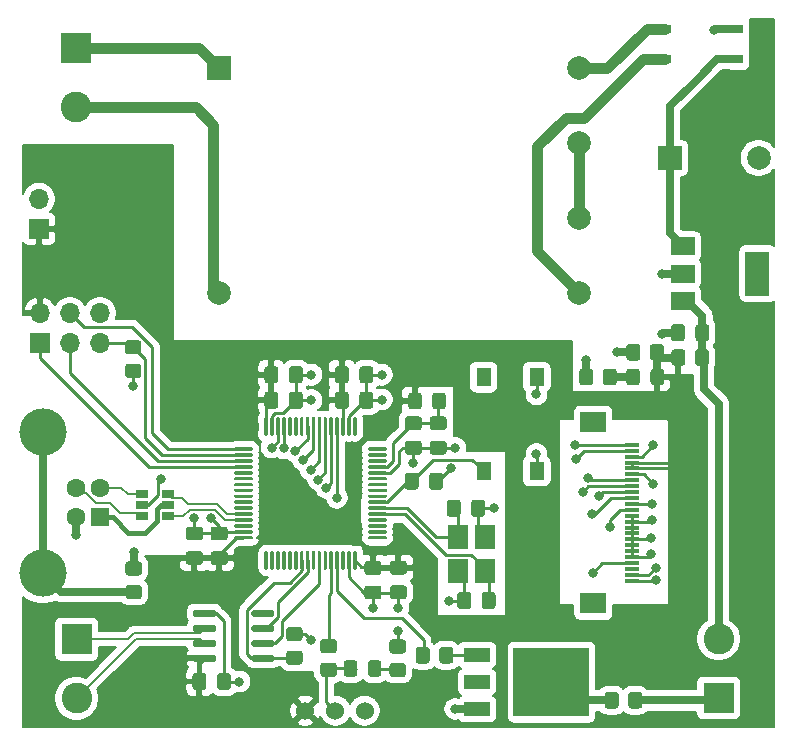
<source format=gbr>
%TF.GenerationSoftware,KiCad,Pcbnew,5.1.12-84ad8e8a86~92~ubuntu20.04.1*%
%TF.CreationDate,2021-12-14T21:30:58-06:00*%
%TF.ProjectId,Solder_Reflow_Oven_2.0,536f6c64-6572-45f5-9265-666c6f775f4f,rev?*%
%TF.SameCoordinates,Original*%
%TF.FileFunction,Copper,L1,Top*%
%TF.FilePolarity,Positive*%
%FSLAX46Y46*%
G04 Gerber Fmt 4.6, Leading zero omitted, Abs format (unit mm)*
G04 Created by KiCad (PCBNEW 5.1.12-84ad8e8a86~92~ubuntu20.04.1) date 2021-12-14 21:30:58*
%MOMM*%
%LPD*%
G01*
G04 APERTURE LIST*
%TA.AperFunction,ComponentPad*%
%ADD10C,2.000000*%
%TD*%
%TA.AperFunction,ComponentPad*%
%ADD11R,2.000000X2.000000*%
%TD*%
%TA.AperFunction,SMDPad,CuDef*%
%ADD12R,2.200000X1.800000*%
%TD*%
%TA.AperFunction,SMDPad,CuDef*%
%ADD13R,1.300000X0.300000*%
%TD*%
%TA.AperFunction,SMDPad,CuDef*%
%ADD14R,1.300000X1.550000*%
%TD*%
%TA.AperFunction,ComponentPad*%
%ADD15C,2.600000*%
%TD*%
%TA.AperFunction,ComponentPad*%
%ADD16R,2.600000X2.600000*%
%TD*%
%TA.AperFunction,SMDPad,CuDef*%
%ADD17R,2.200000X1.200000*%
%TD*%
%TA.AperFunction,SMDPad,CuDef*%
%ADD18R,6.400000X5.800000*%
%TD*%
%TA.AperFunction,SMDPad,CuDef*%
%ADD19R,1.060000X0.650000*%
%TD*%
%TA.AperFunction,SMDPad,CuDef*%
%ADD20R,1.000000X0.800000*%
%TD*%
%TA.AperFunction,SMDPad,CuDef*%
%ADD21R,1.800000X2.100000*%
%TD*%
%TA.AperFunction,SMDPad,CuDef*%
%ADD22R,2.000000X3.800000*%
%TD*%
%TA.AperFunction,SMDPad,CuDef*%
%ADD23R,2.000000X1.500000*%
%TD*%
%TA.AperFunction,ComponentPad*%
%ADD24C,1.524000*%
%TD*%
%TA.AperFunction,ComponentPad*%
%ADD25R,1.700000X1.700000*%
%TD*%
%TA.AperFunction,ComponentPad*%
%ADD26O,1.700000X1.700000*%
%TD*%
%TA.AperFunction,ComponentPad*%
%ADD27R,1.600000X1.600000*%
%TD*%
%TA.AperFunction,ComponentPad*%
%ADD28C,1.600000*%
%TD*%
%TA.AperFunction,ComponentPad*%
%ADD29C,4.000000*%
%TD*%
%TA.AperFunction,ViaPad*%
%ADD30C,0.800000*%
%TD*%
%TA.AperFunction,Conductor*%
%ADD31C,0.250000*%
%TD*%
%TA.AperFunction,Conductor*%
%ADD32C,0.711200*%
%TD*%
%TA.AperFunction,Conductor*%
%ADD33C,0.254000*%
%TD*%
%TA.AperFunction,Conductor*%
%ADD34C,0.700000*%
%TD*%
%TA.AperFunction,Conductor*%
%ADD35C,0.457200*%
%TD*%
%TA.AperFunction,Conductor*%
%ADD36C,0.200000*%
%TD*%
%TA.AperFunction,Conductor*%
%ADD37C,0.450000*%
%TD*%
%TA.AperFunction,Conductor*%
%ADD38C,0.914400*%
%TD*%
%TA.AperFunction,Conductor*%
%ADD39C,0.177800*%
%TD*%
%TA.AperFunction,Conductor*%
%ADD40C,0.100000*%
%TD*%
G04 APERTURE END LIST*
%TO.P,C1,2*%
%TO.N,VSS*%
%TA.AperFunction,SMDPad,CuDef*%
G36*
G01*
X77972500Y-123032500D02*
X77972500Y-123982500D01*
G75*
G02*
X77722500Y-124232500I-250000J0D01*
G01*
X77047500Y-124232500D01*
G75*
G02*
X76797500Y-123982500I0J250000D01*
G01*
X76797500Y-123032500D01*
G75*
G02*
X77047500Y-122782500I250000J0D01*
G01*
X77722500Y-122782500D01*
G75*
G02*
X77972500Y-123032500I0J-250000D01*
G01*
G37*
%TD.AperFunction*%
%TO.P,C1,1*%
%TO.N,OSC_IN*%
%TA.AperFunction,SMDPad,CuDef*%
G36*
G01*
X80047500Y-123032500D02*
X80047500Y-123982500D01*
G75*
G02*
X79797500Y-124232500I-250000J0D01*
G01*
X79122500Y-124232500D01*
G75*
G02*
X78872500Y-123982500I0J250000D01*
G01*
X78872500Y-123032500D01*
G75*
G02*
X79122500Y-122782500I250000J0D01*
G01*
X79797500Y-122782500D01*
G75*
G02*
X80047500Y-123032500I0J-250000D01*
G01*
G37*
%TD.AperFunction*%
%TD*%
%TO.P,C2,2*%
%TO.N,VSS*%
%TA.AperFunction,SMDPad,CuDef*%
G36*
G01*
X74427500Y-113886000D02*
X74427500Y-112936000D01*
G75*
G02*
X74677500Y-112686000I250000J0D01*
G01*
X75352500Y-112686000D01*
G75*
G02*
X75602500Y-112936000I0J-250000D01*
G01*
X75602500Y-113886000D01*
G75*
G02*
X75352500Y-114136000I-250000J0D01*
G01*
X74677500Y-114136000D01*
G75*
G02*
X74427500Y-113886000I0J250000D01*
G01*
G37*
%TD.AperFunction*%
%TO.P,C2,1*%
%TO.N,NRST*%
%TA.AperFunction,SMDPad,CuDef*%
G36*
G01*
X72352500Y-113886000D02*
X72352500Y-112936000D01*
G75*
G02*
X72602500Y-112686000I250000J0D01*
G01*
X73277500Y-112686000D01*
G75*
G02*
X73527500Y-112936000I0J-250000D01*
G01*
X73527500Y-113886000D01*
G75*
G02*
X73277500Y-114136000I-250000J0D01*
G01*
X72602500Y-114136000D01*
G75*
G02*
X72352500Y-113886000I0J250000D01*
G01*
G37*
%TD.AperFunction*%
%TD*%
%TO.P,C4,2*%
%TO.N,VSS*%
%TA.AperFunction,SMDPad,CuDef*%
G36*
G01*
X68522000Y-107028000D02*
X68522000Y-106078000D01*
G75*
G02*
X68772000Y-105828000I250000J0D01*
G01*
X69447000Y-105828000D01*
G75*
G02*
X69697000Y-106078000I0J-250000D01*
G01*
X69697000Y-107028000D01*
G75*
G02*
X69447000Y-107278000I-250000J0D01*
G01*
X68772000Y-107278000D01*
G75*
G02*
X68522000Y-107028000I0J250000D01*
G01*
G37*
%TD.AperFunction*%
%TO.P,C4,1*%
%TO.N,VDD_3.3*%
%TA.AperFunction,SMDPad,CuDef*%
G36*
G01*
X66447000Y-107028000D02*
X66447000Y-106078000D01*
G75*
G02*
X66697000Y-105828000I250000J0D01*
G01*
X67372000Y-105828000D01*
G75*
G02*
X67622000Y-106078000I0J-250000D01*
G01*
X67622000Y-107028000D01*
G75*
G02*
X67372000Y-107278000I-250000J0D01*
G01*
X66697000Y-107278000D01*
G75*
G02*
X66447000Y-107028000I0J250000D01*
G01*
G37*
%TD.AperFunction*%
%TD*%
%TO.P,C5,2*%
%TO.N,VSS*%
%TA.AperFunction,SMDPad,CuDef*%
G36*
G01*
X69184500Y-122243000D02*
X70134500Y-122243000D01*
G75*
G02*
X70384500Y-122493000I0J-250000D01*
G01*
X70384500Y-123168000D01*
G75*
G02*
X70134500Y-123418000I-250000J0D01*
G01*
X69184500Y-123418000D01*
G75*
G02*
X68934500Y-123168000I0J250000D01*
G01*
X68934500Y-122493000D01*
G75*
G02*
X69184500Y-122243000I250000J0D01*
G01*
G37*
%TD.AperFunction*%
%TO.P,C5,1*%
%TO.N,VDD_3.3*%
%TA.AperFunction,SMDPad,CuDef*%
G36*
G01*
X69184500Y-120168000D02*
X70134500Y-120168000D01*
G75*
G02*
X70384500Y-120418000I0J-250000D01*
G01*
X70384500Y-121093000D01*
G75*
G02*
X70134500Y-121343000I-250000J0D01*
G01*
X69184500Y-121343000D01*
G75*
G02*
X68934500Y-121093000I0J250000D01*
G01*
X68934500Y-120418000D01*
G75*
G02*
X69184500Y-120168000I250000J0D01*
G01*
G37*
%TD.AperFunction*%
%TD*%
%TO.P,C6,2*%
%TO.N,VSS*%
%TA.AperFunction,SMDPad,CuDef*%
G36*
G01*
X62553000Y-107028000D02*
X62553000Y-106078000D01*
G75*
G02*
X62803000Y-105828000I250000J0D01*
G01*
X63478000Y-105828000D01*
G75*
G02*
X63728000Y-106078000I0J-250000D01*
G01*
X63728000Y-107028000D01*
G75*
G02*
X63478000Y-107278000I-250000J0D01*
G01*
X62803000Y-107278000D01*
G75*
G02*
X62553000Y-107028000I0J250000D01*
G01*
G37*
%TD.AperFunction*%
%TO.P,C6,1*%
%TO.N,VDD_3.3*%
%TA.AperFunction,SMDPad,CuDef*%
G36*
G01*
X60478000Y-107028000D02*
X60478000Y-106078000D01*
G75*
G02*
X60728000Y-105828000I250000J0D01*
G01*
X61403000Y-105828000D01*
G75*
G02*
X61653000Y-106078000I0J-250000D01*
G01*
X61653000Y-107028000D01*
G75*
G02*
X61403000Y-107278000I-250000J0D01*
G01*
X60728000Y-107278000D01*
G75*
G02*
X60478000Y-107028000I0J250000D01*
G01*
G37*
%TD.AperFunction*%
%TD*%
%TO.P,C7,2*%
%TO.N,OSC_OUT*%
%TA.AperFunction,SMDPad,CuDef*%
G36*
G01*
X77083500Y-115222000D02*
X77083500Y-116172000D01*
G75*
G02*
X76833500Y-116422000I-250000J0D01*
G01*
X76158500Y-116422000D01*
G75*
G02*
X75908500Y-116172000I0J250000D01*
G01*
X75908500Y-115222000D01*
G75*
G02*
X76158500Y-114972000I250000J0D01*
G01*
X76833500Y-114972000D01*
G75*
G02*
X77083500Y-115222000I0J-250000D01*
G01*
G37*
%TD.AperFunction*%
%TO.P,C7,1*%
%TO.N,VSS*%
%TA.AperFunction,SMDPad,CuDef*%
G36*
G01*
X79158500Y-115222000D02*
X79158500Y-116172000D01*
G75*
G02*
X78908500Y-116422000I-250000J0D01*
G01*
X78233500Y-116422000D01*
G75*
G02*
X77983500Y-116172000I0J250000D01*
G01*
X77983500Y-115222000D01*
G75*
G02*
X78233500Y-114972000I250000J0D01*
G01*
X78908500Y-114972000D01*
G75*
G02*
X79158500Y-115222000I0J-250000D01*
G01*
G37*
%TD.AperFunction*%
%TD*%
%TO.P,C8,2*%
%TO.N,VSS*%
%TA.AperFunction,SMDPad,CuDef*%
G36*
G01*
X62553000Y-104869000D02*
X62553000Y-103919000D01*
G75*
G02*
X62803000Y-103669000I250000J0D01*
G01*
X63478000Y-103669000D01*
G75*
G02*
X63728000Y-103919000I0J-250000D01*
G01*
X63728000Y-104869000D01*
G75*
G02*
X63478000Y-105119000I-250000J0D01*
G01*
X62803000Y-105119000D01*
G75*
G02*
X62553000Y-104869000I0J250000D01*
G01*
G37*
%TD.AperFunction*%
%TO.P,C8,1*%
%TO.N,VDD_3.3*%
%TA.AperFunction,SMDPad,CuDef*%
G36*
G01*
X60478000Y-104869000D02*
X60478000Y-103919000D01*
G75*
G02*
X60728000Y-103669000I250000J0D01*
G01*
X61403000Y-103669000D01*
G75*
G02*
X61653000Y-103919000I0J-250000D01*
G01*
X61653000Y-104869000D01*
G75*
G02*
X61403000Y-105119000I-250000J0D01*
G01*
X60728000Y-105119000D01*
G75*
G02*
X60478000Y-104869000I0J250000D01*
G01*
G37*
%TD.AperFunction*%
%TD*%
%TO.P,C9,2*%
%TO.N,VSS*%
%TA.AperFunction,SMDPad,CuDef*%
G36*
G01*
X68522000Y-104869000D02*
X68522000Y-103919000D01*
G75*
G02*
X68772000Y-103669000I250000J0D01*
G01*
X69447000Y-103669000D01*
G75*
G02*
X69697000Y-103919000I0J-250000D01*
G01*
X69697000Y-104869000D01*
G75*
G02*
X69447000Y-105119000I-250000J0D01*
G01*
X68772000Y-105119000D01*
G75*
G02*
X68522000Y-104869000I0J250000D01*
G01*
G37*
%TD.AperFunction*%
%TO.P,C9,1*%
%TO.N,VDD_3.3*%
%TA.AperFunction,SMDPad,CuDef*%
G36*
G01*
X66447000Y-104869000D02*
X66447000Y-103919000D01*
G75*
G02*
X66697000Y-103669000I250000J0D01*
G01*
X67372000Y-103669000D01*
G75*
G02*
X67622000Y-103919000I0J-250000D01*
G01*
X67622000Y-104869000D01*
G75*
G02*
X67372000Y-105119000I-250000J0D01*
G01*
X66697000Y-105119000D01*
G75*
G02*
X66447000Y-104869000I0J250000D01*
G01*
G37*
%TD.AperFunction*%
%TD*%
%TO.P,C11,2*%
%TO.N,VSS*%
%TA.AperFunction,SMDPad,CuDef*%
G36*
G01*
X71343500Y-122221500D02*
X72293500Y-122221500D01*
G75*
G02*
X72543500Y-122471500I0J-250000D01*
G01*
X72543500Y-123146500D01*
G75*
G02*
X72293500Y-123396500I-250000J0D01*
G01*
X71343500Y-123396500D01*
G75*
G02*
X71093500Y-123146500I0J250000D01*
G01*
X71093500Y-122471500D01*
G75*
G02*
X71343500Y-122221500I250000J0D01*
G01*
G37*
%TD.AperFunction*%
%TO.P,C11,1*%
%TO.N,VDD_3.3*%
%TA.AperFunction,SMDPad,CuDef*%
G36*
G01*
X71343500Y-120146500D02*
X72293500Y-120146500D01*
G75*
G02*
X72543500Y-120396500I0J-250000D01*
G01*
X72543500Y-121071500D01*
G75*
G02*
X72293500Y-121321500I-250000J0D01*
G01*
X71343500Y-121321500D01*
G75*
G02*
X71093500Y-121071500I0J250000D01*
G01*
X71093500Y-120396500D01*
G75*
G02*
X71343500Y-120146500I250000J0D01*
G01*
G37*
%TD.AperFunction*%
%TD*%
%TO.P,C12,2*%
%TO.N,VSS*%
%TA.AperFunction,SMDPad,CuDef*%
G36*
G01*
X55021500Y-118422000D02*
X54071500Y-118422000D01*
G75*
G02*
X53821500Y-118172000I0J250000D01*
G01*
X53821500Y-117497000D01*
G75*
G02*
X54071500Y-117247000I250000J0D01*
G01*
X55021500Y-117247000D01*
G75*
G02*
X55271500Y-117497000I0J-250000D01*
G01*
X55271500Y-118172000D01*
G75*
G02*
X55021500Y-118422000I-250000J0D01*
G01*
G37*
%TD.AperFunction*%
%TO.P,C12,1*%
%TO.N,VDD_3.3*%
%TA.AperFunction,SMDPad,CuDef*%
G36*
G01*
X55021500Y-120497000D02*
X54071500Y-120497000D01*
G75*
G02*
X53821500Y-120247000I0J250000D01*
G01*
X53821500Y-119572000D01*
G75*
G02*
X54071500Y-119322000I250000J0D01*
G01*
X55021500Y-119322000D01*
G75*
G02*
X55271500Y-119572000I0J-250000D01*
G01*
X55271500Y-120247000D01*
G75*
G02*
X55021500Y-120497000I-250000J0D01*
G01*
G37*
%TD.AperFunction*%
%TD*%
%TO.P,C13,2*%
%TO.N,VSS*%
%TA.AperFunction,SMDPad,CuDef*%
G36*
G01*
X96070000Y-100363000D02*
X96070000Y-101313000D01*
G75*
G02*
X95820000Y-101563000I-250000J0D01*
G01*
X95145000Y-101563000D01*
G75*
G02*
X94895000Y-101313000I0J250000D01*
G01*
X94895000Y-100363000D01*
G75*
G02*
X95145000Y-100113000I250000J0D01*
G01*
X95820000Y-100113000D01*
G75*
G02*
X96070000Y-100363000I0J-250000D01*
G01*
G37*
%TD.AperFunction*%
%TO.P,C13,1*%
%TO.N,VDD_10*%
%TA.AperFunction,SMDPad,CuDef*%
G36*
G01*
X98145000Y-100363000D02*
X98145000Y-101313000D01*
G75*
G02*
X97895000Y-101563000I-250000J0D01*
G01*
X97220000Y-101563000D01*
G75*
G02*
X96970000Y-101313000I0J250000D01*
G01*
X96970000Y-100363000D01*
G75*
G02*
X97220000Y-100113000I250000J0D01*
G01*
X97895000Y-100113000D01*
G75*
G02*
X98145000Y-100363000I0J-250000D01*
G01*
G37*
%TD.AperFunction*%
%TD*%
%TO.P,C14,2*%
%TO.N,VSS*%
%TA.AperFunction,SMDPad,CuDef*%
G36*
G01*
X72613500Y-109987500D02*
X73563500Y-109987500D01*
G75*
G02*
X73813500Y-110237500I0J-250000D01*
G01*
X73813500Y-110912500D01*
G75*
G02*
X73563500Y-111162500I-250000J0D01*
G01*
X72613500Y-111162500D01*
G75*
G02*
X72363500Y-110912500I0J250000D01*
G01*
X72363500Y-110237500D01*
G75*
G02*
X72613500Y-109987500I250000J0D01*
G01*
G37*
%TD.AperFunction*%
%TO.P,C14,1*%
%TO.N,VDDA_3.3*%
%TA.AperFunction,SMDPad,CuDef*%
G36*
G01*
X72613500Y-107912500D02*
X73563500Y-107912500D01*
G75*
G02*
X73813500Y-108162500I0J-250000D01*
G01*
X73813500Y-108837500D01*
G75*
G02*
X73563500Y-109087500I-250000J0D01*
G01*
X72613500Y-109087500D01*
G75*
G02*
X72363500Y-108837500I0J250000D01*
G01*
X72363500Y-108162500D01*
G75*
G02*
X72613500Y-107912500I250000J0D01*
G01*
G37*
%TD.AperFunction*%
%TD*%
%TO.P,C15,2*%
%TO.N,VSS*%
%TA.AperFunction,SMDPad,CuDef*%
G36*
G01*
X74709000Y-109987500D02*
X75659000Y-109987500D01*
G75*
G02*
X75909000Y-110237500I0J-250000D01*
G01*
X75909000Y-110912500D01*
G75*
G02*
X75659000Y-111162500I-250000J0D01*
G01*
X74709000Y-111162500D01*
G75*
G02*
X74459000Y-110912500I0J250000D01*
G01*
X74459000Y-110237500D01*
G75*
G02*
X74709000Y-109987500I250000J0D01*
G01*
G37*
%TD.AperFunction*%
%TO.P,C15,1*%
%TO.N,VDDA_3.3*%
%TA.AperFunction,SMDPad,CuDef*%
G36*
G01*
X74709000Y-107912500D02*
X75659000Y-107912500D01*
G75*
G02*
X75909000Y-108162500I0J-250000D01*
G01*
X75909000Y-108837500D01*
G75*
G02*
X75659000Y-109087500I-250000J0D01*
G01*
X74709000Y-109087500D01*
G75*
G02*
X74459000Y-108837500I0J250000D01*
G01*
X74459000Y-108162500D01*
G75*
G02*
X74709000Y-107912500I250000J0D01*
G01*
G37*
%TD.AperFunction*%
%TD*%
%TO.P,C16,2*%
%TO.N,VSS*%
%TA.AperFunction,SMDPad,CuDef*%
G36*
G01*
X56457000Y-130840500D02*
X56457000Y-129890500D01*
G75*
G02*
X56707000Y-129640500I250000J0D01*
G01*
X57382000Y-129640500D01*
G75*
G02*
X57632000Y-129890500I0J-250000D01*
G01*
X57632000Y-130840500D01*
G75*
G02*
X57382000Y-131090500I-250000J0D01*
G01*
X56707000Y-131090500D01*
G75*
G02*
X56457000Y-130840500I0J250000D01*
G01*
G37*
%TD.AperFunction*%
%TO.P,C16,1*%
%TO.N,VDD_3.3*%
%TA.AperFunction,SMDPad,CuDef*%
G36*
G01*
X54382000Y-130840500D02*
X54382000Y-129890500D01*
G75*
G02*
X54632000Y-129640500I250000J0D01*
G01*
X55307000Y-129640500D01*
G75*
G02*
X55557000Y-129890500I0J-250000D01*
G01*
X55557000Y-130840500D01*
G75*
G02*
X55307000Y-131090500I-250000J0D01*
G01*
X54632000Y-131090500D01*
G75*
G02*
X54382000Y-130840500I0J250000D01*
G01*
G37*
%TD.AperFunction*%
%TD*%
%TO.P,C3,2*%
%TO.N,VSS*%
%TA.AperFunction,SMDPad,CuDef*%
G36*
G01*
X57117000Y-118422000D02*
X56167000Y-118422000D01*
G75*
G02*
X55917000Y-118172000I0J250000D01*
G01*
X55917000Y-117497000D01*
G75*
G02*
X56167000Y-117247000I250000J0D01*
G01*
X57117000Y-117247000D01*
G75*
G02*
X57367000Y-117497000I0J-250000D01*
G01*
X57367000Y-118172000D01*
G75*
G02*
X57117000Y-118422000I-250000J0D01*
G01*
G37*
%TD.AperFunction*%
%TO.P,C3,1*%
%TO.N,VDD_3.3*%
%TA.AperFunction,SMDPad,CuDef*%
G36*
G01*
X57117000Y-120497000D02*
X56167000Y-120497000D01*
G75*
G02*
X55917000Y-120247000I0J250000D01*
G01*
X55917000Y-119572000D01*
G75*
G02*
X56167000Y-119322000I250000J0D01*
G01*
X57117000Y-119322000D01*
G75*
G02*
X57367000Y-119572000I0J-250000D01*
G01*
X57367000Y-120247000D01*
G75*
G02*
X57117000Y-120497000I-250000J0D01*
G01*
G37*
%TD.AperFunction*%
%TD*%
D10*
%TO.P,C10,2*%
%TO.N,VSS*%
X102305500Y-86042500D03*
D11*
%TO.P,C10,1*%
%TO.N,Net-(C10-Pad1)*%
X94805500Y-86042500D03*
%TD*%
%TO.P,U4,1*%
%TO.N,N/C*%
%TA.AperFunction,SMDPad,CuDef*%
G36*
G01*
X70826300Y-118114700D02*
X70826300Y-118264700D01*
G75*
G02*
X70751300Y-118339700I-75000J0D01*
G01*
X69351300Y-118339700D01*
G75*
G02*
X69276300Y-118264700I0J75000D01*
G01*
X69276300Y-118114700D01*
G75*
G02*
X69351300Y-118039700I75000J0D01*
G01*
X70751300Y-118039700D01*
G75*
G02*
X70826300Y-118114700I0J-75000D01*
G01*
G37*
%TD.AperFunction*%
%TO.P,U4,2*%
%TO.N,Net-(U4-Pad2)*%
%TA.AperFunction,SMDPad,CuDef*%
G36*
G01*
X70826300Y-117614700D02*
X70826300Y-117764700D01*
G75*
G02*
X70751300Y-117839700I-75000J0D01*
G01*
X69351300Y-117839700D01*
G75*
G02*
X69276300Y-117764700I0J75000D01*
G01*
X69276300Y-117614700D01*
G75*
G02*
X69351300Y-117539700I75000J0D01*
G01*
X70751300Y-117539700D01*
G75*
G02*
X70826300Y-117614700I0J-75000D01*
G01*
G37*
%TD.AperFunction*%
%TO.P,U4,3*%
%TO.N,Net-(U4-Pad3)*%
%TA.AperFunction,SMDPad,CuDef*%
G36*
G01*
X70826300Y-117114700D02*
X70826300Y-117264700D01*
G75*
G02*
X70751300Y-117339700I-75000J0D01*
G01*
X69351300Y-117339700D01*
G75*
G02*
X69276300Y-117264700I0J75000D01*
G01*
X69276300Y-117114700D01*
G75*
G02*
X69351300Y-117039700I75000J0D01*
G01*
X70751300Y-117039700D01*
G75*
G02*
X70826300Y-117114700I0J-75000D01*
G01*
G37*
%TD.AperFunction*%
%TO.P,U4,4*%
%TO.N,Net-(U4-Pad4)*%
%TA.AperFunction,SMDPad,CuDef*%
G36*
G01*
X70826300Y-116614700D02*
X70826300Y-116764700D01*
G75*
G02*
X70751300Y-116839700I-75000J0D01*
G01*
X69351300Y-116839700D01*
G75*
G02*
X69276300Y-116764700I0J75000D01*
G01*
X69276300Y-116614700D01*
G75*
G02*
X69351300Y-116539700I75000J0D01*
G01*
X70751300Y-116539700D01*
G75*
G02*
X70826300Y-116614700I0J-75000D01*
G01*
G37*
%TD.AperFunction*%
%TO.P,U4,5*%
%TO.N,OSC_IN*%
%TA.AperFunction,SMDPad,CuDef*%
G36*
G01*
X70826300Y-116114700D02*
X70826300Y-116264700D01*
G75*
G02*
X70751300Y-116339700I-75000J0D01*
G01*
X69351300Y-116339700D01*
G75*
G02*
X69276300Y-116264700I0J75000D01*
G01*
X69276300Y-116114700D01*
G75*
G02*
X69351300Y-116039700I75000J0D01*
G01*
X70751300Y-116039700D01*
G75*
G02*
X70826300Y-116114700I0J-75000D01*
G01*
G37*
%TD.AperFunction*%
%TO.P,U4,6*%
%TO.N,OSC_OUT*%
%TA.AperFunction,SMDPad,CuDef*%
G36*
G01*
X70826300Y-115614700D02*
X70826300Y-115764700D01*
G75*
G02*
X70751300Y-115839700I-75000J0D01*
G01*
X69351300Y-115839700D01*
G75*
G02*
X69276300Y-115764700I0J75000D01*
G01*
X69276300Y-115614700D01*
G75*
G02*
X69351300Y-115539700I75000J0D01*
G01*
X70751300Y-115539700D01*
G75*
G02*
X70826300Y-115614700I0J-75000D01*
G01*
G37*
%TD.AperFunction*%
%TO.P,U4,7*%
%TO.N,NRST*%
%TA.AperFunction,SMDPad,CuDef*%
G36*
G01*
X70826300Y-115114700D02*
X70826300Y-115264700D01*
G75*
G02*
X70751300Y-115339700I-75000J0D01*
G01*
X69351300Y-115339700D01*
G75*
G02*
X69276300Y-115264700I0J75000D01*
G01*
X69276300Y-115114700D01*
G75*
G02*
X69351300Y-115039700I75000J0D01*
G01*
X70751300Y-115039700D01*
G75*
G02*
X70826300Y-115114700I0J-75000D01*
G01*
G37*
%TD.AperFunction*%
%TO.P,U4,8*%
%TO.N,Net-(U4-Pad8)*%
%TA.AperFunction,SMDPad,CuDef*%
G36*
G01*
X70826300Y-114614700D02*
X70826300Y-114764700D01*
G75*
G02*
X70751300Y-114839700I-75000J0D01*
G01*
X69351300Y-114839700D01*
G75*
G02*
X69276300Y-114764700I0J75000D01*
G01*
X69276300Y-114614700D01*
G75*
G02*
X69351300Y-114539700I75000J0D01*
G01*
X70751300Y-114539700D01*
G75*
G02*
X70826300Y-114614700I0J-75000D01*
G01*
G37*
%TD.AperFunction*%
%TO.P,U4,9*%
%TO.N,Net-(U4-Pad9)*%
%TA.AperFunction,SMDPad,CuDef*%
G36*
G01*
X70826300Y-114114700D02*
X70826300Y-114264700D01*
G75*
G02*
X70751300Y-114339700I-75000J0D01*
G01*
X69351300Y-114339700D01*
G75*
G02*
X69276300Y-114264700I0J75000D01*
G01*
X69276300Y-114114700D01*
G75*
G02*
X69351300Y-114039700I75000J0D01*
G01*
X70751300Y-114039700D01*
G75*
G02*
X70826300Y-114114700I0J-75000D01*
G01*
G37*
%TD.AperFunction*%
%TO.P,U4,10*%
%TO.N,Net-(U4-Pad10)*%
%TA.AperFunction,SMDPad,CuDef*%
G36*
G01*
X70826300Y-113614700D02*
X70826300Y-113764700D01*
G75*
G02*
X70751300Y-113839700I-75000J0D01*
G01*
X69351300Y-113839700D01*
G75*
G02*
X69276300Y-113764700I0J75000D01*
G01*
X69276300Y-113614700D01*
G75*
G02*
X69351300Y-113539700I75000J0D01*
G01*
X70751300Y-113539700D01*
G75*
G02*
X70826300Y-113614700I0J-75000D01*
G01*
G37*
%TD.AperFunction*%
%TO.P,U4,11*%
%TO.N,N/C*%
%TA.AperFunction,SMDPad,CuDef*%
G36*
G01*
X70826300Y-113114700D02*
X70826300Y-113264700D01*
G75*
G02*
X70751300Y-113339700I-75000J0D01*
G01*
X69351300Y-113339700D01*
G75*
G02*
X69276300Y-113264700I0J75000D01*
G01*
X69276300Y-113114700D01*
G75*
G02*
X69351300Y-113039700I75000J0D01*
G01*
X70751300Y-113039700D01*
G75*
G02*
X70826300Y-113114700I0J-75000D01*
G01*
G37*
%TD.AperFunction*%
%TO.P,U4,12*%
%TO.N,VSS*%
%TA.AperFunction,SMDPad,CuDef*%
G36*
G01*
X70826300Y-112614700D02*
X70826300Y-112764700D01*
G75*
G02*
X70751300Y-112839700I-75000J0D01*
G01*
X69351300Y-112839700D01*
G75*
G02*
X69276300Y-112764700I0J75000D01*
G01*
X69276300Y-112614700D01*
G75*
G02*
X69351300Y-112539700I75000J0D01*
G01*
X70751300Y-112539700D01*
G75*
G02*
X70826300Y-112614700I0J-75000D01*
G01*
G37*
%TD.AperFunction*%
%TO.P,U4,13*%
%TO.N,VDDA_3.3*%
%TA.AperFunction,SMDPad,CuDef*%
G36*
G01*
X70826300Y-112114700D02*
X70826300Y-112264700D01*
G75*
G02*
X70751300Y-112339700I-75000J0D01*
G01*
X69351300Y-112339700D01*
G75*
G02*
X69276300Y-112264700I0J75000D01*
G01*
X69276300Y-112114700D01*
G75*
G02*
X69351300Y-112039700I75000J0D01*
G01*
X70751300Y-112039700D01*
G75*
G02*
X70826300Y-112114700I0J-75000D01*
G01*
G37*
%TD.AperFunction*%
%TO.P,U4,14*%
%TO.N,Net-(U4-Pad14)*%
%TA.AperFunction,SMDPad,CuDef*%
G36*
G01*
X70826300Y-111614700D02*
X70826300Y-111764700D01*
G75*
G02*
X70751300Y-111839700I-75000J0D01*
G01*
X69351300Y-111839700D01*
G75*
G02*
X69276300Y-111764700I0J75000D01*
G01*
X69276300Y-111614700D01*
G75*
G02*
X69351300Y-111539700I75000J0D01*
G01*
X70751300Y-111539700D01*
G75*
G02*
X70826300Y-111614700I0J-75000D01*
G01*
G37*
%TD.AperFunction*%
%TO.P,U4,15*%
%TO.N,Net-(U4-Pad15)*%
%TA.AperFunction,SMDPad,CuDef*%
G36*
G01*
X70826300Y-111114700D02*
X70826300Y-111264700D01*
G75*
G02*
X70751300Y-111339700I-75000J0D01*
G01*
X69351300Y-111339700D01*
G75*
G02*
X69276300Y-111264700I0J75000D01*
G01*
X69276300Y-111114700D01*
G75*
G02*
X69351300Y-111039700I75000J0D01*
G01*
X70751300Y-111039700D01*
G75*
G02*
X70826300Y-111114700I0J-75000D01*
G01*
G37*
%TD.AperFunction*%
%TO.P,U4,16*%
%TO.N,Net-(U4-Pad16)*%
%TA.AperFunction,SMDPad,CuDef*%
G36*
G01*
X70826300Y-110614700D02*
X70826300Y-110764700D01*
G75*
G02*
X70751300Y-110839700I-75000J0D01*
G01*
X69351300Y-110839700D01*
G75*
G02*
X69276300Y-110764700I0J75000D01*
G01*
X69276300Y-110614700D01*
G75*
G02*
X69351300Y-110539700I75000J0D01*
G01*
X70751300Y-110539700D01*
G75*
G02*
X70826300Y-110614700I0J-75000D01*
G01*
G37*
%TD.AperFunction*%
%TO.P,U4,17*%
%TO.N,N/C*%
%TA.AperFunction,SMDPad,CuDef*%
G36*
G01*
X68276300Y-108064700D02*
X68276300Y-109464700D01*
G75*
G02*
X68201300Y-109539700I-75000J0D01*
G01*
X68051300Y-109539700D01*
G75*
G02*
X67976300Y-109464700I0J75000D01*
G01*
X67976300Y-108064700D01*
G75*
G02*
X68051300Y-107989700I75000J0D01*
G01*
X68201300Y-107989700D01*
G75*
G02*
X68276300Y-108064700I0J-75000D01*
G01*
G37*
%TD.AperFunction*%
%TO.P,U4,18*%
%TO.N,VSS*%
%TA.AperFunction,SMDPad,CuDef*%
G36*
G01*
X67776300Y-108064700D02*
X67776300Y-109464700D01*
G75*
G02*
X67701300Y-109539700I-75000J0D01*
G01*
X67551300Y-109539700D01*
G75*
G02*
X67476300Y-109464700I0J75000D01*
G01*
X67476300Y-108064700D01*
G75*
G02*
X67551300Y-107989700I75000J0D01*
G01*
X67701300Y-107989700D01*
G75*
G02*
X67776300Y-108064700I0J-75000D01*
G01*
G37*
%TD.AperFunction*%
%TO.P,U4,19*%
%TO.N,VDD_3.3*%
%TA.AperFunction,SMDPad,CuDef*%
G36*
G01*
X67276300Y-108064700D02*
X67276300Y-109464700D01*
G75*
G02*
X67201300Y-109539700I-75000J0D01*
G01*
X67051300Y-109539700D01*
G75*
G02*
X66976300Y-109464700I0J75000D01*
G01*
X66976300Y-108064700D01*
G75*
G02*
X67051300Y-107989700I75000J0D01*
G01*
X67201300Y-107989700D01*
G75*
G02*
X67276300Y-108064700I0J-75000D01*
G01*
G37*
%TD.AperFunction*%
%TO.P,U4,20*%
%TO.N,LEDA*%
%TA.AperFunction,SMDPad,CuDef*%
G36*
G01*
X66776300Y-108064700D02*
X66776300Y-109464700D01*
G75*
G02*
X66701300Y-109539700I-75000J0D01*
G01*
X66551300Y-109539700D01*
G75*
G02*
X66476300Y-109464700I0J75000D01*
G01*
X66476300Y-108064700D01*
G75*
G02*
X66551300Y-107989700I75000J0D01*
G01*
X66701300Y-107989700D01*
G75*
G02*
X66776300Y-108064700I0J-75000D01*
G01*
G37*
%TD.AperFunction*%
%TO.P,U4,21*%
%TO.N,LEDK*%
%TA.AperFunction,SMDPad,CuDef*%
G36*
G01*
X66276300Y-108064700D02*
X66276300Y-109464700D01*
G75*
G02*
X66201300Y-109539700I-75000J0D01*
G01*
X66051300Y-109539700D01*
G75*
G02*
X65976300Y-109464700I0J75000D01*
G01*
X65976300Y-108064700D01*
G75*
G02*
X66051300Y-107989700I75000J0D01*
G01*
X66201300Y-107989700D01*
G75*
G02*
X66276300Y-108064700I0J-75000D01*
G01*
G37*
%TD.AperFunction*%
%TO.P,U4,22*%
%TO.N,~RES*%
%TA.AperFunction,SMDPad,CuDef*%
G36*
G01*
X65776300Y-108064700D02*
X65776300Y-109464700D01*
G75*
G02*
X65701300Y-109539700I-75000J0D01*
G01*
X65551300Y-109539700D01*
G75*
G02*
X65476300Y-109464700I0J75000D01*
G01*
X65476300Y-108064700D01*
G75*
G02*
X65551300Y-107989700I75000J0D01*
G01*
X65701300Y-107989700D01*
G75*
G02*
X65776300Y-108064700I0J-75000D01*
G01*
G37*
%TD.AperFunction*%
%TO.P,U4,23*%
%TO.N,~CS*%
%TA.AperFunction,SMDPad,CuDef*%
G36*
G01*
X65276300Y-108064700D02*
X65276300Y-109464700D01*
G75*
G02*
X65201300Y-109539700I-75000J0D01*
G01*
X65051300Y-109539700D01*
G75*
G02*
X64976300Y-109464700I0J75000D01*
G01*
X64976300Y-108064700D01*
G75*
G02*
X65051300Y-107989700I75000J0D01*
G01*
X65201300Y-107989700D01*
G75*
G02*
X65276300Y-108064700I0J-75000D01*
G01*
G37*
%TD.AperFunction*%
%TO.P,U4,24*%
%TO.N,RS*%
%TA.AperFunction,SMDPad,CuDef*%
G36*
G01*
X64776300Y-108064700D02*
X64776300Y-109464700D01*
G75*
G02*
X64701300Y-109539700I-75000J0D01*
G01*
X64551300Y-109539700D01*
G75*
G02*
X64476300Y-109464700I0J75000D01*
G01*
X64476300Y-108064700D01*
G75*
G02*
X64551300Y-107989700I75000J0D01*
G01*
X64701300Y-107989700D01*
G75*
G02*
X64776300Y-108064700I0J-75000D01*
G01*
G37*
%TD.AperFunction*%
%TO.P,U4,25*%
%TO.N,TE*%
%TA.AperFunction,SMDPad,CuDef*%
G36*
G01*
X64276300Y-108064700D02*
X64276300Y-109464700D01*
G75*
G02*
X64201300Y-109539700I-75000J0D01*
G01*
X64051300Y-109539700D01*
G75*
G02*
X63976300Y-109464700I0J75000D01*
G01*
X63976300Y-108064700D01*
G75*
G02*
X64051300Y-107989700I75000J0D01*
G01*
X64201300Y-107989700D01*
G75*
G02*
X64276300Y-108064700I0J-75000D01*
G01*
G37*
%TD.AperFunction*%
%TO.P,U4,26*%
%TO.N,Net-(U4-Pad26)*%
%TA.AperFunction,SMDPad,CuDef*%
G36*
G01*
X63776300Y-108064700D02*
X63776300Y-109464700D01*
G75*
G02*
X63701300Y-109539700I-75000J0D01*
G01*
X63551300Y-109539700D01*
G75*
G02*
X63476300Y-109464700I0J75000D01*
G01*
X63476300Y-108064700D01*
G75*
G02*
X63551300Y-107989700I75000J0D01*
G01*
X63701300Y-107989700D01*
G75*
G02*
X63776300Y-108064700I0J-75000D01*
G01*
G37*
%TD.AperFunction*%
%TO.P,U4,27*%
%TO.N,Net-(U4-Pad27)*%
%TA.AperFunction,SMDPad,CuDef*%
G36*
G01*
X63276300Y-108064700D02*
X63276300Y-109464700D01*
G75*
G02*
X63201300Y-109539700I-75000J0D01*
G01*
X63051300Y-109539700D01*
G75*
G02*
X62976300Y-109464700I0J75000D01*
G01*
X62976300Y-108064700D01*
G75*
G02*
X63051300Y-107989700I75000J0D01*
G01*
X63201300Y-107989700D01*
G75*
G02*
X63276300Y-108064700I0J-75000D01*
G01*
G37*
%TD.AperFunction*%
%TO.P,U4,28*%
%TO.N,Net-(U4-Pad28)*%
%TA.AperFunction,SMDPad,CuDef*%
G36*
G01*
X62776300Y-108064700D02*
X62776300Y-109464700D01*
G75*
G02*
X62701300Y-109539700I-75000J0D01*
G01*
X62551300Y-109539700D01*
G75*
G02*
X62476300Y-109464700I0J75000D01*
G01*
X62476300Y-108064700D01*
G75*
G02*
X62551300Y-107989700I75000J0D01*
G01*
X62701300Y-107989700D01*
G75*
G02*
X62776300Y-108064700I0J-75000D01*
G01*
G37*
%TD.AperFunction*%
%TO.P,U4,29*%
%TO.N,DC*%
%TA.AperFunction,SMDPad,CuDef*%
G36*
G01*
X62276300Y-108064700D02*
X62276300Y-109464700D01*
G75*
G02*
X62201300Y-109539700I-75000J0D01*
G01*
X62051300Y-109539700D01*
G75*
G02*
X61976300Y-109464700I0J75000D01*
G01*
X61976300Y-108064700D01*
G75*
G02*
X62051300Y-107989700I75000J0D01*
G01*
X62201300Y-107989700D01*
G75*
G02*
X62276300Y-108064700I0J-75000D01*
G01*
G37*
%TD.AperFunction*%
%TO.P,U4,30*%
%TO.N,SDA*%
%TA.AperFunction,SMDPad,CuDef*%
G36*
G01*
X61776300Y-108064700D02*
X61776300Y-109464700D01*
G75*
G02*
X61701300Y-109539700I-75000J0D01*
G01*
X61551300Y-109539700D01*
G75*
G02*
X61476300Y-109464700I0J75000D01*
G01*
X61476300Y-108064700D01*
G75*
G02*
X61551300Y-107989700I75000J0D01*
G01*
X61701300Y-107989700D01*
G75*
G02*
X61776300Y-108064700I0J-75000D01*
G01*
G37*
%TD.AperFunction*%
%TO.P,U4,31*%
%TO.N,VSS*%
%TA.AperFunction,SMDPad,CuDef*%
G36*
G01*
X61276300Y-108064700D02*
X61276300Y-109464700D01*
G75*
G02*
X61201300Y-109539700I-75000J0D01*
G01*
X61051300Y-109539700D01*
G75*
G02*
X60976300Y-109464700I0J75000D01*
G01*
X60976300Y-108064700D01*
G75*
G02*
X61051300Y-107989700I75000J0D01*
G01*
X61201300Y-107989700D01*
G75*
G02*
X61276300Y-108064700I0J-75000D01*
G01*
G37*
%TD.AperFunction*%
%TO.P,U4,32*%
%TO.N,VDD_3.3*%
%TA.AperFunction,SMDPad,CuDef*%
G36*
G01*
X60776300Y-108064700D02*
X60776300Y-109464700D01*
G75*
G02*
X60701300Y-109539700I-75000J0D01*
G01*
X60551300Y-109539700D01*
G75*
G02*
X60476300Y-109464700I0J75000D01*
G01*
X60476300Y-108064700D01*
G75*
G02*
X60551300Y-107989700I75000J0D01*
G01*
X60701300Y-107989700D01*
G75*
G02*
X60776300Y-108064700I0J-75000D01*
G01*
G37*
%TD.AperFunction*%
%TO.P,U4,33*%
%TO.N,SPI_NSS*%
%TA.AperFunction,SMDPad,CuDef*%
G36*
G01*
X59476300Y-110614700D02*
X59476300Y-110764700D01*
G75*
G02*
X59401300Y-110839700I-75000J0D01*
G01*
X58001300Y-110839700D01*
G75*
G02*
X57926300Y-110764700I0J75000D01*
G01*
X57926300Y-110614700D01*
G75*
G02*
X58001300Y-110539700I75000J0D01*
G01*
X59401300Y-110539700D01*
G75*
G02*
X59476300Y-110614700I0J-75000D01*
G01*
G37*
%TD.AperFunction*%
%TO.P,U4,34*%
%TO.N,SPI1_SCK*%
%TA.AperFunction,SMDPad,CuDef*%
G36*
G01*
X59476300Y-111114700D02*
X59476300Y-111264700D01*
G75*
G02*
X59401300Y-111339700I-75000J0D01*
G01*
X58001300Y-111339700D01*
G75*
G02*
X57926300Y-111264700I0J75000D01*
G01*
X57926300Y-111114700D01*
G75*
G02*
X58001300Y-111039700I75000J0D01*
G01*
X59401300Y-111039700D01*
G75*
G02*
X59476300Y-111114700I0J-75000D01*
G01*
G37*
%TD.AperFunction*%
%TO.P,U4,35*%
%TO.N,SPI1_MISO*%
%TA.AperFunction,SMDPad,CuDef*%
G36*
G01*
X59476300Y-111614700D02*
X59476300Y-111764700D01*
G75*
G02*
X59401300Y-111839700I-75000J0D01*
G01*
X58001300Y-111839700D01*
G75*
G02*
X57926300Y-111764700I0J75000D01*
G01*
X57926300Y-111614700D01*
G75*
G02*
X58001300Y-111539700I75000J0D01*
G01*
X59401300Y-111539700D01*
G75*
G02*
X59476300Y-111614700I0J-75000D01*
G01*
G37*
%TD.AperFunction*%
%TO.P,U4,36*%
%TO.N,SPI1_MOSI*%
%TA.AperFunction,SMDPad,CuDef*%
G36*
G01*
X59476300Y-112114700D02*
X59476300Y-112264700D01*
G75*
G02*
X59401300Y-112339700I-75000J0D01*
G01*
X58001300Y-112339700D01*
G75*
G02*
X57926300Y-112264700I0J75000D01*
G01*
X57926300Y-112114700D01*
G75*
G02*
X58001300Y-112039700I75000J0D01*
G01*
X59401300Y-112039700D01*
G75*
G02*
X59476300Y-112114700I0J-75000D01*
G01*
G37*
%TD.AperFunction*%
%TO.P,U4,37*%
%TO.N,Net-(U4-Pad37)*%
%TA.AperFunction,SMDPad,CuDef*%
G36*
G01*
X59476300Y-112614700D02*
X59476300Y-112764700D01*
G75*
G02*
X59401300Y-112839700I-75000J0D01*
G01*
X58001300Y-112839700D01*
G75*
G02*
X57926300Y-112764700I0J75000D01*
G01*
X57926300Y-112614700D01*
G75*
G02*
X58001300Y-112539700I75000J0D01*
G01*
X59401300Y-112539700D01*
G75*
G02*
X59476300Y-112614700I0J-75000D01*
G01*
G37*
%TD.AperFunction*%
%TO.P,U4,38*%
%TO.N,Net-(U4-Pad38)*%
%TA.AperFunction,SMDPad,CuDef*%
G36*
G01*
X59476300Y-113114700D02*
X59476300Y-113264700D01*
G75*
G02*
X59401300Y-113339700I-75000J0D01*
G01*
X58001300Y-113339700D01*
G75*
G02*
X57926300Y-113264700I0J75000D01*
G01*
X57926300Y-113114700D01*
G75*
G02*
X58001300Y-113039700I75000J0D01*
G01*
X59401300Y-113039700D01*
G75*
G02*
X59476300Y-113114700I0J-75000D01*
G01*
G37*
%TD.AperFunction*%
%TO.P,U4,39*%
%TO.N,Net-(U4-Pad39)*%
%TA.AperFunction,SMDPad,CuDef*%
G36*
G01*
X59476300Y-113614700D02*
X59476300Y-113764700D01*
G75*
G02*
X59401300Y-113839700I-75000J0D01*
G01*
X58001300Y-113839700D01*
G75*
G02*
X57926300Y-113764700I0J75000D01*
G01*
X57926300Y-113614700D01*
G75*
G02*
X58001300Y-113539700I75000J0D01*
G01*
X59401300Y-113539700D01*
G75*
G02*
X59476300Y-113614700I0J-75000D01*
G01*
G37*
%TD.AperFunction*%
%TO.P,U4,40*%
%TO.N,Net-(U4-Pad40)*%
%TA.AperFunction,SMDPad,CuDef*%
G36*
G01*
X59476300Y-114114700D02*
X59476300Y-114264700D01*
G75*
G02*
X59401300Y-114339700I-75000J0D01*
G01*
X58001300Y-114339700D01*
G75*
G02*
X57926300Y-114264700I0J75000D01*
G01*
X57926300Y-114114700D01*
G75*
G02*
X58001300Y-114039700I75000J0D01*
G01*
X59401300Y-114039700D01*
G75*
G02*
X59476300Y-114114700I0J-75000D01*
G01*
G37*
%TD.AperFunction*%
%TO.P,U4,41*%
%TO.N,Net-(U4-Pad41)*%
%TA.AperFunction,SMDPad,CuDef*%
G36*
G01*
X59476300Y-114614700D02*
X59476300Y-114764700D01*
G75*
G02*
X59401300Y-114839700I-75000J0D01*
G01*
X58001300Y-114839700D01*
G75*
G02*
X57926300Y-114764700I0J75000D01*
G01*
X57926300Y-114614700D01*
G75*
G02*
X58001300Y-114539700I75000J0D01*
G01*
X59401300Y-114539700D01*
G75*
G02*
X59476300Y-114614700I0J-75000D01*
G01*
G37*
%TD.AperFunction*%
%TO.P,U4,42*%
%TO.N,Net-(U4-Pad42)*%
%TA.AperFunction,SMDPad,CuDef*%
G36*
G01*
X59476300Y-115114700D02*
X59476300Y-115264700D01*
G75*
G02*
X59401300Y-115339700I-75000J0D01*
G01*
X58001300Y-115339700D01*
G75*
G02*
X57926300Y-115264700I0J75000D01*
G01*
X57926300Y-115114700D01*
G75*
G02*
X58001300Y-115039700I75000J0D01*
G01*
X59401300Y-115039700D01*
G75*
G02*
X59476300Y-115114700I0J-75000D01*
G01*
G37*
%TD.AperFunction*%
%TO.P,U4,43*%
%TO.N,Net-(U4-Pad43)*%
%TA.AperFunction,SMDPad,CuDef*%
G36*
G01*
X59476300Y-115614700D02*
X59476300Y-115764700D01*
G75*
G02*
X59401300Y-115839700I-75000J0D01*
G01*
X58001300Y-115839700D01*
G75*
G02*
X57926300Y-115764700I0J75000D01*
G01*
X57926300Y-115614700D01*
G75*
G02*
X58001300Y-115539700I75000J0D01*
G01*
X59401300Y-115539700D01*
G75*
G02*
X59476300Y-115614700I0J-75000D01*
G01*
G37*
%TD.AperFunction*%
%TO.P,U4,44*%
%TO.N,USBD-*%
%TA.AperFunction,SMDPad,CuDef*%
G36*
G01*
X59476300Y-116114700D02*
X59476300Y-116264700D01*
G75*
G02*
X59401300Y-116339700I-75000J0D01*
G01*
X58001300Y-116339700D01*
G75*
G02*
X57926300Y-116264700I0J75000D01*
G01*
X57926300Y-116114700D01*
G75*
G02*
X58001300Y-116039700I75000J0D01*
G01*
X59401300Y-116039700D01*
G75*
G02*
X59476300Y-116114700I0J-75000D01*
G01*
G37*
%TD.AperFunction*%
%TO.P,U4,45*%
%TO.N,USBD+*%
%TA.AperFunction,SMDPad,CuDef*%
G36*
G01*
X59476300Y-116614700D02*
X59476300Y-116764700D01*
G75*
G02*
X59401300Y-116839700I-75000J0D01*
G01*
X58001300Y-116839700D01*
G75*
G02*
X57926300Y-116764700I0J75000D01*
G01*
X57926300Y-116614700D01*
G75*
G02*
X58001300Y-116539700I75000J0D01*
G01*
X59401300Y-116539700D01*
G75*
G02*
X59476300Y-116614700I0J-75000D01*
G01*
G37*
%TD.AperFunction*%
%TO.P,U4,46*%
%TO.N,N/C*%
%TA.AperFunction,SMDPad,CuDef*%
G36*
G01*
X59476300Y-117114700D02*
X59476300Y-117264700D01*
G75*
G02*
X59401300Y-117339700I-75000J0D01*
G01*
X58001300Y-117339700D01*
G75*
G02*
X57926300Y-117264700I0J75000D01*
G01*
X57926300Y-117114700D01*
G75*
G02*
X58001300Y-117039700I75000J0D01*
G01*
X59401300Y-117039700D01*
G75*
G02*
X59476300Y-117114700I0J-75000D01*
G01*
G37*
%TD.AperFunction*%
%TO.P,U4,47*%
%TO.N,VSS*%
%TA.AperFunction,SMDPad,CuDef*%
G36*
G01*
X59476300Y-117614700D02*
X59476300Y-117764700D01*
G75*
G02*
X59401300Y-117839700I-75000J0D01*
G01*
X58001300Y-117839700D01*
G75*
G02*
X57926300Y-117764700I0J75000D01*
G01*
X57926300Y-117614700D01*
G75*
G02*
X58001300Y-117539700I75000J0D01*
G01*
X59401300Y-117539700D01*
G75*
G02*
X59476300Y-117614700I0J-75000D01*
G01*
G37*
%TD.AperFunction*%
%TO.P,U4,48*%
%TO.N,VDD_3.3*%
%TA.AperFunction,SMDPad,CuDef*%
G36*
G01*
X59476300Y-118114700D02*
X59476300Y-118264700D01*
G75*
G02*
X59401300Y-118339700I-75000J0D01*
G01*
X58001300Y-118339700D01*
G75*
G02*
X57926300Y-118264700I0J75000D01*
G01*
X57926300Y-118114700D01*
G75*
G02*
X58001300Y-118039700I75000J0D01*
G01*
X59401300Y-118039700D01*
G75*
G02*
X59476300Y-118114700I0J-75000D01*
G01*
G37*
%TD.AperFunction*%
%TO.P,U4,49*%
%TO.N,Net-(U4-Pad49)*%
%TA.AperFunction,SMDPad,CuDef*%
G36*
G01*
X60776300Y-119414700D02*
X60776300Y-120814700D01*
G75*
G02*
X60701300Y-120889700I-75000J0D01*
G01*
X60551300Y-120889700D01*
G75*
G02*
X60476300Y-120814700I0J75000D01*
G01*
X60476300Y-119414700D01*
G75*
G02*
X60551300Y-119339700I75000J0D01*
G01*
X60701300Y-119339700D01*
G75*
G02*
X60776300Y-119414700I0J-75000D01*
G01*
G37*
%TD.AperFunction*%
%TO.P,U4,50*%
%TO.N,Net-(U4-Pad50)*%
%TA.AperFunction,SMDPad,CuDef*%
G36*
G01*
X61276300Y-119414700D02*
X61276300Y-120814700D01*
G75*
G02*
X61201300Y-120889700I-75000J0D01*
G01*
X61051300Y-120889700D01*
G75*
G02*
X60976300Y-120814700I0J75000D01*
G01*
X60976300Y-119414700D01*
G75*
G02*
X61051300Y-119339700I75000J0D01*
G01*
X61201300Y-119339700D01*
G75*
G02*
X61276300Y-119414700I0J-75000D01*
G01*
G37*
%TD.AperFunction*%
%TO.P,U4,51*%
%TO.N,Net-(U4-Pad51)*%
%TA.AperFunction,SMDPad,CuDef*%
G36*
G01*
X61776300Y-119414700D02*
X61776300Y-120814700D01*
G75*
G02*
X61701300Y-120889700I-75000J0D01*
G01*
X61551300Y-120889700D01*
G75*
G02*
X61476300Y-120814700I0J75000D01*
G01*
X61476300Y-119414700D01*
G75*
G02*
X61551300Y-119339700I75000J0D01*
G01*
X61701300Y-119339700D01*
G75*
G02*
X61776300Y-119414700I0J-75000D01*
G01*
G37*
%TD.AperFunction*%
%TO.P,U4,52*%
%TO.N,Net-(U4-Pad52)*%
%TA.AperFunction,SMDPad,CuDef*%
G36*
G01*
X62276300Y-119414700D02*
X62276300Y-120814700D01*
G75*
G02*
X62201300Y-120889700I-75000J0D01*
G01*
X62051300Y-120889700D01*
G75*
G02*
X61976300Y-120814700I0J75000D01*
G01*
X61976300Y-119414700D01*
G75*
G02*
X62051300Y-119339700I75000J0D01*
G01*
X62201300Y-119339700D01*
G75*
G02*
X62276300Y-119414700I0J-75000D01*
G01*
G37*
%TD.AperFunction*%
%TO.P,U4,53*%
%TO.N,Net-(U4-Pad53)*%
%TA.AperFunction,SMDPad,CuDef*%
G36*
G01*
X62776300Y-119414700D02*
X62776300Y-120814700D01*
G75*
G02*
X62701300Y-120889700I-75000J0D01*
G01*
X62551300Y-120889700D01*
G75*
G02*
X62476300Y-120814700I0J75000D01*
G01*
X62476300Y-119414700D01*
G75*
G02*
X62551300Y-119339700I75000J0D01*
G01*
X62701300Y-119339700D01*
G75*
G02*
X62776300Y-119414700I0J-75000D01*
G01*
G37*
%TD.AperFunction*%
%TO.P,U4,54*%
%TO.N,Net-(U4-Pad54)*%
%TA.AperFunction,SMDPad,CuDef*%
G36*
G01*
X63276300Y-119414700D02*
X63276300Y-120814700D01*
G75*
G02*
X63201300Y-120889700I-75000J0D01*
G01*
X63051300Y-120889700D01*
G75*
G02*
X62976300Y-120814700I0J75000D01*
G01*
X62976300Y-119414700D01*
G75*
G02*
X63051300Y-119339700I75000J0D01*
G01*
X63201300Y-119339700D01*
G75*
G02*
X63276300Y-119414700I0J-75000D01*
G01*
G37*
%TD.AperFunction*%
%TO.P,U4,55*%
%TO.N,SPI2_SCK*%
%TA.AperFunction,SMDPad,CuDef*%
G36*
G01*
X63776300Y-119414700D02*
X63776300Y-120814700D01*
G75*
G02*
X63701300Y-120889700I-75000J0D01*
G01*
X63551300Y-120889700D01*
G75*
G02*
X63476300Y-120814700I0J75000D01*
G01*
X63476300Y-119414700D01*
G75*
G02*
X63551300Y-119339700I75000J0D01*
G01*
X63701300Y-119339700D01*
G75*
G02*
X63776300Y-119414700I0J-75000D01*
G01*
G37*
%TD.AperFunction*%
%TO.P,U4,56*%
%TO.N,SPI2_MISO*%
%TA.AperFunction,SMDPad,CuDef*%
G36*
G01*
X64276300Y-119414700D02*
X64276300Y-120814700D01*
G75*
G02*
X64201300Y-120889700I-75000J0D01*
G01*
X64051300Y-120889700D01*
G75*
G02*
X63976300Y-120814700I0J75000D01*
G01*
X63976300Y-119414700D01*
G75*
G02*
X64051300Y-119339700I75000J0D01*
G01*
X64201300Y-119339700D01*
G75*
G02*
X64276300Y-119414700I0J-75000D01*
G01*
G37*
%TD.AperFunction*%
%TO.P,U4,57*%
%TO.N,Net-(U4-Pad57)*%
%TA.AperFunction,SMDPad,CuDef*%
G36*
G01*
X64776300Y-119414700D02*
X64776300Y-120814700D01*
G75*
G02*
X64701300Y-120889700I-75000J0D01*
G01*
X64551300Y-120889700D01*
G75*
G02*
X64476300Y-120814700I0J75000D01*
G01*
X64476300Y-119414700D01*
G75*
G02*
X64551300Y-119339700I75000J0D01*
G01*
X64701300Y-119339700D01*
G75*
G02*
X64776300Y-119414700I0J-75000D01*
G01*
G37*
%TD.AperFunction*%
%TO.P,U4,58*%
%TO.N,SPI2_~SS*%
%TA.AperFunction,SMDPad,CuDef*%
G36*
G01*
X65276300Y-119414700D02*
X65276300Y-120814700D01*
G75*
G02*
X65201300Y-120889700I-75000J0D01*
G01*
X65051300Y-120889700D01*
G75*
G02*
X64976300Y-120814700I0J75000D01*
G01*
X64976300Y-119414700D01*
G75*
G02*
X65051300Y-119339700I75000J0D01*
G01*
X65201300Y-119339700D01*
G75*
G02*
X65276300Y-119414700I0J-75000D01*
G01*
G37*
%TD.AperFunction*%
%TO.P,U4,59*%
%TO.N,Net-(U4-Pad59)*%
%TA.AperFunction,SMDPad,CuDef*%
G36*
G01*
X65776300Y-119414700D02*
X65776300Y-120814700D01*
G75*
G02*
X65701300Y-120889700I-75000J0D01*
G01*
X65551300Y-120889700D01*
G75*
G02*
X65476300Y-120814700I0J75000D01*
G01*
X65476300Y-119414700D01*
G75*
G02*
X65551300Y-119339700I75000J0D01*
G01*
X65701300Y-119339700D01*
G75*
G02*
X65776300Y-119414700I0J-75000D01*
G01*
G37*
%TD.AperFunction*%
%TO.P,U4,60*%
%TO.N,BOOT0*%
%TA.AperFunction,SMDPad,CuDef*%
G36*
G01*
X66276300Y-119414700D02*
X66276300Y-120814700D01*
G75*
G02*
X66201300Y-120889700I-75000J0D01*
G01*
X66051300Y-120889700D01*
G75*
G02*
X65976300Y-120814700I0J75000D01*
G01*
X65976300Y-119414700D01*
G75*
G02*
X66051300Y-119339700I75000J0D01*
G01*
X66201300Y-119339700D01*
G75*
G02*
X66276300Y-119414700I0J-75000D01*
G01*
G37*
%TD.AperFunction*%
%TO.P,U4,61*%
%TO.N,RELAY_CNTRL*%
%TA.AperFunction,SMDPad,CuDef*%
G36*
G01*
X66776300Y-119414700D02*
X66776300Y-120814700D01*
G75*
G02*
X66701300Y-120889700I-75000J0D01*
G01*
X66551300Y-120889700D01*
G75*
G02*
X66476300Y-120814700I0J75000D01*
G01*
X66476300Y-119414700D01*
G75*
G02*
X66551300Y-119339700I75000J0D01*
G01*
X66701300Y-119339700D01*
G75*
G02*
X66776300Y-119414700I0J-75000D01*
G01*
G37*
%TD.AperFunction*%
%TO.P,U4,62*%
%TO.N,N/C*%
%TA.AperFunction,SMDPad,CuDef*%
G36*
G01*
X67276300Y-119414700D02*
X67276300Y-120814700D01*
G75*
G02*
X67201300Y-120889700I-75000J0D01*
G01*
X67051300Y-120889700D01*
G75*
G02*
X66976300Y-120814700I0J75000D01*
G01*
X66976300Y-119414700D01*
G75*
G02*
X67051300Y-119339700I75000J0D01*
G01*
X67201300Y-119339700D01*
G75*
G02*
X67276300Y-119414700I0J-75000D01*
G01*
G37*
%TD.AperFunction*%
%TO.P,U4,63*%
%TO.N,VSS*%
%TA.AperFunction,SMDPad,CuDef*%
G36*
G01*
X67776300Y-119414700D02*
X67776300Y-120814700D01*
G75*
G02*
X67701300Y-120889700I-75000J0D01*
G01*
X67551300Y-120889700D01*
G75*
G02*
X67476300Y-120814700I0J75000D01*
G01*
X67476300Y-119414700D01*
G75*
G02*
X67551300Y-119339700I75000J0D01*
G01*
X67701300Y-119339700D01*
G75*
G02*
X67776300Y-119414700I0J-75000D01*
G01*
G37*
%TD.AperFunction*%
%TO.P,U4,64*%
%TO.N,VDD_3.3*%
%TA.AperFunction,SMDPad,CuDef*%
G36*
G01*
X68276300Y-119414700D02*
X68276300Y-120814700D01*
G75*
G02*
X68201300Y-120889700I-75000J0D01*
G01*
X68051300Y-120889700D01*
G75*
G02*
X67976300Y-120814700I0J75000D01*
G01*
X67976300Y-119414700D01*
G75*
G02*
X68051300Y-119339700I75000J0D01*
G01*
X68201300Y-119339700D01*
G75*
G02*
X68276300Y-119414700I0J-75000D01*
G01*
G37*
%TD.AperFunction*%
%TD*%
%TO.P,U2,1*%
%TO.N,VSS*%
%TA.AperFunction,SMDPad,CuDef*%
G36*
G01*
X54423900Y-124749700D02*
X54423900Y-124449700D01*
G75*
G02*
X54573900Y-124299700I150000J0D01*
G01*
X56223900Y-124299700D01*
G75*
G02*
X56373900Y-124449700I0J-150000D01*
G01*
X56373900Y-124749700D01*
G75*
G02*
X56223900Y-124899700I-150000J0D01*
G01*
X54573900Y-124899700D01*
G75*
G02*
X54423900Y-124749700I0J150000D01*
G01*
G37*
%TD.AperFunction*%
%TO.P,U2,2*%
%TO.N,/T-*%
%TA.AperFunction,SMDPad,CuDef*%
G36*
G01*
X54423900Y-126019700D02*
X54423900Y-125719700D01*
G75*
G02*
X54573900Y-125569700I150000J0D01*
G01*
X56223900Y-125569700D01*
G75*
G02*
X56373900Y-125719700I0J-150000D01*
G01*
X56373900Y-126019700D01*
G75*
G02*
X56223900Y-126169700I-150000J0D01*
G01*
X54573900Y-126169700D01*
G75*
G02*
X54423900Y-126019700I0J150000D01*
G01*
G37*
%TD.AperFunction*%
%TO.P,U2,3*%
%TO.N,/T+*%
%TA.AperFunction,SMDPad,CuDef*%
G36*
G01*
X54423900Y-127289700D02*
X54423900Y-126989700D01*
G75*
G02*
X54573900Y-126839700I150000J0D01*
G01*
X56223900Y-126839700D01*
G75*
G02*
X56373900Y-126989700I0J-150000D01*
G01*
X56373900Y-127289700D01*
G75*
G02*
X56223900Y-127439700I-150000J0D01*
G01*
X54573900Y-127439700D01*
G75*
G02*
X54423900Y-127289700I0J150000D01*
G01*
G37*
%TD.AperFunction*%
%TO.P,U2,4*%
%TO.N,VDD_3.3*%
%TA.AperFunction,SMDPad,CuDef*%
G36*
G01*
X54423900Y-128559700D02*
X54423900Y-128259700D01*
G75*
G02*
X54573900Y-128109700I150000J0D01*
G01*
X56223900Y-128109700D01*
G75*
G02*
X56373900Y-128259700I0J-150000D01*
G01*
X56373900Y-128559700D01*
G75*
G02*
X56223900Y-128709700I-150000J0D01*
G01*
X54573900Y-128709700D01*
G75*
G02*
X54423900Y-128559700I0J150000D01*
G01*
G37*
%TD.AperFunction*%
%TO.P,U2,5*%
%TO.N,SPI2_SCK*%
%TA.AperFunction,SMDPad,CuDef*%
G36*
G01*
X59373900Y-128559700D02*
X59373900Y-128259700D01*
G75*
G02*
X59523900Y-128109700I150000J0D01*
G01*
X61173900Y-128109700D01*
G75*
G02*
X61323900Y-128259700I0J-150000D01*
G01*
X61323900Y-128559700D01*
G75*
G02*
X61173900Y-128709700I-150000J0D01*
G01*
X59523900Y-128709700D01*
G75*
G02*
X59373900Y-128559700I0J150000D01*
G01*
G37*
%TD.AperFunction*%
%TO.P,U2,6*%
%TO.N,SPI2_~SS*%
%TA.AperFunction,SMDPad,CuDef*%
G36*
G01*
X59373900Y-127289700D02*
X59373900Y-126989700D01*
G75*
G02*
X59523900Y-126839700I150000J0D01*
G01*
X61173900Y-126839700D01*
G75*
G02*
X61323900Y-126989700I0J-150000D01*
G01*
X61323900Y-127289700D01*
G75*
G02*
X61173900Y-127439700I-150000J0D01*
G01*
X59523900Y-127439700D01*
G75*
G02*
X59373900Y-127289700I0J150000D01*
G01*
G37*
%TD.AperFunction*%
%TO.P,U2,7*%
%TO.N,SPI2_MISO*%
%TA.AperFunction,SMDPad,CuDef*%
G36*
G01*
X59373900Y-126019700D02*
X59373900Y-125719700D01*
G75*
G02*
X59523900Y-125569700I150000J0D01*
G01*
X61173900Y-125569700D01*
G75*
G02*
X61323900Y-125719700I0J-150000D01*
G01*
X61323900Y-126019700D01*
G75*
G02*
X61173900Y-126169700I-150000J0D01*
G01*
X59523900Y-126169700D01*
G75*
G02*
X59373900Y-126019700I0J150000D01*
G01*
G37*
%TD.AperFunction*%
%TO.P,U2,8*%
%TO.N,N/C*%
%TA.AperFunction,SMDPad,CuDef*%
G36*
G01*
X59373900Y-124749700D02*
X59373900Y-124449700D01*
G75*
G02*
X59523900Y-124299700I150000J0D01*
G01*
X61173900Y-124299700D01*
G75*
G02*
X61323900Y-124449700I0J-150000D01*
G01*
X61323900Y-124749700D01*
G75*
G02*
X61173900Y-124899700I-150000J0D01*
G01*
X59523900Y-124899700D01*
G75*
G02*
X59373900Y-124749700I0J150000D01*
G01*
G37*
%TD.AperFunction*%
%TD*%
D12*
%TO.P,J7,MP*%
%TO.N,N/C*%
X88325500Y-123728000D03*
X88325500Y-108428000D03*
D13*
%TO.P,J7,1*%
%TO.N,LEDA*%
X91575500Y-110328000D03*
%TO.P,J7,2*%
%TO.N,LEDK*%
X91575500Y-110828000D03*
%TO.P,J7,3*%
%TO.N,VSS*%
X91575500Y-111328000D03*
%TO.P,J7,4*%
%TO.N,VDD_3.3*%
X91575500Y-111828000D03*
%TO.P,J7,5*%
X91575500Y-112328000D03*
%TO.P,J7,6*%
%TO.N,VSS*%
X91575500Y-112828000D03*
%TO.P,J7,7*%
%TO.N,~RES*%
X91575500Y-113328000D03*
%TO.P,J7,8*%
%TO.N,~CS*%
X91575500Y-113828000D03*
%TO.P,J7,9*%
%TO.N,DC*%
X91575500Y-114328000D03*
%TO.P,J7,10*%
%TO.N,RS*%
X91575500Y-114828000D03*
%TO.P,J7,11*%
%TO.N,VSS*%
X91575500Y-115328000D03*
%TO.P,J7,12*%
%TO.N,SDA*%
X91575500Y-115828000D03*
%TO.P,J7,13*%
%TO.N,VSS*%
X91575500Y-116328000D03*
%TO.P,J7,14*%
X91575500Y-116828000D03*
%TO.P,J7,15*%
X91575500Y-117328000D03*
%TO.P,J7,16*%
X91575500Y-117828000D03*
%TO.P,J7,17*%
X91575500Y-118328000D03*
%TO.P,J7,18*%
X91575500Y-118828000D03*
%TO.P,J7,19*%
X91575500Y-119328000D03*
%TO.P,J7,20*%
X91575500Y-119828000D03*
%TO.P,J7,21*%
%TO.N,TE*%
X91575500Y-120328000D03*
%TO.P,J7,22*%
%TO.N,Net-(J7-Pad22)*%
X91575500Y-120828000D03*
%TO.P,J7,23*%
%TO.N,VSS*%
X91575500Y-121328000D03*
%TO.P,J7,24*%
X91575500Y-121828000D03*
%TD*%
D14*
%TO.P,SW1,2*%
%TO.N,VSS*%
X83530000Y-112560000D03*
%TO.P,SW1,1*%
%TO.N,NRST*%
X79030000Y-112560000D03*
X79030000Y-104610000D03*
%TO.P,SW1,2*%
%TO.N,VSS*%
X83530000Y-104610000D03*
%TD*%
D15*
%TO.P,J1,2*%
%TO.N,VDD_10*%
X98933000Y-126762500D03*
D16*
%TO.P,J1,1*%
%TO.N,Net-(J1-Pad1)*%
X98933000Y-131762500D03*
%TD*%
%TO.P,J3,1*%
%TO.N,/T-*%
X44577000Y-126784100D03*
D15*
%TO.P,J3,2*%
%TO.N,/T+*%
X44577000Y-131784100D03*
%TD*%
D17*
%TO.P,Q1,1*%
%TO.N,Net-(Q1-Pad1)*%
X78477000Y-128149000D03*
%TO.P,Q1,2*%
%TO.N,Net-(Q1-Pad2)*%
X78477000Y-130429000D03*
%TO.P,Q1,3*%
%TO.N,VSS*%
X78477000Y-132709000D03*
D18*
%TO.P,Q1,4*%
%TO.N,Net-(Q1-Pad4)*%
X84777000Y-130429000D03*
%TD*%
D19*
%TO.P,U3,1*%
%TO.N,USB_CONN-*%
X50144500Y-114493000D03*
%TO.P,U3,2*%
%TO.N,VSS*%
X50144500Y-115443000D03*
%TO.P,U3,3*%
%TO.N,USB_CONN+*%
X50144500Y-116393000D03*
%TO.P,U3,4*%
%TO.N,USBD+*%
X52344500Y-116393000D03*
%TO.P,U3,6*%
%TO.N,USBD-*%
X52344500Y-114493000D03*
%TO.P,U3,5*%
%TO.N,VDD_5*%
X52344500Y-115443000D03*
%TD*%
D20*
%TO.P,U5,1*%
%TO.N,Net-(C10-Pad1)*%
X100522100Y-77673200D03*
%TO.P,U5,2*%
%TO.N,VSS*%
X100522100Y-75133200D03*
%TO.P,U5,3*%
%TO.N,Net-(U5-Pad3)*%
X94372100Y-75133200D03*
%TO.P,U5,4*%
%TO.N,Net-(U5-Pad4)*%
X94372100Y-77673200D03*
%TD*%
D21*
%TO.P,Y1,1*%
%TO.N,OSC_IN*%
X79128000Y-121020500D03*
%TO.P,Y1,2*%
%TO.N,VSS*%
X79128000Y-118120500D03*
%TO.P,Y1,3*%
%TO.N,OSC_OUT*%
X76828000Y-118120500D03*
%TO.P,Y1,4*%
%TO.N,VSS*%
X76828000Y-121020500D03*
%TD*%
D22*
%TO.P,U1,4*%
%TO.N,N/C*%
X102210000Y-95821500D03*
D23*
%TO.P,U1,2*%
%TO.N,VSS*%
X95910000Y-95821500D03*
%TO.P,U1,3*%
%TO.N,VDD_10*%
X95910000Y-98121500D03*
%TO.P,U1,1*%
%TO.N,Net-(C10-Pad1)*%
X95910000Y-93521500D03*
%TD*%
D16*
%TO.P,J6,1*%
%TO.N,Net-(J6-Pad1)*%
X44538900Y-76720700D03*
D15*
%TO.P,J6,2*%
%TO.N,Net-(J6-Pad2)*%
X44538900Y-81720700D03*
%TD*%
D11*
%TO.P,U6,1*%
%TO.N,Net-(J6-Pad1)*%
X56654700Y-78460600D03*
D10*
%TO.P,U6,4*%
%TO.N,Net-(J6-Pad2)*%
X56654700Y-97510600D03*
%TO.P,U6,5*%
%TO.N,Net-(U5-Pad3)*%
X87134700Y-78460600D03*
%TO.P,U6,6*%
%TO.N,Net-(U6-Pad6)*%
X87134700Y-84810600D03*
%TO.P,U6,7*%
X87134700Y-91160600D03*
%TO.P,U6,8*%
%TO.N,Net-(U5-Pad4)*%
X87134700Y-97510600D03*
%TD*%
D24*
%TO.P,U7,1*%
%TO.N,VDD_3.3*%
X63944500Y-132842000D03*
%TO.P,U7,2*%
%TO.N,Net-(D2-Pad2)*%
X66484500Y-132842000D03*
%TO.P,U7,3*%
%TO.N,VSS*%
X68961000Y-132842000D03*
%TD*%
D25*
%TO.P,J4,1*%
%TO.N,SPI1_MOSI*%
X41465500Y-101727000D03*
D26*
%TO.P,J4,2*%
%TO.N,VDD_3.3*%
X41465500Y-99187000D03*
%TO.P,J4,3*%
%TO.N,SPI1_MISO*%
X44005500Y-101727000D03*
%TO.P,J4,4*%
%TO.N,SPI_NSS*%
X44005500Y-99187000D03*
%TO.P,J4,5*%
%TO.N,SPI1_SCK*%
X46545500Y-101727000D03*
%TO.P,J4,6*%
%TO.N,VSS*%
X46545500Y-99187000D03*
%TD*%
D25*
%TO.P,J5,1*%
%TO.N,VDD_3.3*%
X41389300Y-92036900D03*
D26*
%TO.P,J5,2*%
%TO.N,VSS*%
X41389300Y-89496900D03*
%TD*%
%TO.P,D1,1*%
%TO.N,Net-(D1-Pad1)*%
%TA.AperFunction,SMDPad,CuDef*%
G36*
G01*
X91110000Y-105034501D02*
X91110000Y-104134499D01*
G75*
G02*
X91359999Y-103884500I249999J0D01*
G01*
X92010001Y-103884500D01*
G75*
G02*
X92260000Y-104134499I0J-249999D01*
G01*
X92260000Y-105034501D01*
G75*
G02*
X92010001Y-105284500I-249999J0D01*
G01*
X91359999Y-105284500D01*
G75*
G02*
X91110000Y-105034501I0J249999D01*
G01*
G37*
%TD.AperFunction*%
%TO.P,D1,2*%
%TO.N,VDD_3.3*%
%TA.AperFunction,SMDPad,CuDef*%
G36*
G01*
X93160000Y-105034501D02*
X93160000Y-104134499D01*
G75*
G02*
X93409999Y-103884500I249999J0D01*
G01*
X94060001Y-103884500D01*
G75*
G02*
X94310000Y-104134499I0J-249999D01*
G01*
X94310000Y-105034501D01*
G75*
G02*
X94060001Y-105284500I-249999J0D01*
G01*
X93409999Y-105284500D01*
G75*
G02*
X93160000Y-105034501I0J249999D01*
G01*
G37*
%TD.AperFunction*%
%TD*%
%TO.P,D2,2*%
%TO.N,Net-(D2-Pad2)*%
%TA.AperFunction,SMDPad,CuDef*%
G36*
G01*
X68333200Y-128823299D02*
X68333200Y-129723301D01*
G75*
G02*
X68083201Y-129973300I-249999J0D01*
G01*
X67433199Y-129973300D01*
G75*
G02*
X67183200Y-129723301I0J249999D01*
G01*
X67183200Y-128823299D01*
G75*
G02*
X67433199Y-128573300I249999J0D01*
G01*
X68083201Y-128573300D01*
G75*
G02*
X68333200Y-128823299I0J-249999D01*
G01*
G37*
%TD.AperFunction*%
%TO.P,D2,1*%
%TO.N,Net-(D2-Pad1)*%
%TA.AperFunction,SMDPad,CuDef*%
G36*
G01*
X70383200Y-128823299D02*
X70383200Y-129723301D01*
G75*
G02*
X70133201Y-129973300I-249999J0D01*
G01*
X69483199Y-129973300D01*
G75*
G02*
X69233200Y-129723301I0J249999D01*
G01*
X69233200Y-128823299D01*
G75*
G02*
X69483199Y-128573300I249999J0D01*
G01*
X70133201Y-128573300D01*
G75*
G02*
X70383200Y-128823299I0J-249999D01*
G01*
G37*
%TD.AperFunction*%
%TD*%
%TO.P,FB1,1*%
%TO.N,VDDA_3.3*%
%TA.AperFunction,SMDPad,CuDef*%
G36*
G01*
X75831500Y-106166499D02*
X75831500Y-107066501D01*
G75*
G02*
X75581501Y-107316500I-249999J0D01*
G01*
X74931499Y-107316500D01*
G75*
G02*
X74681500Y-107066501I0J249999D01*
G01*
X74681500Y-106166499D01*
G75*
G02*
X74931499Y-105916500I249999J0D01*
G01*
X75581501Y-105916500D01*
G75*
G02*
X75831500Y-106166499I0J-249999D01*
G01*
G37*
%TD.AperFunction*%
%TO.P,FB1,2*%
%TO.N,VDD_3.3*%
%TA.AperFunction,SMDPad,CuDef*%
G36*
G01*
X73781500Y-106166499D02*
X73781500Y-107066501D01*
G75*
G02*
X73531501Y-107316500I-249999J0D01*
G01*
X72881499Y-107316500D01*
G75*
G02*
X72631500Y-107066501I0J249999D01*
G01*
X72631500Y-106166499D01*
G75*
G02*
X72881499Y-105916500I249999J0D01*
G01*
X73531501Y-105916500D01*
G75*
G02*
X73781500Y-106166499I0J-249999D01*
G01*
G37*
%TD.AperFunction*%
%TD*%
D27*
%TO.P,J2,1*%
%TO.N,VDD_5*%
X46545500Y-116459000D03*
D28*
%TO.P,J2,2*%
%TO.N,USB_CONN-*%
X46545500Y-113959000D03*
%TO.P,J2,3*%
%TO.N,USB_CONN+*%
X44545500Y-113959000D03*
%TO.P,J2,4*%
%TO.N,VSS*%
X44545500Y-116459000D03*
D29*
%TO.P,J2,5*%
%TO.N,Net-(J2-Pad5)*%
X41685500Y-109209000D03*
X41685500Y-121209000D03*
%TD*%
%TO.P,R1,1*%
%TO.N,Net-(Q1-Pad1)*%
%TA.AperFunction,SMDPad,CuDef*%
G36*
G01*
X76466500Y-127692999D02*
X76466500Y-128593001D01*
G75*
G02*
X76216501Y-128843000I-249999J0D01*
G01*
X75516499Y-128843000D01*
G75*
G02*
X75266500Y-128593001I0J249999D01*
G01*
X75266500Y-127692999D01*
G75*
G02*
X75516499Y-127443000I249999J0D01*
G01*
X76216501Y-127443000D01*
G75*
G02*
X76466500Y-127692999I0J-249999D01*
G01*
G37*
%TD.AperFunction*%
%TO.P,R1,2*%
%TO.N,RELAY_CNTRL*%
%TA.AperFunction,SMDPad,CuDef*%
G36*
G01*
X74466500Y-127692999D02*
X74466500Y-128593001D01*
G75*
G02*
X74216501Y-128843000I-249999J0D01*
G01*
X73516499Y-128843000D01*
G75*
G02*
X73266500Y-128593001I0J249999D01*
G01*
X73266500Y-127692999D01*
G75*
G02*
X73516499Y-127443000I249999J0D01*
G01*
X74216501Y-127443000D01*
G75*
G02*
X74466500Y-127692999I0J-249999D01*
G01*
G37*
%TD.AperFunction*%
%TD*%
%TO.P,R2,1*%
%TO.N,Net-(J1-Pad1)*%
%TA.AperFunction,SMDPad,CuDef*%
G36*
G01*
X92468500Y-131502999D02*
X92468500Y-132403001D01*
G75*
G02*
X92218501Y-132653000I-249999J0D01*
G01*
X91518499Y-132653000D01*
G75*
G02*
X91268500Y-132403001I0J249999D01*
G01*
X91268500Y-131502999D01*
G75*
G02*
X91518499Y-131253000I249999J0D01*
G01*
X92218501Y-131253000D01*
G75*
G02*
X92468500Y-131502999I0J-249999D01*
G01*
G37*
%TD.AperFunction*%
%TO.P,R2,2*%
%TO.N,Net-(Q1-Pad4)*%
%TA.AperFunction,SMDPad,CuDef*%
G36*
G01*
X90468500Y-131502999D02*
X90468500Y-132403001D01*
G75*
G02*
X90218501Y-132653000I-249999J0D01*
G01*
X89518499Y-132653000D01*
G75*
G02*
X89268500Y-132403001I0J249999D01*
G01*
X89268500Y-131502999D01*
G75*
G02*
X89518499Y-131253000I249999J0D01*
G01*
X90218501Y-131253000D01*
G75*
G02*
X90468500Y-131502999I0J-249999D01*
G01*
G37*
%TD.AperFunction*%
%TD*%
%TO.P,R3,2*%
%TO.N,VSS*%
%TA.AperFunction,SMDPad,CuDef*%
G36*
G01*
X48914899Y-103473200D02*
X49814901Y-103473200D01*
G75*
G02*
X50064900Y-103723199I0J-249999D01*
G01*
X50064900Y-104423201D01*
G75*
G02*
X49814901Y-104673200I-249999J0D01*
G01*
X48914899Y-104673200D01*
G75*
G02*
X48664900Y-104423201I0J249999D01*
G01*
X48664900Y-103723199D01*
G75*
G02*
X48914899Y-103473200I249999J0D01*
G01*
G37*
%TD.AperFunction*%
%TO.P,R3,1*%
%TO.N,SPI1_SCK*%
%TA.AperFunction,SMDPad,CuDef*%
G36*
G01*
X48914899Y-101473200D02*
X49814901Y-101473200D01*
G75*
G02*
X50064900Y-101723199I0J-249999D01*
G01*
X50064900Y-102423201D01*
G75*
G02*
X49814901Y-102673200I-249999J0D01*
G01*
X48914899Y-102673200D01*
G75*
G02*
X48664900Y-102423201I0J249999D01*
G01*
X48664900Y-101723199D01*
G75*
G02*
X48914899Y-101473200I249999J0D01*
G01*
G37*
%TD.AperFunction*%
%TD*%
%TO.P,R4,2*%
%TO.N,VDD_3.3*%
%TA.AperFunction,SMDPad,CuDef*%
G36*
G01*
X96120000Y-102483499D02*
X96120000Y-103383501D01*
G75*
G02*
X95870001Y-103633500I-249999J0D01*
G01*
X95169999Y-103633500D01*
G75*
G02*
X94920000Y-103383501I0J249999D01*
G01*
X94920000Y-102483499D01*
G75*
G02*
X95169999Y-102233500I249999J0D01*
G01*
X95870001Y-102233500D01*
G75*
G02*
X96120000Y-102483499I0J-249999D01*
G01*
G37*
%TD.AperFunction*%
%TO.P,R4,1*%
%TO.N,VDD_10*%
%TA.AperFunction,SMDPad,CuDef*%
G36*
G01*
X98120000Y-102483499D02*
X98120000Y-103383501D01*
G75*
G02*
X97870001Y-103633500I-249999J0D01*
G01*
X97169999Y-103633500D01*
G75*
G02*
X96920000Y-103383501I0J249999D01*
G01*
X96920000Y-102483499D01*
G75*
G02*
X97169999Y-102233500I249999J0D01*
G01*
X97870001Y-102233500D01*
G75*
G02*
X98120000Y-102483499I0J-249999D01*
G01*
G37*
%TD.AperFunction*%
%TD*%
%TO.P,R5,1*%
%TO.N,VDD_3.3*%
%TA.AperFunction,SMDPad,CuDef*%
G36*
G01*
X94310000Y-102038999D02*
X94310000Y-102939001D01*
G75*
G02*
X94060001Y-103189000I-249999J0D01*
G01*
X93359999Y-103189000D01*
G75*
G02*
X93110000Y-102939001I0J249999D01*
G01*
X93110000Y-102038999D01*
G75*
G02*
X93359999Y-101789000I249999J0D01*
G01*
X94060001Y-101789000D01*
G75*
G02*
X94310000Y-102038999I0J-249999D01*
G01*
G37*
%TD.AperFunction*%
%TO.P,R5,2*%
%TO.N,VSS*%
%TA.AperFunction,SMDPad,CuDef*%
G36*
G01*
X92310000Y-102038999D02*
X92310000Y-102939001D01*
G75*
G02*
X92060001Y-103189000I-249999J0D01*
G01*
X91359999Y-103189000D01*
G75*
G02*
X91110000Y-102939001I0J249999D01*
G01*
X91110000Y-102038999D01*
G75*
G02*
X91359999Y-101789000I249999J0D01*
G01*
X92060001Y-101789000D01*
G75*
G02*
X92310000Y-102038999I0J-249999D01*
G01*
G37*
%TD.AperFunction*%
%TD*%
%TO.P,R6,2*%
%TO.N,VSS*%
%TA.AperFunction,SMDPad,CuDef*%
G36*
G01*
X63454701Y-126955600D02*
X62554699Y-126955600D01*
G75*
G02*
X62304700Y-126705601I0J249999D01*
G01*
X62304700Y-126005599D01*
G75*
G02*
X62554699Y-125755600I249999J0D01*
G01*
X63454701Y-125755600D01*
G75*
G02*
X63704700Y-126005599I0J-249999D01*
G01*
X63704700Y-126705601D01*
G75*
G02*
X63454701Y-126955600I-249999J0D01*
G01*
G37*
%TD.AperFunction*%
%TO.P,R6,1*%
%TO.N,SPI2_SCK*%
%TA.AperFunction,SMDPad,CuDef*%
G36*
G01*
X63454701Y-128955600D02*
X62554699Y-128955600D01*
G75*
G02*
X62304700Y-128705601I0J249999D01*
G01*
X62304700Y-128005599D01*
G75*
G02*
X62554699Y-127755600I249999J0D01*
G01*
X63454701Y-127755600D01*
G75*
G02*
X63704700Y-128005599I0J-249999D01*
G01*
X63704700Y-128705601D01*
G75*
G02*
X63454701Y-128955600I-249999J0D01*
G01*
G37*
%TD.AperFunction*%
%TD*%
%TO.P,R7,1*%
%TO.N,VSS*%
%TA.AperFunction,SMDPad,CuDef*%
G36*
G01*
X87109500Y-105034501D02*
X87109500Y-104134499D01*
G75*
G02*
X87359499Y-103884500I249999J0D01*
G01*
X88059501Y-103884500D01*
G75*
G02*
X88309500Y-104134499I0J-249999D01*
G01*
X88309500Y-105034501D01*
G75*
G02*
X88059501Y-105284500I-249999J0D01*
G01*
X87359499Y-105284500D01*
G75*
G02*
X87109500Y-105034501I0J249999D01*
G01*
G37*
%TD.AperFunction*%
%TO.P,R7,2*%
%TO.N,Net-(D1-Pad1)*%
%TA.AperFunction,SMDPad,CuDef*%
G36*
G01*
X89109500Y-105034501D02*
X89109500Y-104134499D01*
G75*
G02*
X89359499Y-103884500I249999J0D01*
G01*
X90059501Y-103884500D01*
G75*
G02*
X90309500Y-104134499I0J-249999D01*
G01*
X90309500Y-105034501D01*
G75*
G02*
X90059501Y-105284500I-249999J0D01*
G01*
X89359499Y-105284500D01*
G75*
G02*
X89109500Y-105034501I0J249999D01*
G01*
G37*
%TD.AperFunction*%
%TD*%
%TO.P,R8,1*%
%TO.N,Net-(D2-Pad2)*%
%TA.AperFunction,SMDPad,CuDef*%
G36*
G01*
X66350301Y-129971600D02*
X65450299Y-129971600D01*
G75*
G02*
X65200300Y-129721601I0J249999D01*
G01*
X65200300Y-129021599D01*
G75*
G02*
X65450299Y-128771600I249999J0D01*
G01*
X66350301Y-128771600D01*
G75*
G02*
X66600300Y-129021599I0J-249999D01*
G01*
X66600300Y-129721601D01*
G75*
G02*
X66350301Y-129971600I-249999J0D01*
G01*
G37*
%TD.AperFunction*%
%TO.P,R8,2*%
%TO.N,BOOT0*%
%TA.AperFunction,SMDPad,CuDef*%
G36*
G01*
X66350301Y-127971600D02*
X65450299Y-127971600D01*
G75*
G02*
X65200300Y-127721601I0J249999D01*
G01*
X65200300Y-127021599D01*
G75*
G02*
X65450299Y-126771600I249999J0D01*
G01*
X66350301Y-126771600D01*
G75*
G02*
X66600300Y-127021599I0J-249999D01*
G01*
X66600300Y-127721601D01*
G75*
G02*
X66350301Y-127971600I-249999J0D01*
G01*
G37*
%TD.AperFunction*%
%TD*%
%TO.P,R9,2*%
%TO.N,Net-(D2-Pad1)*%
%TA.AperFunction,SMDPad,CuDef*%
G36*
G01*
X71304999Y-128797000D02*
X72205001Y-128797000D01*
G75*
G02*
X72455000Y-129046999I0J-249999D01*
G01*
X72455000Y-129747001D01*
G75*
G02*
X72205001Y-129997000I-249999J0D01*
G01*
X71304999Y-129997000D01*
G75*
G02*
X71055000Y-129747001I0J249999D01*
G01*
X71055000Y-129046999D01*
G75*
G02*
X71304999Y-128797000I249999J0D01*
G01*
G37*
%TD.AperFunction*%
%TO.P,R9,1*%
%TO.N,VSS*%
%TA.AperFunction,SMDPad,CuDef*%
G36*
G01*
X71304999Y-126797000D02*
X72205001Y-126797000D01*
G75*
G02*
X72455000Y-127046999I0J-249999D01*
G01*
X72455000Y-127747001D01*
G75*
G02*
X72205001Y-127997000I-249999J0D01*
G01*
X71304999Y-127997000D01*
G75*
G02*
X71055000Y-127747001I0J249999D01*
G01*
X71055000Y-127046999D01*
G75*
G02*
X71304999Y-126797000I249999J0D01*
G01*
G37*
%TD.AperFunction*%
%TD*%
%TO.P,R10,2*%
%TO.N,VSS*%
%TA.AperFunction,SMDPad,CuDef*%
G36*
G01*
X49853001Y-121393000D02*
X48952999Y-121393000D01*
G75*
G02*
X48703000Y-121143001I0J249999D01*
G01*
X48703000Y-120442999D01*
G75*
G02*
X48952999Y-120193000I249999J0D01*
G01*
X49853001Y-120193000D01*
G75*
G02*
X50103000Y-120442999I0J-249999D01*
G01*
X50103000Y-121143001D01*
G75*
G02*
X49853001Y-121393000I-249999J0D01*
G01*
G37*
%TD.AperFunction*%
%TO.P,R10,1*%
%TO.N,Net-(J2-Pad5)*%
%TA.AperFunction,SMDPad,CuDef*%
G36*
G01*
X49853001Y-123393000D02*
X48952999Y-123393000D01*
G75*
G02*
X48703000Y-123143001I0J249999D01*
G01*
X48703000Y-122442999D01*
G75*
G02*
X48952999Y-122193000I249999J0D01*
G01*
X49853001Y-122193000D01*
G75*
G02*
X50103000Y-122442999I0J-249999D01*
G01*
X50103000Y-123143001D01*
G75*
G02*
X49853001Y-123393000I-249999J0D01*
G01*
G37*
%TD.AperFunction*%
%TD*%
D30*
%TO.N,VSS*%
X98552000Y-75184000D03*
X93599000Y-121793000D03*
X93599000Y-120713500D03*
X93218000Y-119570500D03*
X93218000Y-118173500D03*
X93281500Y-116713000D03*
X93281500Y-115316000D03*
X93408500Y-110363000D03*
X93408500Y-113665000D03*
X54546500Y-116522500D03*
X55943500Y-116522500D03*
X58356500Y-130365500D03*
X64452500Y-106553000D03*
X64452500Y-104394000D03*
X73088500Y-111887000D03*
X79883000Y-115697000D03*
X76073000Y-123507500D03*
X76644500Y-110617000D03*
X83502500Y-106045000D03*
X83502500Y-111125000D03*
X94170500Y-100901500D03*
X70421500Y-104394000D03*
X70421500Y-106489500D03*
X69659500Y-124142500D03*
X71818500Y-124142500D03*
X51752500Y-113220500D03*
X49403000Y-119380000D03*
X44513500Y-117983000D03*
X87693500Y-103124000D03*
X90360500Y-102489000D03*
X94107000Y-95821500D03*
X64401700Y-126822200D03*
X71767700Y-126085600D03*
X49364900Y-105384600D03*
X76631800Y-132689600D03*
X76301600Y-112318800D03*
%TO.N,LEDA*%
X66611500Y-114808000D03*
X86741000Y-110299500D03*
%TO.N,LEDK*%
X65722500Y-113982500D03*
X86868000Y-111506000D03*
%TO.N,DC*%
X62103000Y-110617000D03*
X88773000Y-114681000D03*
%TO.N,TE*%
X63064526Y-110891721D03*
X88265000Y-121158000D03*
%TO.N,~RES*%
X65015392Y-113275392D03*
X87883290Y-113128006D03*
%TO.N,~CS*%
X64389000Y-112458500D03*
X87407795Y-114331795D03*
%TO.N,RS*%
X63754000Y-111633000D03*
X88201500Y-116205000D03*
%TO.N,SDA*%
X61087000Y-110553500D03*
X89725500Y-117284500D03*
%TD*%
D31*
%TO.N,OSC_IN*%
X79128000Y-120785498D02*
X79128000Y-121020500D01*
X77988001Y-119645499D02*
X79128000Y-120785498D01*
X75817997Y-119645499D02*
X77988001Y-119645499D01*
X72362198Y-116189700D02*
X75817997Y-119645499D01*
X70051300Y-116189700D02*
X72362198Y-116189700D01*
X79460000Y-121352500D02*
X79128000Y-121020500D01*
X79460000Y-123507500D02*
X79460000Y-121352500D01*
D32*
%TO.N,VSS*%
X98602800Y-75133200D02*
X98552000Y-75184000D01*
X100522100Y-75133200D02*
X98602800Y-75133200D01*
D33*
X57049300Y-117689700D02*
X58701300Y-117689700D01*
X56642000Y-118097000D02*
X57049300Y-117689700D01*
D31*
X56642000Y-118097000D02*
X56642000Y-117602000D01*
X56729700Y-117689700D02*
X56642000Y-117602000D01*
X58701300Y-117689700D02*
X56729700Y-117689700D01*
X93564000Y-121828000D02*
X93599000Y-121793000D01*
X91575500Y-121828000D02*
X93564000Y-121828000D01*
X92984500Y-121328000D02*
X93599000Y-120713500D01*
X91575500Y-121328000D02*
X92984500Y-121328000D01*
X91575500Y-116328000D02*
X91575500Y-116828000D01*
X91575500Y-116828000D02*
X91575500Y-117328000D01*
X91575500Y-117328000D02*
X91575500Y-117828000D01*
X91575500Y-117828000D02*
X91575500Y-118328000D01*
X91575500Y-118328000D02*
X91575500Y-118828000D01*
X91575500Y-118828000D02*
X91575500Y-119328000D01*
X91575500Y-119328000D02*
X91575500Y-119828000D01*
X92960500Y-119828000D02*
X93218000Y-119570500D01*
X91575500Y-119828000D02*
X92960500Y-119828000D01*
X93063500Y-118328000D02*
X93218000Y-118173500D01*
X91575500Y-118328000D02*
X93063500Y-118328000D01*
X93166500Y-116828000D02*
X93281500Y-116713000D01*
X91575500Y-116828000D02*
X93166500Y-116828000D01*
X93269500Y-115328000D02*
X93281500Y-115316000D01*
X91575500Y-115328000D02*
X93269500Y-115328000D01*
X92443500Y-111328000D02*
X93408500Y-110363000D01*
X91575500Y-111328000D02*
X92443500Y-111328000D01*
X92571500Y-112828000D02*
X93408500Y-113665000D01*
X91575500Y-112828000D02*
X92571500Y-112828000D01*
X54546500Y-117834500D02*
X54546500Y-116522500D01*
X54546500Y-117834500D02*
X56642000Y-117834500D01*
X56642000Y-117221000D02*
X55943500Y-116522500D01*
X56642000Y-117834500D02*
X56642000Y-117221000D01*
X56373900Y-124599700D02*
X55398900Y-124599700D01*
X57044500Y-125270300D02*
X56373900Y-124599700D01*
X57044500Y-130365500D02*
X57044500Y-125270300D01*
X57044500Y-130365500D02*
X58356500Y-130365500D01*
X62028810Y-107664690D02*
X63140500Y-106553000D01*
X61385608Y-107664690D02*
X62028810Y-107664690D01*
X61126300Y-107923998D02*
X61385608Y-107664690D01*
X61126300Y-108764700D02*
X61126300Y-107923998D01*
X63140500Y-106553000D02*
X63140500Y-104394000D01*
X63140500Y-106553000D02*
X64452500Y-106553000D01*
X63140500Y-104394000D02*
X64452500Y-104394000D01*
X73088500Y-110575000D02*
X75184000Y-110575000D01*
X73088500Y-110575000D02*
X73088500Y-111887000D01*
X72178000Y-110575000D02*
X73088500Y-110575000D01*
X71882000Y-110871000D02*
X72178000Y-110575000D01*
X71882000Y-111950500D02*
X71882000Y-110871000D01*
X71142800Y-112689700D02*
X71882000Y-111950500D01*
X70051300Y-112689700D02*
X71142800Y-112689700D01*
X76828000Y-121020500D02*
X76828000Y-121024000D01*
X77385000Y-121581000D02*
X77385000Y-123507500D01*
X76828000Y-121024000D02*
X77385000Y-121581000D01*
X79128000Y-118120500D02*
X79128000Y-117926500D01*
X78571000Y-117369500D02*
X78571000Y-115697000D01*
X79128000Y-117926500D02*
X78571000Y-117369500D01*
X78571000Y-115697000D02*
X79883000Y-115697000D01*
X77385000Y-123507500D02*
X76073000Y-123507500D01*
X76602500Y-110575000D02*
X76644500Y-110617000D01*
X75184000Y-110575000D02*
X76602500Y-110575000D01*
X83530000Y-106017500D02*
X83502500Y-106045000D01*
X83530000Y-104610000D02*
X83530000Y-106017500D01*
X83530000Y-111152500D02*
X83502500Y-111125000D01*
X83530000Y-112560000D02*
X83530000Y-111152500D01*
D34*
X94234000Y-100838000D02*
X94170500Y-100901500D01*
X95482500Y-100838000D02*
X94234000Y-100838000D01*
D33*
X67626300Y-108764700D02*
X67626300Y-107921172D01*
X68847000Y-106700472D02*
X68847000Y-106680000D01*
X67626300Y-107921172D02*
X68847000Y-106700472D01*
D31*
X69109500Y-106553000D02*
X69109500Y-104394000D01*
X69109500Y-104394000D02*
X70421500Y-104394000D01*
X70358000Y-106553000D02*
X70421500Y-106489500D01*
X69109500Y-106553000D02*
X70358000Y-106553000D01*
X71797000Y-122830500D02*
X71818500Y-122809000D01*
X69659500Y-122830500D02*
X71797000Y-122830500D01*
X69659500Y-122830500D02*
X69659500Y-124142500D01*
X71818500Y-122809000D02*
X71818500Y-124142500D01*
X68934500Y-122830500D02*
X69659500Y-122830500D01*
X67626300Y-121522300D02*
X68934500Y-122830500D01*
X67626300Y-120114700D02*
X67626300Y-121522300D01*
X51489499Y-113483501D02*
X51752500Y-113220500D01*
X51489499Y-114588003D02*
X51489499Y-113483501D01*
X50634502Y-115443000D02*
X51489499Y-114588003D01*
X50144500Y-115443000D02*
X50634502Y-115443000D01*
D34*
X49403000Y-120793000D02*
X49403000Y-119380000D01*
X44545500Y-117951000D02*
X44513500Y-117983000D01*
X44545500Y-116459000D02*
X44545500Y-117951000D01*
X87709500Y-103140000D02*
X87693500Y-103124000D01*
X87709500Y-104584500D02*
X87709500Y-103140000D01*
X91710000Y-102489000D02*
X90360500Y-102489000D01*
X95910000Y-95821500D02*
X94107000Y-95821500D01*
D31*
X63935100Y-126355600D02*
X64401700Y-126822200D01*
X63004700Y-126355600D02*
X63935100Y-126355600D01*
X71755000Y-126098300D02*
X71767700Y-126085600D01*
X71755000Y-127397000D02*
X71755000Y-126098300D01*
X49364900Y-104073200D02*
X49364900Y-105384600D01*
D34*
X76651200Y-132709000D02*
X76631800Y-132689600D01*
X78477000Y-132709000D02*
X76651200Y-132709000D01*
D31*
X75209400Y-113411000D02*
X76301600Y-112318800D01*
X75015000Y-113411000D02*
X75209400Y-113411000D01*
%TO.N,NRST*%
X72670702Y-113411000D02*
X72940000Y-113411000D01*
X70892002Y-115189700D02*
X72670702Y-113411000D01*
X70051300Y-115189700D02*
X70892002Y-115189700D01*
X78063799Y-111593799D02*
X79030000Y-112560000D01*
X74757201Y-111593799D02*
X78063799Y-111593799D01*
X72940000Y-113411000D02*
X74757201Y-111593799D01*
D33*
%TO.N,VDD_3.3*%
X91575500Y-112328000D02*
X91575500Y-111828000D01*
X91575500Y-112328000D02*
X94484500Y-112328000D01*
D31*
X56642000Y-119909500D02*
X56642000Y-119634000D01*
X58086300Y-118189700D02*
X58701300Y-118189700D01*
X56642000Y-119634000D02*
X58086300Y-118189700D01*
X54546500Y-119909500D02*
X56642000Y-119909500D01*
X60626300Y-106992200D02*
X61065500Y-106553000D01*
X60626300Y-108764700D02*
X60626300Y-106992200D01*
X61065500Y-106553000D02*
X61065500Y-104394000D01*
X91575500Y-112328000D02*
X95310000Y-112328000D01*
X94810000Y-111828000D02*
X93467500Y-111828000D01*
D33*
X93467500Y-111828000D02*
X94619500Y-111828000D01*
D31*
X95310000Y-112328000D02*
X94810000Y-111828000D01*
D33*
X91575500Y-111828000D02*
X93467500Y-111828000D01*
D31*
X67034500Y-106553000D02*
X67034500Y-104394000D01*
D33*
X67126300Y-108764700D02*
X67126300Y-106850700D01*
X67126300Y-106850700D02*
X67297000Y-106680000D01*
D31*
X71797000Y-120755500D02*
X71818500Y-120734000D01*
X69659500Y-120755500D02*
X71797000Y-120755500D01*
X68126300Y-120114700D02*
X68643500Y-120631900D01*
X69535900Y-120631900D02*
X69659500Y-120755500D01*
X68643500Y-120631900D02*
X69535900Y-120631900D01*
D34*
X94154500Y-102933500D02*
X93710000Y-102489000D01*
X95520000Y-102933500D02*
X94154500Y-102933500D01*
X93710000Y-104559500D02*
X93735000Y-104584500D01*
X93710000Y-102489000D02*
X93710000Y-104559500D01*
D35*
X54969500Y-130365500D02*
X54969500Y-128921600D01*
X54969500Y-128839100D02*
X55398900Y-128409700D01*
X54969500Y-130365500D02*
X54969500Y-128839100D01*
D31*
%TO.N,OSC_OUT*%
X76828000Y-116029000D02*
X76496000Y-115697000D01*
X76828000Y-118120500D02*
X76828000Y-116029000D01*
X70051300Y-115689700D02*
X72573200Y-115689700D01*
X75004000Y-118120500D02*
X76828000Y-118120500D01*
X72573200Y-115689700D02*
X75004000Y-118120500D01*
D32*
%TO.N,Net-(C10-Pad1)*%
X98793300Y-77673200D02*
X100522100Y-77673200D01*
D34*
X94805500Y-92417000D02*
X95910000Y-93521500D01*
X94805500Y-86042500D02*
X94805500Y-92417000D01*
X94805500Y-81661000D02*
X96901000Y-79565500D01*
X94805500Y-86042500D02*
X94805500Y-81661000D01*
D32*
X96901000Y-79565500D02*
X98793300Y-77673200D01*
%TO.N,VDD_10*%
X98933000Y-126762500D02*
X98933000Y-106870500D01*
D34*
X95910000Y-98121500D02*
X96280000Y-98121500D01*
X97557500Y-99399000D02*
X97557500Y-100838000D01*
X96280000Y-98121500D02*
X97557500Y-99399000D01*
X97557500Y-102804500D02*
X97686500Y-102933500D01*
X97557500Y-100838000D02*
X97557500Y-102804500D01*
X97686500Y-105624000D02*
X98933000Y-106870500D01*
X97686500Y-102933500D02*
X97686500Y-105624000D01*
D31*
%TO.N,VDDA_3.3*%
X70892002Y-112189700D02*
X71374000Y-111707702D01*
X70051300Y-112189700D02*
X70892002Y-112189700D01*
X71374000Y-110214500D02*
X73088500Y-108500000D01*
X71374000Y-111707702D02*
X71374000Y-110214500D01*
X73088500Y-108500000D02*
X75184000Y-108500000D01*
X75184000Y-106814000D02*
X75381500Y-106616500D01*
X75184000Y-108500000D02*
X75184000Y-106814000D01*
D32*
%TO.N,Net-(J1-Pad1)*%
X98742500Y-131953000D02*
X98933000Y-131762500D01*
X91781000Y-131953000D02*
X98742500Y-131953000D01*
D36*
%TO.N,USB_CONN-*%
X48346897Y-113959000D02*
X48880897Y-114493000D01*
X46545500Y-113959000D02*
X48346897Y-113959000D01*
X48880897Y-114493000D02*
X50144500Y-114493000D01*
D37*
%TO.N,VDD_5*%
X46609000Y-116459000D02*
X47625000Y-116459000D01*
X47625000Y-116459000D02*
X48958500Y-117792500D01*
X48958500Y-117792500D02*
X50355500Y-117792500D01*
X51674498Y-115443000D02*
X52344500Y-115443000D01*
X51389499Y-115727999D02*
X51674498Y-115443000D01*
X51389499Y-116758501D02*
X51389499Y-115727999D01*
X50355500Y-117792500D02*
X51389499Y-116758501D01*
D36*
%TO.N,USB_CONN+*%
X49819501Y-116068001D02*
X50144500Y-116393000D01*
X48239294Y-116068001D02*
X49819501Y-116068001D01*
X47430311Y-115259018D02*
X48239294Y-116068001D01*
X46217516Y-115259018D02*
X47430311Y-115259018D01*
X45367498Y-114409000D02*
X46217516Y-115259018D01*
X44995500Y-114409000D02*
X45367498Y-114409000D01*
X44545500Y-113959000D02*
X44995500Y-114409000D01*
D31*
%TO.N,SPI_NSS*%
X49266891Y-100362001D02*
X50990500Y-102085610D01*
X45180501Y-100362001D02*
X49266891Y-100362001D01*
X44005500Y-99187000D02*
X45180501Y-100362001D01*
X50990500Y-102085610D02*
X50990500Y-109359700D01*
X52320500Y-110689700D02*
X58701300Y-110689700D01*
X50990500Y-109359700D02*
X52320500Y-110689700D01*
%TO.N,SPI1_SCK*%
X49018700Y-101727000D02*
X49364900Y-102073200D01*
X46545500Y-101727000D02*
X49018700Y-101727000D01*
X50389910Y-103098210D02*
X50389910Y-109787810D01*
X49364900Y-102073200D02*
X50389910Y-103098210D01*
X51791800Y-111189700D02*
X58701300Y-111189700D01*
X50389910Y-109787810D02*
X51791800Y-111189700D01*
%TO.N,SPI1_MOSI*%
X57835608Y-112214690D02*
X58610500Y-112214690D01*
X41465500Y-101727000D02*
X41465500Y-102946200D01*
X41465500Y-102946200D02*
X50733990Y-112214690D01*
X50733990Y-112214690D02*
X57835608Y-112214690D01*
%TO.N,SPI1_MISO*%
X44005500Y-104266100D02*
X51429100Y-111689700D01*
X44005500Y-101727000D02*
X44005500Y-104266100D01*
X51429100Y-111689700D02*
X58701300Y-111689700D01*
%TO.N,SPI2_MISO*%
X61648910Y-123594690D02*
X64126300Y-121117300D01*
X61648910Y-124946458D02*
X61648910Y-123594690D01*
X60725668Y-125869700D02*
X61648910Y-124946458D01*
X64126300Y-121117300D02*
X64126300Y-120114700D01*
X60348900Y-125869700D02*
X60725668Y-125869700D01*
%TO.N,SPI2_~SS*%
X60348900Y-127139700D02*
X61391800Y-127139700D01*
X65126300Y-122105478D02*
X65126300Y-120114700D01*
X61979690Y-125252088D02*
X65126300Y-122105478D01*
X61979690Y-126551810D02*
X61979690Y-125252088D01*
X61391800Y-127139700D02*
X61979690Y-126551810D01*
%TO.N,SPI2_SCK*%
X63626300Y-120955402D02*
X63626300Y-120114700D01*
X62598202Y-121983500D02*
X63626300Y-120955402D01*
X61318332Y-121983500D02*
X62598202Y-121983500D01*
X58980166Y-128015966D02*
X58980166Y-124321666D01*
X59373900Y-128409700D02*
X58980166Y-128015966D01*
X60348900Y-128409700D02*
X59373900Y-128409700D01*
X59773916Y-123527916D02*
X61318332Y-121983500D01*
X58980166Y-124321666D02*
X59773916Y-123527916D01*
X62620400Y-128409700D02*
X62649100Y-128381000D01*
X60348900Y-128409700D02*
X62620400Y-128409700D01*
%TO.N,Net-(Q1-Pad1)*%
X78471000Y-128143000D02*
X78477000Y-128149000D01*
X75779000Y-128143000D02*
X78471000Y-128143000D01*
D32*
%TO.N,Net-(Q1-Pad4)*%
X86301000Y-131953000D02*
X84777000Y-130429000D01*
X89956000Y-131953000D02*
X86301000Y-131953000D01*
D31*
%TO.N,RELAY_CNTRL*%
X66626300Y-122695390D02*
X68935909Y-125004999D01*
X66626300Y-120114700D02*
X66626300Y-122695390D01*
X73954000Y-126855998D02*
X73954000Y-127611500D01*
X72103001Y-125004999D02*
X73954000Y-126855998D01*
X68935909Y-125004999D02*
X72103001Y-125004999D01*
X73954000Y-127611500D02*
X73954000Y-128143000D01*
D36*
%TO.N,USBD-*%
X56465893Y-115372508D02*
X57308085Y-116214700D01*
X54024107Y-115372508D02*
X56465893Y-115372508D01*
X53469598Y-114817999D02*
X54024107Y-115372508D01*
X52344500Y-114493000D02*
X52669498Y-114817999D01*
X58676300Y-116214700D02*
X58701300Y-116189700D01*
X52669498Y-114817999D02*
X53469598Y-114817999D01*
X57308085Y-116214700D02*
X58676300Y-116214700D01*
%TO.N,USBD+*%
X58676300Y-116664700D02*
X58701300Y-116689700D01*
X57121702Y-116664700D02*
X58676300Y-116664700D01*
X56279501Y-115822499D02*
X57121702Y-116664700D01*
X54178604Y-115822499D02*
X56279501Y-115822499D01*
X53608103Y-116393000D02*
X54178604Y-115822499D01*
X52344500Y-116393000D02*
X53608103Y-116393000D01*
D31*
%TO.N,Net-(U4-Pad27)*%
X63126300Y-109163800D02*
X63101310Y-109188790D01*
X63126300Y-108764700D02*
X63126300Y-109163800D01*
D38*
%TO.N,Net-(J6-Pad1)*%
X54914800Y-76720700D02*
X56654700Y-78460600D01*
X44538900Y-76720700D02*
X54914800Y-76720700D01*
%TO.N,Net-(J6-Pad2)*%
X44538900Y-81720700D02*
X54644300Y-81720700D01*
X54644300Y-81720700D02*
X56159400Y-83235800D01*
X56159400Y-97015300D02*
X56654700Y-97510600D01*
X56159400Y-83235800D02*
X56159400Y-97015300D01*
%TO.N,Net-(U5-Pad4)*%
X91948000Y-78232000D02*
X92456000Y-77724000D01*
X92506800Y-77673200D02*
X91948000Y-78232000D01*
X94372100Y-77673200D02*
X92506800Y-77673200D01*
X87134700Y-97510600D02*
X83566000Y-93941900D01*
X83566000Y-93941900D02*
X83566000Y-85026500D01*
X83566000Y-85026500D02*
X85979000Y-82613500D01*
X87566500Y-82613500D02*
X91948000Y-78232000D01*
X85979000Y-82613500D02*
X87566500Y-82613500D01*
%TO.N,Net-(U5-Pad3)*%
X87134700Y-78460600D02*
X89496900Y-78460600D01*
X92824300Y-75133200D02*
X94372100Y-75133200D01*
X89496900Y-78460600D02*
X92824300Y-75133200D01*
%TO.N,Net-(U6-Pad6)*%
X87134700Y-91160600D02*
X87134700Y-84810600D01*
D36*
%TO.N,/T-*%
X54988900Y-126279700D02*
X55398900Y-125869700D01*
X48940603Y-126784100D02*
X49445003Y-126279700D01*
X44577000Y-126784100D02*
X48940603Y-126784100D01*
X49445003Y-126279700D02*
X54988900Y-126279700D01*
%TO.N,/T+*%
X54988900Y-126729700D02*
X55398900Y-127139700D01*
X49631400Y-126729700D02*
X54988900Y-126729700D01*
X44577000Y-131784100D02*
X49631400Y-126729700D01*
D31*
%TO.N,LEDA*%
X66626300Y-109107800D02*
X66611500Y-109122600D01*
X66626300Y-108764700D02*
X66626300Y-109107800D01*
X66626300Y-114793200D02*
X66611500Y-114808000D01*
X66626300Y-108764700D02*
X66626300Y-114793200D01*
X91547000Y-110299500D02*
X91575500Y-110328000D01*
X86741000Y-110299500D02*
X91547000Y-110299500D01*
%TO.N,LEDK*%
X66126300Y-113578700D02*
X65722500Y-113982500D01*
X66126300Y-108764700D02*
X66126300Y-113578700D01*
X87546000Y-110828000D02*
X91575500Y-110828000D01*
X86868000Y-111506000D02*
X87546000Y-110828000D01*
%TO.N,DC*%
X62126300Y-110593700D02*
X62103000Y-110617000D01*
X62126300Y-108764700D02*
X62126300Y-110593700D01*
X89126000Y-114328000D02*
X91575500Y-114328000D01*
X88773000Y-114681000D02*
X89126000Y-114328000D01*
%TO.N,TE*%
X64126300Y-109829947D02*
X64126300Y-108764700D01*
X63064526Y-110891721D02*
X64126300Y-109829947D01*
X89095000Y-120328000D02*
X91575500Y-120328000D01*
X88265000Y-121158000D02*
X89095000Y-120328000D01*
%TO.N,~RES*%
X65626300Y-112664484D02*
X65015392Y-113275392D01*
X65626300Y-108764700D02*
X65626300Y-112664484D01*
X88083284Y-113328000D02*
X91575500Y-113328000D01*
X87883290Y-113128006D02*
X88083284Y-113328000D01*
%TO.N,~CS*%
X65126300Y-111721200D02*
X64389000Y-112458500D01*
X65126300Y-108764700D02*
X65126300Y-111721200D01*
X91550501Y-113852999D02*
X91575500Y-113828000D01*
X87886590Y-113852999D02*
X89214999Y-113852999D01*
X89214999Y-113852999D02*
X91550501Y-113852999D01*
X87407795Y-114331795D02*
X87886590Y-113852999D01*
%TO.N,RS*%
X64626300Y-110760700D02*
X63754000Y-111633000D01*
X64626300Y-108764700D02*
X64626300Y-110760700D01*
X89826685Y-114828000D02*
X91575500Y-114828000D01*
X88449685Y-116205000D02*
X89826685Y-114828000D01*
X88201500Y-116205000D02*
X88449685Y-116205000D01*
%TO.N,SDA*%
X61626300Y-110014200D02*
X61087000Y-110553500D01*
X61626300Y-108764700D02*
X61626300Y-110014200D01*
X90616315Y-115828000D02*
X91575500Y-115828000D01*
X89725500Y-116718815D02*
X90616315Y-115828000D01*
X89725500Y-117284500D02*
X89725500Y-116718815D01*
D34*
%TO.N,Net-(D1-Pad1)*%
X89709500Y-104584500D02*
X91685000Y-104584500D01*
D31*
%TO.N,Net-(D2-Pad1)*%
X71731500Y-129286000D02*
X71755000Y-129309500D01*
X69963000Y-129286000D02*
X71731500Y-129286000D01*
%TO.N,Net-(D2-Pad2)*%
X66484500Y-129309500D02*
X66548000Y-129246000D01*
X68173000Y-129246000D02*
X68213000Y-129286000D01*
X66548000Y-129246000D02*
X68173000Y-129246000D01*
X66484500Y-132842000D02*
X65722500Y-132080000D01*
X65722500Y-129549400D02*
X65900300Y-129371600D01*
X65722500Y-132080000D02*
X65722500Y-129549400D01*
%TO.N,BOOT0*%
X66126300Y-120114700D02*
X66126300Y-122831800D01*
X65900300Y-123057800D02*
X66126300Y-122831800D01*
X65900300Y-127371600D02*
X65900300Y-123057800D01*
D34*
%TO.N,Net-(J2-Pad5)*%
X41685500Y-109209000D02*
X41685500Y-121209000D01*
X41685500Y-121209000D02*
X41685500Y-121251000D01*
X43227500Y-122793000D02*
X49403000Y-122793000D01*
X41685500Y-121251000D02*
X43227500Y-122793000D01*
%TD*%
D39*
%TO.N,VDD_3.3*%
X103581600Y-85077974D02*
X103545893Y-85024535D01*
X103323465Y-84802107D01*
X103061916Y-84627345D01*
X102771299Y-84506968D01*
X102462781Y-84445600D01*
X102148219Y-84445600D01*
X101839701Y-84506968D01*
X101549084Y-84627345D01*
X101287535Y-84802107D01*
X101065107Y-85024535D01*
X100890345Y-85286084D01*
X100769968Y-85576701D01*
X100708600Y-85885219D01*
X100708600Y-86199781D01*
X100769968Y-86508299D01*
X100890345Y-86798916D01*
X101065107Y-87060465D01*
X101287535Y-87282893D01*
X101549084Y-87457655D01*
X101839701Y-87578032D01*
X102148219Y-87639400D01*
X102462781Y-87639400D01*
X102771299Y-87578032D01*
X103061916Y-87457655D01*
X103323465Y-87282893D01*
X103545893Y-87060465D01*
X103581600Y-87007026D01*
X103581600Y-93454289D01*
X103543224Y-93422795D01*
X103439529Y-93367368D01*
X103327013Y-93333237D01*
X103210000Y-93321712D01*
X101210000Y-93321712D01*
X101092987Y-93333237D01*
X100980471Y-93367368D01*
X100876776Y-93422795D01*
X100785886Y-93497386D01*
X100711295Y-93588276D01*
X100655868Y-93691971D01*
X100621737Y-93804487D01*
X100610212Y-93921500D01*
X100610212Y-97721500D01*
X100621737Y-97838513D01*
X100655868Y-97951029D01*
X100711295Y-98054724D01*
X100785886Y-98145614D01*
X100876776Y-98220205D01*
X100980471Y-98275632D01*
X101092987Y-98309763D01*
X101210000Y-98321288D01*
X103210000Y-98321288D01*
X103327013Y-98309763D01*
X103439529Y-98275632D01*
X103543224Y-98220205D01*
X103581600Y-98188711D01*
X103581601Y-134239400D01*
X40004600Y-134239400D01*
X40004600Y-133810801D01*
X63209185Y-133810801D01*
X63281351Y-134035632D01*
X63526960Y-134142070D01*
X63788614Y-134198548D01*
X64056259Y-134202894D01*
X64319609Y-134154942D01*
X64568543Y-134056534D01*
X64607649Y-134035632D01*
X64679815Y-133810801D01*
X63944500Y-133075487D01*
X63209185Y-133810801D01*
X40004600Y-133810801D01*
X40004600Y-125484100D01*
X42677212Y-125484100D01*
X42677212Y-128084100D01*
X42688737Y-128201113D01*
X42722868Y-128313629D01*
X42778295Y-128417324D01*
X42852886Y-128508214D01*
X42943776Y-128582805D01*
X43047471Y-128638232D01*
X43159987Y-128672363D01*
X43277000Y-128683888D01*
X45877000Y-128683888D01*
X45994013Y-128672363D01*
X46106529Y-128638232D01*
X46210224Y-128582805D01*
X46301114Y-128508214D01*
X46375705Y-128417324D01*
X46431132Y-128313629D01*
X46465263Y-128201113D01*
X46476788Y-128084100D01*
X46476788Y-127481000D01*
X47894535Y-127481000D01*
X45331925Y-130043611D01*
X45130305Y-129960097D01*
X44763828Y-129887200D01*
X44390172Y-129887200D01*
X44023695Y-129960097D01*
X43678481Y-130103089D01*
X43367797Y-130310682D01*
X43103582Y-130574897D01*
X42895989Y-130885581D01*
X42752997Y-131230795D01*
X42680100Y-131597272D01*
X42680100Y-131970928D01*
X42752997Y-132337405D01*
X42895989Y-132682619D01*
X43103582Y-132993303D01*
X43367797Y-133257518D01*
X43678481Y-133465111D01*
X44023695Y-133608103D01*
X44390172Y-133681000D01*
X44763828Y-133681000D01*
X45130305Y-133608103D01*
X45475519Y-133465111D01*
X45786203Y-133257518D01*
X46050418Y-132993303D01*
X46076840Y-132953759D01*
X62583606Y-132953759D01*
X62631558Y-133217109D01*
X62729966Y-133466043D01*
X62750868Y-133505149D01*
X62975699Y-133577315D01*
X63711013Y-132842000D01*
X62975699Y-132106685D01*
X62750868Y-132178851D01*
X62644430Y-132424460D01*
X62587952Y-132686114D01*
X62583606Y-132953759D01*
X46076840Y-132953759D01*
X46258011Y-132682619D01*
X46401003Y-132337405D01*
X46473900Y-131970928D01*
X46473900Y-131873199D01*
X63209185Y-131873199D01*
X63944500Y-132608513D01*
X64679815Y-131873199D01*
X64607649Y-131648368D01*
X64362040Y-131541930D01*
X64100386Y-131485452D01*
X63832741Y-131481106D01*
X63569391Y-131529058D01*
X63320457Y-131627466D01*
X63281351Y-131648368D01*
X63209185Y-131873199D01*
X46473900Y-131873199D01*
X46473900Y-131597272D01*
X46401003Y-131230795D01*
X46342891Y-131090500D01*
X53782212Y-131090500D01*
X53793737Y-131207513D01*
X53827868Y-131320029D01*
X53883295Y-131423724D01*
X53957886Y-131514614D01*
X54048776Y-131589205D01*
X54152471Y-131644632D01*
X54264987Y-131678763D01*
X54382000Y-131690288D01*
X54655175Y-131687400D01*
X54804400Y-131538175D01*
X54804400Y-130530600D01*
X53934325Y-130530600D01*
X53785100Y-130679825D01*
X53782212Y-131090500D01*
X46342891Y-131090500D01*
X46317489Y-131029175D01*
X49920065Y-127426600D01*
X53837596Y-127426600D01*
X53838519Y-127435976D01*
X53881186Y-127576631D01*
X53950474Y-127706260D01*
X53966664Y-127725988D01*
X53927077Y-127773676D01*
X53871068Y-127877058D01*
X53836304Y-127989380D01*
X53827000Y-128095375D01*
X53976225Y-128244600D01*
X55233800Y-128244600D01*
X55233800Y-128224600D01*
X55564000Y-128224600D01*
X55564000Y-128244600D01*
X55584000Y-128244600D01*
X55584000Y-128574800D01*
X55564000Y-128574800D01*
X55564000Y-128594800D01*
X55233800Y-128594800D01*
X55233800Y-128574800D01*
X53976225Y-128574800D01*
X53827000Y-128724025D01*
X53836304Y-128830020D01*
X53871068Y-128942342D01*
X53927077Y-129045724D01*
X54002178Y-129136193D01*
X54029043Y-129157989D01*
X53957886Y-129216386D01*
X53883295Y-129307276D01*
X53827868Y-129410971D01*
X53793737Y-129523487D01*
X53782212Y-129640500D01*
X53785100Y-130051175D01*
X53934325Y-130200400D01*
X54804400Y-130200400D01*
X54804400Y-130180400D01*
X55134600Y-130180400D01*
X55134600Y-130200400D01*
X55154600Y-130200400D01*
X55154600Y-130530600D01*
X55134600Y-130530600D01*
X55134600Y-131538175D01*
X55283825Y-131687400D01*
X55557000Y-131690288D01*
X55674013Y-131678763D01*
X55786529Y-131644632D01*
X55890224Y-131589205D01*
X55981114Y-131514614D01*
X56055705Y-131423724D01*
X56069867Y-131397230D01*
X56106109Y-131441391D01*
X56234883Y-131547073D01*
X56381800Y-131625602D01*
X56541215Y-131673960D01*
X56707000Y-131690288D01*
X57382000Y-131690288D01*
X57547785Y-131673960D01*
X57707200Y-131625602D01*
X57854117Y-131547073D01*
X57982891Y-131441391D01*
X58077271Y-131326389D01*
X58258314Y-131362400D01*
X58454686Y-131362400D01*
X58647285Y-131324090D01*
X58828709Y-131248942D01*
X58991987Y-131139843D01*
X59130843Y-131000987D01*
X59239942Y-130837709D01*
X59315090Y-130656285D01*
X59353400Y-130463686D01*
X59353400Y-130267314D01*
X59315090Y-130074715D01*
X59239942Y-129893291D01*
X59130843Y-129730013D01*
X58991987Y-129591157D01*
X58828709Y-129482058D01*
X58647285Y-129406910D01*
X58454686Y-129368600D01*
X58258314Y-129368600D01*
X58077271Y-129404611D01*
X57982891Y-129289609D01*
X57854117Y-129183927D01*
X57766400Y-129137041D01*
X57766400Y-125305753D01*
X57769892Y-125270300D01*
X57764570Y-125216263D01*
X57755954Y-125128783D01*
X57714675Y-124992704D01*
X57708907Y-124981913D01*
X57647641Y-124867293D01*
X57580031Y-124784910D01*
X57557430Y-124757370D01*
X57529888Y-124734767D01*
X57116786Y-124321666D01*
X58254774Y-124321666D01*
X58258267Y-124357129D01*
X58258266Y-127980513D01*
X58254774Y-128015966D01*
X58258266Y-128051419D01*
X58258266Y-128051420D01*
X58268712Y-128157482D01*
X58307247Y-128284516D01*
X58309991Y-128293561D01*
X58377025Y-128418972D01*
X58397164Y-128443511D01*
X58467236Y-128528895D01*
X58494784Y-128551503D01*
X58838359Y-128895078D01*
X58860970Y-128922630D01*
X58880278Y-128938475D01*
X58900474Y-128976260D01*
X58993720Y-129089880D01*
X59107340Y-129183126D01*
X59236969Y-129252414D01*
X59377624Y-129295081D01*
X59523900Y-129309488D01*
X61173900Y-129309488D01*
X61320176Y-129295081D01*
X61460831Y-129252414D01*
X61590460Y-129183126D01*
X61653244Y-129131600D01*
X61823477Y-129131600D01*
X61848127Y-129177717D01*
X61953809Y-129306491D01*
X62082583Y-129412173D01*
X62229500Y-129490702D01*
X62388914Y-129539060D01*
X62554699Y-129555388D01*
X63454701Y-129555388D01*
X63481993Y-129552700D01*
X64600512Y-129552700D01*
X64600512Y-129721601D01*
X64616840Y-129887386D01*
X64665198Y-130046800D01*
X64743727Y-130193717D01*
X64849409Y-130322491D01*
X64978183Y-130428173D01*
X65000601Y-130440156D01*
X65000600Y-132044547D01*
X64997108Y-132080000D01*
X65000600Y-132115453D01*
X65000600Y-132115454D01*
X65002558Y-132135335D01*
X64913301Y-132106685D01*
X64177987Y-132842000D01*
X64913301Y-133577315D01*
X65138132Y-133505149D01*
X65214924Y-133327948D01*
X65280259Y-133485680D01*
X65428974Y-133708248D01*
X65618252Y-133897526D01*
X65840820Y-134046241D01*
X66088124Y-134148678D01*
X66350660Y-134200900D01*
X66618340Y-134200900D01*
X66880876Y-134148678D01*
X67128180Y-134046241D01*
X67350748Y-133897526D01*
X67540026Y-133708248D01*
X67688741Y-133485680D01*
X67722750Y-133403575D01*
X67756759Y-133485680D01*
X67905474Y-133708248D01*
X68094752Y-133897526D01*
X68317320Y-134046241D01*
X68564624Y-134148678D01*
X68827160Y-134200900D01*
X69094840Y-134200900D01*
X69357376Y-134148678D01*
X69604680Y-134046241D01*
X69827248Y-133897526D01*
X70016526Y-133708248D01*
X70165241Y-133485680D01*
X70267678Y-133238376D01*
X70319900Y-132975840D01*
X70319900Y-132708160D01*
X70267678Y-132445624D01*
X70165241Y-132198320D01*
X70016526Y-131975752D01*
X69827248Y-131786474D01*
X69604680Y-131637759D01*
X69357376Y-131535322D01*
X69094840Y-131483100D01*
X68827160Y-131483100D01*
X68564624Y-131535322D01*
X68317320Y-131637759D01*
X68094752Y-131786474D01*
X67905474Y-131975752D01*
X67756759Y-132198320D01*
X67722750Y-132280425D01*
X67688741Y-132198320D01*
X67540026Y-131975752D01*
X67350748Y-131786474D01*
X67128180Y-131637759D01*
X66880876Y-131535322D01*
X66618340Y-131483100D01*
X66444400Y-131483100D01*
X66444400Y-130562120D01*
X66516086Y-130555060D01*
X66675500Y-130506702D01*
X66822417Y-130428173D01*
X66890714Y-130372123D01*
X66961083Y-130429873D01*
X67108000Y-130508402D01*
X67267414Y-130556760D01*
X67433199Y-130573088D01*
X68083201Y-130573088D01*
X68248986Y-130556760D01*
X68408400Y-130508402D01*
X68555317Y-130429873D01*
X68684091Y-130324191D01*
X68783200Y-130203426D01*
X68882309Y-130324191D01*
X69011083Y-130429873D01*
X69158000Y-130508402D01*
X69317414Y-130556760D01*
X69483199Y-130573088D01*
X70133201Y-130573088D01*
X70298986Y-130556760D01*
X70458400Y-130508402D01*
X70605317Y-130429873D01*
X70704661Y-130348344D01*
X70832883Y-130453573D01*
X70979800Y-130532102D01*
X71139214Y-130580460D01*
X71304999Y-130596788D01*
X72205001Y-130596788D01*
X72370786Y-130580460D01*
X72530200Y-130532102D01*
X72677117Y-130453573D01*
X72805891Y-130347891D01*
X72911573Y-130219117D01*
X72990102Y-130072200D01*
X73038460Y-129912786D01*
X73054788Y-129747001D01*
X73054788Y-129305135D01*
X73191300Y-129378102D01*
X73350714Y-129426460D01*
X73516499Y-129442788D01*
X74216501Y-129442788D01*
X74382286Y-129426460D01*
X74541700Y-129378102D01*
X74688617Y-129299573D01*
X74817391Y-129193891D01*
X74866500Y-129134051D01*
X74915609Y-129193891D01*
X75044383Y-129299573D01*
X75191300Y-129378102D01*
X75350714Y-129426460D01*
X75516499Y-129442788D01*
X76216501Y-129442788D01*
X76382286Y-129426460D01*
X76541700Y-129378102D01*
X76688617Y-129299573D01*
X76817391Y-129193891D01*
X76893664Y-129100952D01*
X76952886Y-129173114D01*
X77043776Y-129247705D01*
X77121032Y-129289000D01*
X77043776Y-129330295D01*
X76952886Y-129404886D01*
X76878295Y-129495776D01*
X76822868Y-129599471D01*
X76788737Y-129711987D01*
X76777212Y-129829000D01*
X76777212Y-131029000D01*
X76788737Y-131146013D01*
X76822868Y-131258529D01*
X76878295Y-131362224D01*
X76952886Y-131453114D01*
X77043776Y-131527705D01*
X77121032Y-131569000D01*
X77043776Y-131610295D01*
X76952886Y-131684886D01*
X76916093Y-131729719D01*
X76729986Y-131692700D01*
X76533614Y-131692700D01*
X76341015Y-131731010D01*
X76159591Y-131806158D01*
X75996313Y-131915257D01*
X75857457Y-132054113D01*
X75748358Y-132217391D01*
X75673210Y-132398815D01*
X75634900Y-132591414D01*
X75634900Y-132787786D01*
X75673210Y-132980385D01*
X75748358Y-133161809D01*
X75857457Y-133325087D01*
X75996313Y-133463943D01*
X76159591Y-133573042D01*
X76341015Y-133648190D01*
X76533614Y-133686500D01*
X76729986Y-133686500D01*
X76883824Y-133655900D01*
X76889519Y-133655900D01*
X76952886Y-133733114D01*
X77043776Y-133807705D01*
X77147471Y-133863132D01*
X77259987Y-133897263D01*
X77377000Y-133908788D01*
X79577000Y-133908788D01*
X79694013Y-133897263D01*
X79806529Y-133863132D01*
X79910224Y-133807705D01*
X80001114Y-133733114D01*
X80075705Y-133642224D01*
X80131132Y-133538529D01*
X80165263Y-133426013D01*
X80176788Y-133309000D01*
X80176788Y-132109000D01*
X80165263Y-131991987D01*
X80131132Y-131879471D01*
X80075705Y-131775776D01*
X80001114Y-131684886D01*
X79910224Y-131610295D01*
X79832968Y-131569000D01*
X79910224Y-131527705D01*
X80001114Y-131453114D01*
X80075705Y-131362224D01*
X80131132Y-131258529D01*
X80165263Y-131146013D01*
X80176788Y-131029000D01*
X80176788Y-129829000D01*
X80165263Y-129711987D01*
X80131132Y-129599471D01*
X80075705Y-129495776D01*
X80001114Y-129404886D01*
X79910224Y-129330295D01*
X79832968Y-129289000D01*
X79910224Y-129247705D01*
X80001114Y-129173114D01*
X80075705Y-129082224D01*
X80131132Y-128978529D01*
X80165263Y-128866013D01*
X80176788Y-128749000D01*
X80176788Y-127549000D01*
X80174819Y-127529000D01*
X80977212Y-127529000D01*
X80977212Y-133329000D01*
X80988737Y-133446013D01*
X81022868Y-133558529D01*
X81078295Y-133662224D01*
X81152886Y-133753114D01*
X81243776Y-133827705D01*
X81347471Y-133883132D01*
X81459987Y-133917263D01*
X81577000Y-133928788D01*
X87977000Y-133928788D01*
X88094013Y-133917263D01*
X88206529Y-133883132D01*
X88310224Y-133827705D01*
X88401114Y-133753114D01*
X88475705Y-133662224D01*
X88531132Y-133558529D01*
X88565263Y-133446013D01*
X88576788Y-133329000D01*
X88576788Y-132905500D01*
X88836862Y-132905500D01*
X88917609Y-133003891D01*
X89046383Y-133109573D01*
X89193300Y-133188102D01*
X89352714Y-133236460D01*
X89518499Y-133252788D01*
X90218501Y-133252788D01*
X90384286Y-133236460D01*
X90543700Y-133188102D01*
X90690617Y-133109573D01*
X90819391Y-133003891D01*
X90868500Y-132944051D01*
X90917609Y-133003891D01*
X91046383Y-133109573D01*
X91193300Y-133188102D01*
X91352714Y-133236460D01*
X91518499Y-133252788D01*
X92218501Y-133252788D01*
X92384286Y-133236460D01*
X92543700Y-133188102D01*
X92690617Y-133109573D01*
X92819391Y-133003891D01*
X92900138Y-132905500D01*
X97033212Y-132905500D01*
X97033212Y-133062500D01*
X97044737Y-133179513D01*
X97078868Y-133292029D01*
X97134295Y-133395724D01*
X97208886Y-133486614D01*
X97299776Y-133561205D01*
X97403471Y-133616632D01*
X97515987Y-133650763D01*
X97633000Y-133662288D01*
X100233000Y-133662288D01*
X100350013Y-133650763D01*
X100462529Y-133616632D01*
X100566224Y-133561205D01*
X100657114Y-133486614D01*
X100731705Y-133395724D01*
X100787132Y-133292029D01*
X100821263Y-133179513D01*
X100832788Y-133062500D01*
X100832788Y-130462500D01*
X100821263Y-130345487D01*
X100787132Y-130232971D01*
X100731705Y-130129276D01*
X100657114Y-130038386D01*
X100566224Y-129963795D01*
X100462529Y-129908368D01*
X100350013Y-129874237D01*
X100233000Y-129862712D01*
X97633000Y-129862712D01*
X97515987Y-129874237D01*
X97403471Y-129908368D01*
X97299776Y-129963795D01*
X97208886Y-130038386D01*
X97134295Y-130129276D01*
X97078868Y-130232971D01*
X97044737Y-130345487D01*
X97033212Y-130462500D01*
X97033212Y-131000500D01*
X92900138Y-131000500D01*
X92819391Y-130902109D01*
X92690617Y-130796427D01*
X92543700Y-130717898D01*
X92384286Y-130669540D01*
X92218501Y-130653212D01*
X91518499Y-130653212D01*
X91352714Y-130669540D01*
X91193300Y-130717898D01*
X91046383Y-130796427D01*
X90917609Y-130902109D01*
X90868500Y-130961949D01*
X90819391Y-130902109D01*
X90690617Y-130796427D01*
X90543700Y-130717898D01*
X90384286Y-130669540D01*
X90218501Y-130653212D01*
X89518499Y-130653212D01*
X89352714Y-130669540D01*
X89193300Y-130717898D01*
X89046383Y-130796427D01*
X88917609Y-130902109D01*
X88836862Y-131000500D01*
X88576788Y-131000500D01*
X88576788Y-127529000D01*
X88565263Y-127411987D01*
X88531132Y-127299471D01*
X88475705Y-127195776D01*
X88401114Y-127104886D01*
X88310224Y-127030295D01*
X88206529Y-126974868D01*
X88094013Y-126940737D01*
X87977000Y-126929212D01*
X81577000Y-126929212D01*
X81459987Y-126940737D01*
X81347471Y-126974868D01*
X81243776Y-127030295D01*
X81152886Y-127104886D01*
X81078295Y-127195776D01*
X81022868Y-127299471D01*
X80988737Y-127411987D01*
X80977212Y-127529000D01*
X80174819Y-127529000D01*
X80165263Y-127431987D01*
X80131132Y-127319471D01*
X80075705Y-127215776D01*
X80001114Y-127124886D01*
X79910224Y-127050295D01*
X79806529Y-126994868D01*
X79694013Y-126960737D01*
X79577000Y-126949212D01*
X77377000Y-126949212D01*
X77259987Y-126960737D01*
X77147471Y-126994868D01*
X77043776Y-127050295D01*
X76952886Y-127124886D01*
X76898588Y-127191048D01*
X76817391Y-127092109D01*
X76688617Y-126986427D01*
X76541700Y-126907898D01*
X76382286Y-126859540D01*
X76216501Y-126843212D01*
X75516499Y-126843212D01*
X75350714Y-126859540D01*
X75191300Y-126907898D01*
X75044383Y-126986427D01*
X74915609Y-127092109D01*
X74866500Y-127151949D01*
X74817391Y-127092109D01*
X74688617Y-126986427D01*
X74675900Y-126979630D01*
X74675900Y-126891451D01*
X74679392Y-126855998D01*
X74674791Y-126809284D01*
X74665454Y-126714481D01*
X74624175Y-126578402D01*
X74609962Y-126551811D01*
X74557141Y-126452991D01*
X74509589Y-126395050D01*
X74466929Y-126343068D01*
X74439388Y-126320466D01*
X72711223Y-124592302D01*
X72777090Y-124433285D01*
X72815400Y-124240686D01*
X72815400Y-124044314D01*
X72777090Y-123851715D01*
X72774599Y-123845702D01*
X72894391Y-123747391D01*
X73000073Y-123618617D01*
X73078602Y-123471700D01*
X73126960Y-123312285D01*
X73143288Y-123146500D01*
X73143288Y-122471500D01*
X73126960Y-122305715D01*
X73078602Y-122146300D01*
X73000073Y-121999383D01*
X72894391Y-121870609D01*
X72850230Y-121834367D01*
X72876724Y-121820205D01*
X72967614Y-121745614D01*
X73042205Y-121654724D01*
X73097632Y-121551029D01*
X73131763Y-121438513D01*
X73143288Y-121321500D01*
X73140400Y-121048325D01*
X72991175Y-120899100D01*
X71983600Y-120899100D01*
X71983600Y-120919100D01*
X71653400Y-120919100D01*
X71653400Y-120899100D01*
X70645825Y-120899100D01*
X70624325Y-120920600D01*
X69824600Y-120920600D01*
X69824600Y-120940600D01*
X69494400Y-120940600D01*
X69494400Y-120920600D01*
X69474400Y-120920600D01*
X69474400Y-120590400D01*
X69494400Y-120590400D01*
X69494400Y-119720325D01*
X69824600Y-119720325D01*
X69824600Y-120590400D01*
X70832175Y-120590400D01*
X70853675Y-120568900D01*
X71653400Y-120568900D01*
X71653400Y-119698825D01*
X71983600Y-119698825D01*
X71983600Y-120568900D01*
X72991175Y-120568900D01*
X73140400Y-120419675D01*
X73143288Y-120146500D01*
X73131763Y-120029487D01*
X73097632Y-119916971D01*
X73042205Y-119813276D01*
X72967614Y-119722386D01*
X72876724Y-119647795D01*
X72773029Y-119592368D01*
X72660513Y-119558237D01*
X72543500Y-119546712D01*
X72132825Y-119549600D01*
X71983600Y-119698825D01*
X71653400Y-119698825D01*
X71504175Y-119549600D01*
X71093500Y-119546712D01*
X70976487Y-119558237D01*
X70863971Y-119592368D01*
X70760276Y-119647795D01*
X70725901Y-119676006D01*
X70717724Y-119669295D01*
X70614029Y-119613868D01*
X70501513Y-119579737D01*
X70384500Y-119568212D01*
X69973825Y-119571100D01*
X69824600Y-119720325D01*
X69494400Y-119720325D01*
X69345175Y-119571100D01*
X68934500Y-119568212D01*
X68874551Y-119574117D01*
X68875851Y-119356547D01*
X68867618Y-119239256D01*
X68836660Y-119125826D01*
X68784168Y-119020615D01*
X68712159Y-118927666D01*
X68623400Y-118850551D01*
X68521303Y-118792234D01*
X68409790Y-118754955D01*
X68336625Y-118742800D01*
X68296325Y-118783100D01*
X67956275Y-118783100D01*
X67915975Y-118742800D01*
X67842810Y-118754955D01*
X67841374Y-118755435D01*
X67832945Y-118752878D01*
X67701300Y-118739912D01*
X67551300Y-118739912D01*
X67419655Y-118752878D01*
X67376300Y-118766030D01*
X67332945Y-118752878D01*
X67201300Y-118739912D01*
X67051300Y-118739912D01*
X66919655Y-118752878D01*
X66876300Y-118766030D01*
X66832945Y-118752878D01*
X66701300Y-118739912D01*
X66551300Y-118739912D01*
X66419655Y-118752878D01*
X66376300Y-118766030D01*
X66332945Y-118752878D01*
X66201300Y-118739912D01*
X66051300Y-118739912D01*
X65919655Y-118752878D01*
X65876300Y-118766030D01*
X65832945Y-118752878D01*
X65701300Y-118739912D01*
X65551300Y-118739912D01*
X65419655Y-118752878D01*
X65376300Y-118766030D01*
X65332945Y-118752878D01*
X65201300Y-118739912D01*
X65051300Y-118739912D01*
X64919655Y-118752878D01*
X64876300Y-118766030D01*
X64832945Y-118752878D01*
X64701300Y-118739912D01*
X64551300Y-118739912D01*
X64419655Y-118752878D01*
X64376300Y-118766030D01*
X64332945Y-118752878D01*
X64201300Y-118739912D01*
X64051300Y-118739912D01*
X63919655Y-118752878D01*
X63876300Y-118766030D01*
X63832945Y-118752878D01*
X63701300Y-118739912D01*
X63551300Y-118739912D01*
X63419655Y-118752878D01*
X63376300Y-118766030D01*
X63332945Y-118752878D01*
X63201300Y-118739912D01*
X63051300Y-118739912D01*
X62919655Y-118752878D01*
X62876300Y-118766030D01*
X62832945Y-118752878D01*
X62701300Y-118739912D01*
X62551300Y-118739912D01*
X62419655Y-118752878D01*
X62376300Y-118766030D01*
X62332945Y-118752878D01*
X62201300Y-118739912D01*
X62051300Y-118739912D01*
X61919655Y-118752878D01*
X61876300Y-118766030D01*
X61832945Y-118752878D01*
X61701300Y-118739912D01*
X61551300Y-118739912D01*
X61419655Y-118752878D01*
X61376300Y-118766030D01*
X61332945Y-118752878D01*
X61201300Y-118739912D01*
X61051300Y-118739912D01*
X60919655Y-118752878D01*
X60876300Y-118766030D01*
X60832945Y-118752878D01*
X60701300Y-118739912D01*
X60551300Y-118739912D01*
X60419655Y-118752878D01*
X60293070Y-118791277D01*
X60176408Y-118853634D01*
X60074153Y-118937553D01*
X59990234Y-119039808D01*
X59927877Y-119156470D01*
X59889478Y-119283055D01*
X59876512Y-119414700D01*
X59876512Y-120814700D01*
X59889478Y-120946345D01*
X59927877Y-121072930D01*
X59990234Y-121189592D01*
X60074153Y-121291847D01*
X60176408Y-121375766D01*
X60293070Y-121438123D01*
X60419655Y-121476522D01*
X60551300Y-121489488D01*
X60701300Y-121489488D01*
X60797666Y-121479997D01*
X60782795Y-121498117D01*
X59288531Y-122992382D01*
X59288526Y-122992386D01*
X58494783Y-123786130D01*
X58467237Y-123808736D01*
X58413424Y-123874308D01*
X58377025Y-123918660D01*
X58309991Y-124044071D01*
X58289798Y-124110641D01*
X58269464Y-124177675D01*
X58268713Y-124180150D01*
X58254774Y-124321666D01*
X57116786Y-124321666D01*
X56909440Y-124114321D01*
X56886830Y-124086770D01*
X56867522Y-124070925D01*
X56847326Y-124033140D01*
X56754080Y-123919520D01*
X56640460Y-123826274D01*
X56510831Y-123756986D01*
X56370176Y-123714319D01*
X56223900Y-123699912D01*
X54573900Y-123699912D01*
X54427624Y-123714319D01*
X54286969Y-123756986D01*
X54157340Y-123826274D01*
X54043720Y-123919520D01*
X53950474Y-124033140D01*
X53881186Y-124162769D01*
X53838519Y-124303424D01*
X53824112Y-124449700D01*
X53824112Y-124749700D01*
X53838519Y-124895976D01*
X53881186Y-125036631D01*
X53950474Y-125166260D01*
X54006642Y-125234700D01*
X53950474Y-125303140D01*
X53881186Y-125432769D01*
X53838519Y-125573424D01*
X53837596Y-125582800D01*
X49479230Y-125582800D01*
X49445002Y-125579429D01*
X49410774Y-125582800D01*
X49410768Y-125582800D01*
X49322247Y-125591519D01*
X49308386Y-125592884D01*
X49279268Y-125601717D01*
X49177021Y-125632733D01*
X49055953Y-125697445D01*
X48949836Y-125784533D01*
X48928014Y-125811123D01*
X48651938Y-126087200D01*
X46476788Y-126087200D01*
X46476788Y-125484100D01*
X46465263Y-125367087D01*
X46431132Y-125254571D01*
X46375705Y-125150876D01*
X46301114Y-125059986D01*
X46210224Y-124985395D01*
X46106529Y-124929968D01*
X45994013Y-124895837D01*
X45877000Y-124884312D01*
X43277000Y-124884312D01*
X43159987Y-124895837D01*
X43047471Y-124929968D01*
X42943776Y-124985395D01*
X42852886Y-125059986D01*
X42778295Y-125150876D01*
X42722868Y-125254571D01*
X42688737Y-125367087D01*
X42677212Y-125484100D01*
X40004600Y-125484100D01*
X40004600Y-123200671D01*
X40030073Y-123226144D01*
X40455407Y-123510343D01*
X40928012Y-123706102D01*
X41429728Y-123805900D01*
X41941272Y-123805900D01*
X42442988Y-123706102D01*
X42715727Y-123593130D01*
X42863384Y-123672054D01*
X43041875Y-123726199D01*
X43227499Y-123744481D01*
X43274012Y-123739900D01*
X48348834Y-123739900D01*
X48352109Y-123743891D01*
X48480883Y-123849573D01*
X48627800Y-123928102D01*
X48787214Y-123976460D01*
X48952999Y-123992788D01*
X49853001Y-123992788D01*
X50018786Y-123976460D01*
X50178200Y-123928102D01*
X50325117Y-123849573D01*
X50453891Y-123743891D01*
X50559573Y-123615117D01*
X50638102Y-123468200D01*
X50686460Y-123308786D01*
X50702788Y-123143001D01*
X50702788Y-122442999D01*
X50686460Y-122277214D01*
X50638102Y-122117800D01*
X50559573Y-121970883D01*
X50453891Y-121842109D01*
X50394051Y-121793000D01*
X50453891Y-121743891D01*
X50559573Y-121615117D01*
X50638102Y-121468200D01*
X50686460Y-121308786D01*
X50702788Y-121143001D01*
X50702788Y-120497000D01*
X53221712Y-120497000D01*
X53233237Y-120614013D01*
X53267368Y-120726529D01*
X53322795Y-120830224D01*
X53397386Y-120921114D01*
X53488276Y-120995705D01*
X53591971Y-121051132D01*
X53704487Y-121085263D01*
X53821500Y-121096788D01*
X54232175Y-121093900D01*
X54381400Y-120944675D01*
X54381400Y-120074600D01*
X54711600Y-120074600D01*
X54711600Y-120944675D01*
X54860825Y-121093900D01*
X55271500Y-121096788D01*
X55388513Y-121085263D01*
X55501029Y-121051132D01*
X55594250Y-121001304D01*
X55687471Y-121051132D01*
X55799987Y-121085263D01*
X55917000Y-121096788D01*
X56327675Y-121093900D01*
X56476900Y-120944675D01*
X56476900Y-120074600D01*
X56807100Y-120074600D01*
X56807100Y-120944675D01*
X56956325Y-121093900D01*
X57367000Y-121096788D01*
X57484013Y-121085263D01*
X57596529Y-121051132D01*
X57700224Y-120995705D01*
X57791114Y-120921114D01*
X57865705Y-120830224D01*
X57921132Y-120726529D01*
X57955263Y-120614013D01*
X57966788Y-120497000D01*
X57963900Y-120223825D01*
X57814675Y-120074600D01*
X56807100Y-120074600D01*
X56476900Y-120074600D01*
X54711600Y-120074600D01*
X54381400Y-120074600D01*
X53373825Y-120074600D01*
X53224600Y-120223825D01*
X53221712Y-120497000D01*
X50702788Y-120497000D01*
X50702788Y-120442999D01*
X50686460Y-120277214D01*
X50638102Y-120117800D01*
X50559573Y-119970883D01*
X50453891Y-119842109D01*
X50349900Y-119756766D01*
X50349900Y-119748300D01*
X53555900Y-119748300D01*
X53569989Y-119747176D01*
X53580538Y-119744400D01*
X54381400Y-119744400D01*
X54381400Y-119724400D01*
X54711600Y-119724400D01*
X54711600Y-119744400D01*
X56476900Y-119744400D01*
X56476900Y-119724400D01*
X56807100Y-119724400D01*
X56807100Y-119744400D01*
X57814675Y-119744400D01*
X57963900Y-119595175D01*
X57966788Y-119322000D01*
X57955574Y-119208150D01*
X58202824Y-118960900D01*
X59182000Y-118960900D01*
X59199344Y-118959192D01*
X59216021Y-118954133D01*
X59231390Y-118945918D01*
X59241103Y-118937947D01*
X59459453Y-118939251D01*
X59576744Y-118931018D01*
X59690174Y-118900060D01*
X59795385Y-118847568D01*
X59888334Y-118775559D01*
X59965449Y-118686800D01*
X60023766Y-118584703D01*
X60061045Y-118473190D01*
X60073200Y-118400025D01*
X59923975Y-118250800D01*
X59867538Y-118250800D01*
X59878447Y-118241847D01*
X59962366Y-118139592D01*
X60019071Y-118033504D01*
X60073200Y-117979375D01*
X60061045Y-117906210D01*
X60060565Y-117904774D01*
X60063122Y-117896345D01*
X60076088Y-117764700D01*
X60076088Y-117614700D01*
X60063122Y-117483055D01*
X60049970Y-117439700D01*
X60063122Y-117396345D01*
X60076088Y-117264700D01*
X60076088Y-117114700D01*
X60063122Y-116983055D01*
X60049970Y-116939700D01*
X60063122Y-116896345D01*
X60076088Y-116764700D01*
X60076088Y-116614700D01*
X60063122Y-116483055D01*
X60049970Y-116439700D01*
X60063122Y-116396345D01*
X60076088Y-116264700D01*
X60076088Y-116114700D01*
X60063122Y-115983055D01*
X60049970Y-115939700D01*
X60063122Y-115896345D01*
X60076088Y-115764700D01*
X60076088Y-115614700D01*
X60063122Y-115483055D01*
X60049970Y-115439700D01*
X60063122Y-115396345D01*
X60076088Y-115264700D01*
X60076088Y-115114700D01*
X60063122Y-114983055D01*
X60049970Y-114939700D01*
X60063122Y-114896345D01*
X60076088Y-114764700D01*
X60076088Y-114614700D01*
X60063122Y-114483055D01*
X60049970Y-114439700D01*
X60063122Y-114396345D01*
X60076088Y-114264700D01*
X60076088Y-114114700D01*
X60063122Y-113983055D01*
X60049970Y-113939700D01*
X60063122Y-113896345D01*
X60076088Y-113764700D01*
X60076088Y-113614700D01*
X60063122Y-113483055D01*
X60049970Y-113439700D01*
X60063122Y-113396345D01*
X60076088Y-113264700D01*
X60076088Y-113114700D01*
X60063122Y-112983055D01*
X60049970Y-112939700D01*
X60063122Y-112896345D01*
X60076088Y-112764700D01*
X60076088Y-112614700D01*
X60063122Y-112483055D01*
X60049970Y-112439700D01*
X60063122Y-112396345D01*
X60076088Y-112264700D01*
X60076088Y-112114700D01*
X60063122Y-111983055D01*
X60049970Y-111939700D01*
X60063122Y-111896345D01*
X60076088Y-111764700D01*
X60076088Y-111614700D01*
X60063122Y-111483055D01*
X60049970Y-111439700D01*
X60063122Y-111396345D01*
X60076088Y-111264700D01*
X60076088Y-111114700D01*
X60063122Y-110983055D01*
X60049970Y-110939700D01*
X60063122Y-110896345D01*
X60076088Y-110764700D01*
X60076088Y-110614700D01*
X60063122Y-110483055D01*
X60024723Y-110356470D01*
X59962366Y-110239808D01*
X59878447Y-110137553D01*
X59776192Y-110053634D01*
X59659530Y-109991277D01*
X59532945Y-109952878D01*
X59401300Y-109939912D01*
X58001300Y-109939912D01*
X57869655Y-109952878D01*
X57820464Y-109967800D01*
X52619520Y-109967800D01*
X51712400Y-109060681D01*
X51712400Y-108006547D01*
X59876749Y-108006547D01*
X59879400Y-108450375D01*
X59918600Y-108489575D01*
X59918600Y-109039825D01*
X59879400Y-109079025D01*
X59876749Y-109522853D01*
X59884982Y-109640144D01*
X59915940Y-109753574D01*
X59968432Y-109858785D01*
X60040441Y-109951734D01*
X60129200Y-110028849D01*
X60208379Y-110074076D01*
X60203558Y-110081291D01*
X60128410Y-110262715D01*
X60090100Y-110455314D01*
X60090100Y-110651686D01*
X60128410Y-110844285D01*
X60203558Y-111025709D01*
X60312657Y-111188987D01*
X60451513Y-111327843D01*
X60614791Y-111436942D01*
X60796215Y-111512090D01*
X60988814Y-111550400D01*
X61185186Y-111550400D01*
X61377785Y-111512090D01*
X61544731Y-111442939D01*
X61630791Y-111500442D01*
X61812215Y-111575590D01*
X62004814Y-111613900D01*
X62201186Y-111613900D01*
X62347727Y-111584752D01*
X62429039Y-111666064D01*
X62592317Y-111775163D01*
X62773741Y-111850311D01*
X62781086Y-111851772D01*
X62795410Y-111923785D01*
X62870558Y-112105209D01*
X62979657Y-112268487D01*
X63118513Y-112407343D01*
X63281791Y-112516442D01*
X63393281Y-112562622D01*
X63430410Y-112749285D01*
X63505558Y-112930709D01*
X63614657Y-113093987D01*
X63753513Y-113232843D01*
X63916791Y-113341942D01*
X64020766Y-113385010D01*
X64056802Y-113566177D01*
X64131950Y-113747601D01*
X64241049Y-113910879D01*
X64379905Y-114049735D01*
X64543183Y-114158834D01*
X64724607Y-114233982D01*
X64757389Y-114240503D01*
X64763910Y-114273285D01*
X64839058Y-114454709D01*
X64948157Y-114617987D01*
X65087013Y-114756843D01*
X65250291Y-114865942D01*
X65431715Y-114941090D01*
X65624314Y-114979400D01*
X65629163Y-114979400D01*
X65652910Y-115098785D01*
X65728058Y-115280209D01*
X65837157Y-115443487D01*
X65976013Y-115582343D01*
X66139291Y-115691442D01*
X66320715Y-115766590D01*
X66513314Y-115804900D01*
X66709686Y-115804900D01*
X66902285Y-115766590D01*
X67083709Y-115691442D01*
X67246987Y-115582343D01*
X67385843Y-115443487D01*
X67494942Y-115280209D01*
X67570090Y-115098785D01*
X67602668Y-114935000D01*
X68554600Y-114935000D01*
X68554600Y-116903500D01*
X68556308Y-116920844D01*
X68561367Y-116937521D01*
X68569582Y-116952890D01*
X68580638Y-116966362D01*
X68594110Y-116977418D01*
X68609479Y-116985633D01*
X68626156Y-116990692D01*
X68643500Y-116992400D01*
X68688558Y-116992400D01*
X68676512Y-117114700D01*
X68676512Y-117264700D01*
X68689478Y-117396345D01*
X68702630Y-117439700D01*
X68689478Y-117483055D01*
X68676512Y-117614700D01*
X68676512Y-117764700D01*
X68689478Y-117896345D01*
X68702630Y-117939700D01*
X68689478Y-117983055D01*
X68676512Y-118114700D01*
X68676512Y-118264700D01*
X68689478Y-118396345D01*
X68727877Y-118522930D01*
X68790234Y-118639592D01*
X68874153Y-118741847D01*
X68976408Y-118825766D01*
X69093070Y-118888123D01*
X69219655Y-118926522D01*
X69351300Y-118939488D01*
X70751300Y-118939488D01*
X70882945Y-118926522D01*
X71009530Y-118888123D01*
X71126192Y-118825766D01*
X71228447Y-118741847D01*
X71312366Y-118639592D01*
X71374723Y-118522930D01*
X71413122Y-118396345D01*
X71426088Y-118264700D01*
X71426088Y-118114700D01*
X71413122Y-117983055D01*
X71399970Y-117939700D01*
X71413122Y-117896345D01*
X71426088Y-117764700D01*
X71426088Y-117614700D01*
X71413122Y-117483055D01*
X71399970Y-117439700D01*
X71413122Y-117396345D01*
X71426088Y-117264700D01*
X71426088Y-117114700D01*
X71414042Y-116992400D01*
X72086369Y-116992400D01*
X75107603Y-120026118D01*
X75089882Y-123340028D01*
X75076100Y-123409314D01*
X75076100Y-123605686D01*
X75088137Y-123666203D01*
X75082401Y-124738925D01*
X75084031Y-124756353D01*
X75089016Y-124773053D01*
X75097162Y-124788459D01*
X75108158Y-124801980D01*
X75121580Y-124813096D01*
X75136912Y-124821380D01*
X75153567Y-124826513D01*
X75170902Y-124828299D01*
X80847802Y-124853699D01*
X80865651Y-124851970D01*
X80882322Y-124846891D01*
X80897682Y-124838657D01*
X80911139Y-124827584D01*
X80922179Y-124814099D01*
X80930375Y-124798719D01*
X80935413Y-124782036D01*
X80937100Y-124764690D01*
X80924400Y-114490390D01*
X80924400Y-111785000D01*
X82280212Y-111785000D01*
X82280212Y-113335000D01*
X82291737Y-113452013D01*
X82325868Y-113564529D01*
X82381295Y-113668224D01*
X82455886Y-113759114D01*
X82546776Y-113833705D01*
X82650471Y-113889132D01*
X82762987Y-113923263D01*
X82880000Y-113934788D01*
X84180000Y-113934788D01*
X84297013Y-113923263D01*
X84409529Y-113889132D01*
X84513224Y-113833705D01*
X84604114Y-113759114D01*
X84678705Y-113668224D01*
X84734132Y-113564529D01*
X84768263Y-113452013D01*
X84779788Y-113335000D01*
X84779788Y-111785000D01*
X84768263Y-111667987D01*
X84734132Y-111555471D01*
X84678705Y-111451776D01*
X84604114Y-111360886D01*
X84513224Y-111286295D01*
X84489382Y-111273551D01*
X84499400Y-111223186D01*
X84499400Y-111026814D01*
X84461090Y-110834215D01*
X84385942Y-110652791D01*
X84276843Y-110489513D01*
X84137987Y-110350657D01*
X83974709Y-110241558D01*
X83793285Y-110166410D01*
X83600686Y-110128100D01*
X83404314Y-110128100D01*
X83211715Y-110166410D01*
X83030291Y-110241558D01*
X82867013Y-110350657D01*
X82728157Y-110489513D01*
X82619058Y-110652791D01*
X82543910Y-110834215D01*
X82505600Y-111026814D01*
X82505600Y-111223186D01*
X82522170Y-111306489D01*
X82455886Y-111360886D01*
X82381295Y-111451776D01*
X82325868Y-111555471D01*
X82291737Y-111667987D01*
X82280212Y-111785000D01*
X80924400Y-111785000D01*
X80924400Y-110959900D01*
X80922692Y-110942556D01*
X80917633Y-110925879D01*
X80909418Y-110910510D01*
X80898362Y-110897038D01*
X80884890Y-110885982D01*
X80869521Y-110877767D01*
X80852844Y-110872708D01*
X80835500Y-110871000D01*
X78090124Y-110871000D01*
X78063799Y-110868407D01*
X78037474Y-110871000D01*
X77622400Y-110871000D01*
X77614494Y-110871899D01*
X77610228Y-110871899D01*
X77641400Y-110715186D01*
X77641400Y-110518814D01*
X77603090Y-110326215D01*
X77527942Y-110144791D01*
X77418843Y-109981513D01*
X77279987Y-109842657D01*
X77116709Y-109733558D01*
X76935285Y-109658410D01*
X76742686Y-109620100D01*
X76546314Y-109620100D01*
X76542900Y-109620779D01*
X76542900Y-108267500D01*
X85382100Y-108267500D01*
X85382100Y-123761500D01*
X85383808Y-123778844D01*
X85388867Y-123795521D01*
X85397082Y-123810890D01*
X85408138Y-123824362D01*
X85421610Y-123835418D01*
X85436979Y-123843633D01*
X85453656Y-123848692D01*
X85471000Y-123850400D01*
X86625712Y-123850400D01*
X86625712Y-124628000D01*
X86637237Y-124745013D01*
X86671368Y-124857529D01*
X86726795Y-124961224D01*
X86801386Y-125052114D01*
X86892276Y-125126705D01*
X86995971Y-125182132D01*
X87108487Y-125216263D01*
X87225500Y-125227788D01*
X89425500Y-125227788D01*
X89542513Y-125216263D01*
X89655029Y-125182132D01*
X89758724Y-125126705D01*
X89849614Y-125052114D01*
X89924205Y-124961224D01*
X89979632Y-124857529D01*
X90013763Y-124745013D01*
X90025288Y-124628000D01*
X90025288Y-123850400D01*
X94615000Y-123850400D01*
X94632344Y-123848692D01*
X94649021Y-123843633D01*
X94664390Y-123835418D01*
X94677862Y-123824362D01*
X94688918Y-123810890D01*
X94697133Y-123795521D01*
X94702192Y-123778844D01*
X94703900Y-123761500D01*
X94703900Y-108267500D01*
X94702192Y-108250156D01*
X94697133Y-108233479D01*
X94688918Y-108218110D01*
X94677862Y-108204638D01*
X94664390Y-108193582D01*
X94649021Y-108185367D01*
X94632344Y-108180308D01*
X94615000Y-108178600D01*
X90025288Y-108178600D01*
X90025288Y-107528000D01*
X90013763Y-107410987D01*
X89979632Y-107298471D01*
X89924205Y-107194776D01*
X89849614Y-107103886D01*
X89758724Y-107029295D01*
X89655029Y-106973868D01*
X89542513Y-106939737D01*
X89425500Y-106928212D01*
X87225500Y-106928212D01*
X87108487Y-106939737D01*
X86995971Y-106973868D01*
X86892276Y-107029295D01*
X86801386Y-107103886D01*
X86726795Y-107194776D01*
X86671368Y-107298471D01*
X86637237Y-107410987D01*
X86625712Y-107528000D01*
X86625712Y-108178600D01*
X85471000Y-108178600D01*
X85453656Y-108180308D01*
X85436979Y-108185367D01*
X85421610Y-108193582D01*
X85408138Y-108204638D01*
X85397082Y-108218110D01*
X85388867Y-108233479D01*
X85383808Y-108250156D01*
X85382100Y-108267500D01*
X76542900Y-108267500D01*
X76542900Y-105473500D01*
X76541192Y-105456156D01*
X76536133Y-105439479D01*
X76527918Y-105424110D01*
X76516862Y-105410638D01*
X76503390Y-105399582D01*
X76488021Y-105391367D01*
X76471344Y-105386308D01*
X76454000Y-105384600D01*
X75912691Y-105384600D01*
X75906700Y-105381398D01*
X75747286Y-105333040D01*
X75581501Y-105316712D01*
X74931499Y-105316712D01*
X74765714Y-105333040D01*
X74606300Y-105381398D01*
X74600309Y-105384600D01*
X74052621Y-105384600D01*
X74011029Y-105362368D01*
X73898513Y-105328237D01*
X73781500Y-105316712D01*
X73520825Y-105319600D01*
X73454331Y-105386094D01*
X73452156Y-105386308D01*
X73435479Y-105391367D01*
X73420110Y-105399582D01*
X73406638Y-105410638D01*
X73395582Y-105424110D01*
X73387367Y-105439479D01*
X73382308Y-105456156D01*
X73382094Y-105458331D01*
X73371600Y-105468825D01*
X73371600Y-106451400D01*
X73380600Y-106451400D01*
X73380600Y-106781600D01*
X73371600Y-106781600D01*
X73371600Y-106801600D01*
X73041400Y-106801600D01*
X73041400Y-106781600D01*
X72183825Y-106781600D01*
X72034600Y-106930825D01*
X72031712Y-107316500D01*
X72043237Y-107433513D01*
X72068244Y-107515951D01*
X72012609Y-107561609D01*
X71906927Y-107690383D01*
X71828398Y-107837300D01*
X71780040Y-107996715D01*
X71763712Y-108162500D01*
X71763712Y-108803868D01*
X70888617Y-109678964D01*
X70861071Y-109701570D01*
X70808702Y-109765383D01*
X70770859Y-109811494D01*
X70703825Y-109936905D01*
X70702913Y-109939912D01*
X69351300Y-109939912D01*
X69219655Y-109952878D01*
X69093070Y-109991277D01*
X68976408Y-110053634D01*
X68874153Y-110137553D01*
X68790234Y-110239808D01*
X68727877Y-110356470D01*
X68689478Y-110483055D01*
X68676512Y-110614700D01*
X68676512Y-110764700D01*
X68689478Y-110896345D01*
X68702630Y-110939700D01*
X68689478Y-110983055D01*
X68676512Y-111114700D01*
X68676512Y-111264700D01*
X68689478Y-111396345D01*
X68702630Y-111439700D01*
X68689478Y-111483055D01*
X68676512Y-111614700D01*
X68676512Y-111764700D01*
X68689478Y-111896345D01*
X68702630Y-111939700D01*
X68689478Y-111983055D01*
X68676512Y-112114700D01*
X68676512Y-112264700D01*
X68689478Y-112396345D01*
X68702630Y-112439700D01*
X68689478Y-112483055D01*
X68676512Y-112614700D01*
X68676512Y-112764700D01*
X68689478Y-112896345D01*
X68702630Y-112939700D01*
X68689478Y-112983055D01*
X68676512Y-113114700D01*
X68676512Y-113264700D01*
X68689478Y-113396345D01*
X68702630Y-113439700D01*
X68689478Y-113483055D01*
X68676512Y-113614700D01*
X68676512Y-113764700D01*
X68689478Y-113896345D01*
X68702630Y-113939700D01*
X68689478Y-113983055D01*
X68676512Y-114114700D01*
X68676512Y-114264700D01*
X68689478Y-114396345D01*
X68702630Y-114439700D01*
X68689478Y-114483055D01*
X68676512Y-114614700D01*
X68676512Y-114764700D01*
X68684529Y-114846100D01*
X68643500Y-114846100D01*
X68626156Y-114847808D01*
X68609479Y-114852867D01*
X68594110Y-114861082D01*
X68580638Y-114872138D01*
X68569582Y-114885610D01*
X68561367Y-114900979D01*
X68556308Y-114917656D01*
X68554600Y-114935000D01*
X67602668Y-114935000D01*
X67608400Y-114906186D01*
X67608400Y-114709814D01*
X67570090Y-114517215D01*
X67494942Y-114335791D01*
X67385843Y-114172513D01*
X67348200Y-114134870D01*
X67348200Y-110134677D01*
X67409790Y-110124445D01*
X67411226Y-110123965D01*
X67419655Y-110126522D01*
X67551300Y-110139488D01*
X67701300Y-110139488D01*
X67832945Y-110126522D01*
X67876300Y-110113370D01*
X67919655Y-110126522D01*
X68051300Y-110139488D01*
X68201300Y-110139488D01*
X68332945Y-110126522D01*
X68459530Y-110088123D01*
X68576192Y-110025766D01*
X68678447Y-109941847D01*
X68762366Y-109839592D01*
X68824723Y-109722930D01*
X68863122Y-109596345D01*
X68876088Y-109464700D01*
X68876088Y-108064700D01*
X68863122Y-107933055D01*
X68846357Y-107877788D01*
X69447000Y-107877788D01*
X69612785Y-107861460D01*
X69772200Y-107813102D01*
X69919117Y-107734573D01*
X70047891Y-107628891D01*
X70153573Y-107500117D01*
X70176513Y-107457200D01*
X70323314Y-107486400D01*
X70519686Y-107486400D01*
X70712285Y-107448090D01*
X70893709Y-107372942D01*
X71056987Y-107263843D01*
X71195843Y-107124987D01*
X71304942Y-106961709D01*
X71380090Y-106780285D01*
X71418400Y-106587686D01*
X71418400Y-106391314D01*
X71380090Y-106198715D01*
X71304942Y-106017291D01*
X71237596Y-105916500D01*
X72031712Y-105916500D01*
X72034600Y-106302175D01*
X72183825Y-106451400D01*
X73041400Y-106451400D01*
X73041400Y-105468825D01*
X72892175Y-105319600D01*
X72631500Y-105316712D01*
X72514487Y-105328237D01*
X72401971Y-105362368D01*
X72298276Y-105417795D01*
X72207386Y-105492386D01*
X72132795Y-105583276D01*
X72077368Y-105686971D01*
X72043237Y-105799487D01*
X72031712Y-105916500D01*
X71237596Y-105916500D01*
X71195843Y-105854013D01*
X71056987Y-105715157D01*
X70893709Y-105606058D01*
X70712285Y-105530910D01*
X70519686Y-105492600D01*
X70323314Y-105492600D01*
X70130715Y-105530910D01*
X70101855Y-105542864D01*
X70047891Y-105477109D01*
X70043493Y-105473500D01*
X70047891Y-105469891D01*
X70142271Y-105354889D01*
X70323314Y-105390900D01*
X70519686Y-105390900D01*
X70712285Y-105352590D01*
X70893709Y-105277442D01*
X71056987Y-105168343D01*
X71195843Y-105029487D01*
X71304942Y-104866209D01*
X71380090Y-104684785D01*
X71418400Y-104492186D01*
X71418400Y-104295814D01*
X71380090Y-104103215D01*
X71304942Y-103921791D01*
X71246951Y-103835000D01*
X77780212Y-103835000D01*
X77780212Y-105385000D01*
X77791737Y-105502013D01*
X77825868Y-105614529D01*
X77881295Y-105718224D01*
X77955886Y-105809114D01*
X78046776Y-105883705D01*
X78150471Y-105939132D01*
X78262987Y-105973263D01*
X78380000Y-105984788D01*
X79680000Y-105984788D01*
X79797013Y-105973263D01*
X79909529Y-105939132D01*
X80013224Y-105883705D01*
X80104114Y-105809114D01*
X80178705Y-105718224D01*
X80234132Y-105614529D01*
X80268263Y-105502013D01*
X80279788Y-105385000D01*
X80279788Y-103835000D01*
X82280212Y-103835000D01*
X82280212Y-105385000D01*
X82291737Y-105502013D01*
X82325868Y-105614529D01*
X82381295Y-105718224D01*
X82455886Y-105809114D01*
X82522170Y-105863511D01*
X82505600Y-105946814D01*
X82505600Y-106143186D01*
X82543910Y-106335785D01*
X82619058Y-106517209D01*
X82728157Y-106680487D01*
X82867013Y-106819343D01*
X83030291Y-106928442D01*
X83211715Y-107003590D01*
X83404314Y-107041900D01*
X83600686Y-107041900D01*
X83793285Y-107003590D01*
X83974709Y-106928442D01*
X84137987Y-106819343D01*
X84276843Y-106680487D01*
X84385942Y-106517209D01*
X84461090Y-106335785D01*
X84499400Y-106143186D01*
X84499400Y-105946814D01*
X84489382Y-105896449D01*
X84513224Y-105883705D01*
X84604114Y-105809114D01*
X84678705Y-105718224D01*
X84734132Y-105614529D01*
X84768263Y-105502013D01*
X84779788Y-105385000D01*
X84779788Y-103835000D01*
X84768263Y-103717987D01*
X84734132Y-103605471D01*
X84678705Y-103501776D01*
X84604114Y-103410886D01*
X84513224Y-103336295D01*
X84409529Y-103280868D01*
X84297013Y-103246737D01*
X84180000Y-103235212D01*
X82880000Y-103235212D01*
X82762987Y-103246737D01*
X82650471Y-103280868D01*
X82546776Y-103336295D01*
X82455886Y-103410886D01*
X82381295Y-103501776D01*
X82325868Y-103605471D01*
X82291737Y-103717987D01*
X82280212Y-103835000D01*
X80279788Y-103835000D01*
X80268263Y-103717987D01*
X80234132Y-103605471D01*
X80178705Y-103501776D01*
X80104114Y-103410886D01*
X80013224Y-103336295D01*
X79909529Y-103280868D01*
X79797013Y-103246737D01*
X79680000Y-103235212D01*
X78380000Y-103235212D01*
X78262987Y-103246737D01*
X78150471Y-103280868D01*
X78046776Y-103336295D01*
X77955886Y-103410886D01*
X77881295Y-103501776D01*
X77825868Y-103605471D01*
X77791737Y-103717987D01*
X77780212Y-103835000D01*
X71246951Y-103835000D01*
X71195843Y-103758513D01*
X71056987Y-103619657D01*
X70893709Y-103510558D01*
X70712285Y-103435410D01*
X70519686Y-103397100D01*
X70323314Y-103397100D01*
X70142271Y-103433111D01*
X70047891Y-103318109D01*
X69919117Y-103212427D01*
X69772200Y-103133898D01*
X69612785Y-103085540D01*
X69447000Y-103069212D01*
X68772000Y-103069212D01*
X68606215Y-103085540D01*
X68446800Y-103133898D01*
X68299883Y-103212427D01*
X68171109Y-103318109D01*
X68134867Y-103362270D01*
X68120705Y-103335776D01*
X68046114Y-103244886D01*
X67955224Y-103170295D01*
X67851529Y-103114868D01*
X67739013Y-103080737D01*
X67622000Y-103069212D01*
X67348825Y-103072100D01*
X67199600Y-103221325D01*
X67199600Y-104228900D01*
X67219600Y-104228900D01*
X67219600Y-104559100D01*
X67199600Y-104559100D01*
X67199600Y-106387900D01*
X67219600Y-106387900D01*
X67219600Y-106718100D01*
X67199600Y-106718100D01*
X67199600Y-106738100D01*
X66869400Y-106738100D01*
X66869400Y-106718100D01*
X65999325Y-106718100D01*
X65850100Y-106867325D01*
X65847212Y-107278000D01*
X65858737Y-107395013D01*
X65863978Y-107412292D01*
X65832945Y-107402878D01*
X65701300Y-107389912D01*
X65551300Y-107389912D01*
X65419655Y-107402878D01*
X65376300Y-107416030D01*
X65332945Y-107402878D01*
X65201300Y-107389912D01*
X65051300Y-107389912D01*
X64984499Y-107396491D01*
X65087987Y-107327343D01*
X65226843Y-107188487D01*
X65335942Y-107025209D01*
X65411090Y-106843785D01*
X65449400Y-106651186D01*
X65449400Y-106454814D01*
X65411090Y-106262215D01*
X65335942Y-106080791D01*
X65226843Y-105917513D01*
X65087987Y-105778657D01*
X64924709Y-105669558D01*
X64743285Y-105594410D01*
X64550686Y-105556100D01*
X64354314Y-105556100D01*
X64173271Y-105592111D01*
X64078891Y-105477109D01*
X64074493Y-105473500D01*
X64078891Y-105469891D01*
X64173271Y-105354889D01*
X64354314Y-105390900D01*
X64550686Y-105390900D01*
X64743285Y-105352590D01*
X64924709Y-105277442D01*
X65087987Y-105168343D01*
X65137330Y-105119000D01*
X65847212Y-105119000D01*
X65858737Y-105236013D01*
X65892868Y-105348529D01*
X65948295Y-105452224D01*
X65965756Y-105473500D01*
X65948295Y-105494776D01*
X65892868Y-105598471D01*
X65858737Y-105710987D01*
X65847212Y-105828000D01*
X65850100Y-106238675D01*
X65999325Y-106387900D01*
X66869400Y-106387900D01*
X66869400Y-104559100D01*
X65999325Y-104559100D01*
X65850100Y-104708325D01*
X65847212Y-105119000D01*
X65137330Y-105119000D01*
X65226843Y-105029487D01*
X65335942Y-104866209D01*
X65411090Y-104684785D01*
X65449400Y-104492186D01*
X65449400Y-104295814D01*
X65411090Y-104103215D01*
X65335942Y-103921791D01*
X65226843Y-103758513D01*
X65137330Y-103669000D01*
X65847212Y-103669000D01*
X65850100Y-104079675D01*
X65999325Y-104228900D01*
X66869400Y-104228900D01*
X66869400Y-103221325D01*
X66720175Y-103072100D01*
X66447000Y-103069212D01*
X66329987Y-103080737D01*
X66217471Y-103114868D01*
X66113776Y-103170295D01*
X66022886Y-103244886D01*
X65948295Y-103335776D01*
X65892868Y-103439471D01*
X65858737Y-103551987D01*
X65847212Y-103669000D01*
X65137330Y-103669000D01*
X65087987Y-103619657D01*
X64924709Y-103510558D01*
X64743285Y-103435410D01*
X64550686Y-103397100D01*
X64354314Y-103397100D01*
X64173271Y-103433111D01*
X64078891Y-103318109D01*
X63950117Y-103212427D01*
X63803200Y-103133898D01*
X63643785Y-103085540D01*
X63478000Y-103069212D01*
X62803000Y-103069212D01*
X62637215Y-103085540D01*
X62477800Y-103133898D01*
X62330883Y-103212427D01*
X62202109Y-103318109D01*
X62165867Y-103362270D01*
X62151705Y-103335776D01*
X62077114Y-103244886D01*
X61986224Y-103170295D01*
X61882529Y-103114868D01*
X61770013Y-103080737D01*
X61653000Y-103069212D01*
X61379825Y-103072100D01*
X61230600Y-103221325D01*
X61230600Y-104228900D01*
X61250600Y-104228900D01*
X61250600Y-104559100D01*
X61230600Y-104559100D01*
X61230600Y-106387900D01*
X61250600Y-106387900D01*
X61250600Y-106718100D01*
X61230600Y-106718100D01*
X61230600Y-106738100D01*
X60900400Y-106738100D01*
X60900400Y-106718100D01*
X60030325Y-106718100D01*
X59881100Y-106867325D01*
X59878212Y-107278000D01*
X59889737Y-107395013D01*
X59923868Y-107507529D01*
X59979295Y-107611224D01*
X59997375Y-107633255D01*
X59968432Y-107670615D01*
X59915940Y-107775826D01*
X59884982Y-107889256D01*
X59876749Y-108006547D01*
X51712400Y-108006547D01*
X51712400Y-105119000D01*
X59878212Y-105119000D01*
X59889737Y-105236013D01*
X59923868Y-105348529D01*
X59979295Y-105452224D01*
X59996756Y-105473500D01*
X59979295Y-105494776D01*
X59923868Y-105598471D01*
X59889737Y-105710987D01*
X59878212Y-105828000D01*
X59881100Y-106238675D01*
X60030325Y-106387900D01*
X60900400Y-106387900D01*
X60900400Y-104559100D01*
X60030325Y-104559100D01*
X59881100Y-104708325D01*
X59878212Y-105119000D01*
X51712400Y-105119000D01*
X51712400Y-103669000D01*
X59878212Y-103669000D01*
X59881100Y-104079675D01*
X60030325Y-104228900D01*
X60900400Y-104228900D01*
X60900400Y-103221325D01*
X60751175Y-103072100D01*
X60478000Y-103069212D01*
X60360987Y-103080737D01*
X60248471Y-103114868D01*
X60144776Y-103170295D01*
X60053886Y-103244886D01*
X59979295Y-103335776D01*
X59923868Y-103439471D01*
X59889737Y-103551987D01*
X59878212Y-103669000D01*
X51712400Y-103669000D01*
X51712400Y-102121062D01*
X51715892Y-102085609D01*
X51708581Y-102011383D01*
X51701954Y-101944093D01*
X51660675Y-101808014D01*
X51645997Y-101780553D01*
X51593641Y-101682603D01*
X51526030Y-101600219D01*
X51526028Y-101600217D01*
X51503429Y-101572680D01*
X51475893Y-101550082D01*
X49802432Y-99876623D01*
X49779821Y-99849071D01*
X49669897Y-99758860D01*
X49544487Y-99691826D01*
X49408408Y-99650547D01*
X49302346Y-99640101D01*
X49302344Y-99640101D01*
X49266891Y-99636609D01*
X49231438Y-99640101D01*
X47923933Y-99640101D01*
X47936797Y-99609045D01*
X47992400Y-99329507D01*
X47992400Y-99044493D01*
X47936797Y-98764955D01*
X47827726Y-98501636D01*
X47669381Y-98264655D01*
X47467845Y-98063119D01*
X47230864Y-97904774D01*
X46967545Y-97795703D01*
X46688007Y-97740100D01*
X46402993Y-97740100D01*
X46123455Y-97795703D01*
X45860136Y-97904774D01*
X45623155Y-98063119D01*
X45421619Y-98264655D01*
X45275500Y-98483338D01*
X45129381Y-98264655D01*
X44927845Y-98063119D01*
X44690864Y-97904774D01*
X44427545Y-97795703D01*
X44148007Y-97740100D01*
X43862993Y-97740100D01*
X43583455Y-97795703D01*
X43320136Y-97904774D01*
X43083155Y-98063119D01*
X42881619Y-98264655D01*
X42729817Y-98491843D01*
X42604868Y-98295161D01*
X42408986Y-98090018D01*
X42176847Y-97927031D01*
X41917371Y-97812464D01*
X41853434Y-97793075D01*
X41630600Y-97899870D01*
X41630600Y-99021900D01*
X41650600Y-99021900D01*
X41650600Y-99352100D01*
X41630600Y-99352100D01*
X41630600Y-99372100D01*
X41300400Y-99372100D01*
X41300400Y-99352100D01*
X40004600Y-99352100D01*
X40004600Y-98799065D01*
X40071569Y-98799065D01*
X40177269Y-99021900D01*
X41300400Y-99021900D01*
X41300400Y-97899870D01*
X41077566Y-97793075D01*
X41013629Y-97812464D01*
X40754153Y-97927031D01*
X40522014Y-98090018D01*
X40326132Y-98295161D01*
X40174035Y-98534577D01*
X40071569Y-98799065D01*
X40004600Y-98799065D01*
X40004600Y-93152783D01*
X40040595Y-93220124D01*
X40115186Y-93311014D01*
X40206076Y-93385605D01*
X40309771Y-93441032D01*
X40422287Y-93475163D01*
X40539300Y-93486688D01*
X41074975Y-93483800D01*
X41224200Y-93334575D01*
X41224200Y-92202000D01*
X41554400Y-92202000D01*
X41554400Y-93334575D01*
X41703625Y-93483800D01*
X42239300Y-93486688D01*
X42356313Y-93475163D01*
X42468829Y-93441032D01*
X42572524Y-93385605D01*
X42663414Y-93311014D01*
X42738005Y-93220124D01*
X42793432Y-93116429D01*
X42827563Y-93003913D01*
X42839088Y-92886900D01*
X42836200Y-92351225D01*
X42686975Y-92202000D01*
X41554400Y-92202000D01*
X41224200Y-92202000D01*
X41204200Y-92202000D01*
X41204200Y-91871800D01*
X41224200Y-91871800D01*
X41224200Y-91851800D01*
X41554400Y-91851800D01*
X41554400Y-91871800D01*
X42686975Y-91871800D01*
X42836200Y-91722575D01*
X42839088Y-91186900D01*
X42827563Y-91069887D01*
X42793432Y-90957371D01*
X42738005Y-90853676D01*
X42663414Y-90762786D01*
X42572524Y-90688195D01*
X42468829Y-90632768D01*
X42356313Y-90598637D01*
X42335809Y-90596617D01*
X42513181Y-90419245D01*
X42671526Y-90182264D01*
X42780597Y-89918945D01*
X42836200Y-89639407D01*
X42836200Y-89354393D01*
X42780597Y-89074855D01*
X42671526Y-88811536D01*
X42513181Y-88574555D01*
X42311645Y-88373019D01*
X42074664Y-88214674D01*
X41811345Y-88105603D01*
X41531807Y-88050000D01*
X41246793Y-88050000D01*
X40967255Y-88105603D01*
X40703936Y-88214674D01*
X40466955Y-88373019D01*
X40265419Y-88574555D01*
X40107074Y-88811536D01*
X40004600Y-89058929D01*
X40004600Y-84912200D01*
X52692300Y-84912200D01*
X52692300Y-101422200D01*
X52694008Y-101439544D01*
X52699067Y-101456221D01*
X52707282Y-101471590D01*
X52718338Y-101485062D01*
X52731810Y-101496118D01*
X52747179Y-101504333D01*
X52763856Y-101509392D01*
X52781200Y-101511100D01*
X86525100Y-101511100D01*
X86525100Y-103978258D01*
X86509712Y-104134499D01*
X86509712Y-105034501D01*
X86525100Y-105190742D01*
X86525100Y-105791000D01*
X86526808Y-105808344D01*
X86531867Y-105825021D01*
X86540082Y-105840390D01*
X86551138Y-105853862D01*
X86564610Y-105864918D01*
X86579979Y-105873133D01*
X86596656Y-105878192D01*
X86614000Y-105879900D01*
X87314946Y-105879900D01*
X87359499Y-105884288D01*
X88059501Y-105884288D01*
X88104054Y-105879900D01*
X89314946Y-105879900D01*
X89359499Y-105884288D01*
X90059501Y-105884288D01*
X90104054Y-105879900D01*
X91315446Y-105879900D01*
X91359999Y-105884288D01*
X92010001Y-105884288D01*
X92054554Y-105879900D01*
X93115449Y-105879900D01*
X93160000Y-105884288D01*
X93420675Y-105881400D01*
X93569900Y-105732175D01*
X93569900Y-104749600D01*
X93900100Y-104749600D01*
X93900100Y-105732175D01*
X94049325Y-105881400D01*
X94310000Y-105884288D01*
X94427013Y-105872763D01*
X94539529Y-105838632D01*
X94643224Y-105783205D01*
X94734114Y-105708614D01*
X94808705Y-105617724D01*
X94864132Y-105514029D01*
X94898263Y-105401513D01*
X94909788Y-105284500D01*
X94906900Y-104898825D01*
X94757675Y-104749600D01*
X93900100Y-104749600D01*
X93569900Y-104749600D01*
X93549900Y-104749600D01*
X93549900Y-104419400D01*
X93569900Y-104419400D01*
X93569900Y-103436825D01*
X93544900Y-103411825D01*
X93544900Y-102654100D01*
X93524900Y-102654100D01*
X93524900Y-102323900D01*
X93544900Y-102323900D01*
X93544900Y-102303900D01*
X93875100Y-102303900D01*
X93875100Y-102323900D01*
X93895100Y-102323900D01*
X93895100Y-102654100D01*
X93875100Y-102654100D01*
X93875100Y-103636675D01*
X93900100Y-103661675D01*
X93900100Y-104419400D01*
X95262700Y-104419400D01*
X95280044Y-104417692D01*
X95296721Y-104412633D01*
X95312090Y-104404418D01*
X95325562Y-104393362D01*
X95336618Y-104379890D01*
X95344833Y-104364521D01*
X95349892Y-104347844D01*
X95351600Y-104330500D01*
X95351600Y-104084475D01*
X95354900Y-104081175D01*
X95354900Y-103098600D01*
X95334900Y-103098600D01*
X95334900Y-102768400D01*
X95354900Y-102768400D01*
X95354900Y-102748400D01*
X95685100Y-102748400D01*
X95685100Y-102768400D01*
X95705100Y-102768400D01*
X95705100Y-103098600D01*
X95685100Y-103098600D01*
X95685100Y-103672908D01*
X95683508Y-103678156D01*
X95681800Y-103695500D01*
X95681800Y-104330500D01*
X95683508Y-104347844D01*
X95688567Y-104364521D01*
X95696782Y-104379890D01*
X95707838Y-104393362D01*
X95721310Y-104404418D01*
X95736679Y-104412633D01*
X95753356Y-104417692D01*
X95770700Y-104419400D01*
X96739601Y-104419400D01*
X96739601Y-105577478D01*
X96735019Y-105624000D01*
X96753301Y-105809624D01*
X96807447Y-105988116D01*
X96895372Y-106152614D01*
X96923195Y-106186516D01*
X97013702Y-106296799D01*
X97049833Y-106326451D01*
X97980501Y-107257119D01*
X97980500Y-125117558D01*
X97723797Y-125289082D01*
X97459582Y-125553297D01*
X97251989Y-125863981D01*
X97108997Y-126209195D01*
X97036100Y-126575672D01*
X97036100Y-126949328D01*
X97108997Y-127315805D01*
X97251989Y-127661019D01*
X97459582Y-127971703D01*
X97723797Y-128235918D01*
X98034481Y-128443511D01*
X98379695Y-128586503D01*
X98746172Y-128659400D01*
X99119828Y-128659400D01*
X99486305Y-128586503D01*
X99831519Y-128443511D01*
X100142203Y-128235918D01*
X100406418Y-127971703D01*
X100614011Y-127661019D01*
X100757003Y-127315805D01*
X100829900Y-126949328D01*
X100829900Y-126575672D01*
X100757003Y-126209195D01*
X100614011Y-125863981D01*
X100406418Y-125553297D01*
X100142203Y-125289082D01*
X99885500Y-125117558D01*
X99885500Y-106823715D01*
X99871717Y-106683777D01*
X99817252Y-106504231D01*
X99728806Y-106338759D01*
X99609778Y-106193722D01*
X99529266Y-106127648D01*
X98633400Y-105231782D01*
X98633400Y-103749301D01*
X98655102Y-103708700D01*
X98703460Y-103549286D01*
X98719788Y-103383501D01*
X98719788Y-102483499D01*
X98703460Y-102317714D01*
X98655102Y-102158300D01*
X98576573Y-102011383D01*
X98504400Y-101923440D01*
X98504400Y-101903523D01*
X98601573Y-101785117D01*
X98680102Y-101638200D01*
X98728460Y-101478785D01*
X98744788Y-101313000D01*
X98744788Y-100363000D01*
X98728460Y-100197215D01*
X98680102Y-100037800D01*
X98601573Y-99890883D01*
X98504400Y-99772477D01*
X98504400Y-99445513D01*
X98508981Y-99399000D01*
X98490699Y-99213375D01*
X98436554Y-99034883D01*
X98348628Y-98870385D01*
X98290097Y-98799065D01*
X98230299Y-98726201D01*
X98194168Y-98696549D01*
X97509788Y-98012170D01*
X97509788Y-97371500D01*
X97498263Y-97254487D01*
X97464132Y-97141971D01*
X97408705Y-97038276D01*
X97353904Y-96971500D01*
X97408705Y-96904724D01*
X97464132Y-96801029D01*
X97498263Y-96688513D01*
X97509788Y-96571500D01*
X97509788Y-95071500D01*
X97498263Y-94954487D01*
X97464132Y-94841971D01*
X97408705Y-94738276D01*
X97353904Y-94671500D01*
X97408705Y-94604724D01*
X97464132Y-94501029D01*
X97498263Y-94388513D01*
X97509788Y-94271500D01*
X97509788Y-92771500D01*
X97498263Y-92654487D01*
X97464132Y-92541971D01*
X97408705Y-92438276D01*
X97334114Y-92347386D01*
X97243224Y-92272795D01*
X97139529Y-92217368D01*
X97027013Y-92183237D01*
X96910000Y-92171712D01*
X95899330Y-92171712D01*
X95752400Y-92024782D01*
X95752400Y-87642288D01*
X95805500Y-87642288D01*
X95922513Y-87630763D01*
X96035029Y-87596632D01*
X96138724Y-87541205D01*
X96229614Y-87466614D01*
X96304205Y-87375724D01*
X96359632Y-87272029D01*
X96393763Y-87159513D01*
X96405288Y-87042500D01*
X96405288Y-85042500D01*
X96393763Y-84925487D01*
X96359632Y-84812971D01*
X96304205Y-84709276D01*
X96229614Y-84618386D01*
X96138724Y-84543795D01*
X96035029Y-84488368D01*
X95922513Y-84454237D01*
X95805500Y-84442712D01*
X95752400Y-84442712D01*
X95752400Y-82053218D01*
X97497276Y-80308342D01*
X97541437Y-80272101D01*
X99187838Y-78625700D01*
X99789518Y-78625700D01*
X99792571Y-78627332D01*
X99905087Y-78661463D01*
X100022100Y-78672988D01*
X101022100Y-78672988D01*
X101139113Y-78661463D01*
X101251629Y-78627332D01*
X101355324Y-78571905D01*
X101446214Y-78497314D01*
X101520805Y-78406424D01*
X101576232Y-78302729D01*
X101610363Y-78190213D01*
X101621888Y-78073200D01*
X101621888Y-77366291D01*
X101623692Y-77360344D01*
X101625400Y-77343000D01*
X101625400Y-74281900D01*
X103581600Y-74281900D01*
X103581600Y-85077974D01*
%TA.AperFunction,Conductor*%
D40*
G36*
X103581600Y-85077974D02*
G01*
X103545893Y-85024535D01*
X103323465Y-84802107D01*
X103061916Y-84627345D01*
X102771299Y-84506968D01*
X102462781Y-84445600D01*
X102148219Y-84445600D01*
X101839701Y-84506968D01*
X101549084Y-84627345D01*
X101287535Y-84802107D01*
X101065107Y-85024535D01*
X100890345Y-85286084D01*
X100769968Y-85576701D01*
X100708600Y-85885219D01*
X100708600Y-86199781D01*
X100769968Y-86508299D01*
X100890345Y-86798916D01*
X101065107Y-87060465D01*
X101287535Y-87282893D01*
X101549084Y-87457655D01*
X101839701Y-87578032D01*
X102148219Y-87639400D01*
X102462781Y-87639400D01*
X102771299Y-87578032D01*
X103061916Y-87457655D01*
X103323465Y-87282893D01*
X103545893Y-87060465D01*
X103581600Y-87007026D01*
X103581600Y-93454289D01*
X103543224Y-93422795D01*
X103439529Y-93367368D01*
X103327013Y-93333237D01*
X103210000Y-93321712D01*
X101210000Y-93321712D01*
X101092987Y-93333237D01*
X100980471Y-93367368D01*
X100876776Y-93422795D01*
X100785886Y-93497386D01*
X100711295Y-93588276D01*
X100655868Y-93691971D01*
X100621737Y-93804487D01*
X100610212Y-93921500D01*
X100610212Y-97721500D01*
X100621737Y-97838513D01*
X100655868Y-97951029D01*
X100711295Y-98054724D01*
X100785886Y-98145614D01*
X100876776Y-98220205D01*
X100980471Y-98275632D01*
X101092987Y-98309763D01*
X101210000Y-98321288D01*
X103210000Y-98321288D01*
X103327013Y-98309763D01*
X103439529Y-98275632D01*
X103543224Y-98220205D01*
X103581600Y-98188711D01*
X103581601Y-134239400D01*
X40004600Y-134239400D01*
X40004600Y-133810801D01*
X63209185Y-133810801D01*
X63281351Y-134035632D01*
X63526960Y-134142070D01*
X63788614Y-134198548D01*
X64056259Y-134202894D01*
X64319609Y-134154942D01*
X64568543Y-134056534D01*
X64607649Y-134035632D01*
X64679815Y-133810801D01*
X63944500Y-133075487D01*
X63209185Y-133810801D01*
X40004600Y-133810801D01*
X40004600Y-125484100D01*
X42677212Y-125484100D01*
X42677212Y-128084100D01*
X42688737Y-128201113D01*
X42722868Y-128313629D01*
X42778295Y-128417324D01*
X42852886Y-128508214D01*
X42943776Y-128582805D01*
X43047471Y-128638232D01*
X43159987Y-128672363D01*
X43277000Y-128683888D01*
X45877000Y-128683888D01*
X45994013Y-128672363D01*
X46106529Y-128638232D01*
X46210224Y-128582805D01*
X46301114Y-128508214D01*
X46375705Y-128417324D01*
X46431132Y-128313629D01*
X46465263Y-128201113D01*
X46476788Y-128084100D01*
X46476788Y-127481000D01*
X47894535Y-127481000D01*
X45331925Y-130043611D01*
X45130305Y-129960097D01*
X44763828Y-129887200D01*
X44390172Y-129887200D01*
X44023695Y-129960097D01*
X43678481Y-130103089D01*
X43367797Y-130310682D01*
X43103582Y-130574897D01*
X42895989Y-130885581D01*
X42752997Y-131230795D01*
X42680100Y-131597272D01*
X42680100Y-131970928D01*
X42752997Y-132337405D01*
X42895989Y-132682619D01*
X43103582Y-132993303D01*
X43367797Y-133257518D01*
X43678481Y-133465111D01*
X44023695Y-133608103D01*
X44390172Y-133681000D01*
X44763828Y-133681000D01*
X45130305Y-133608103D01*
X45475519Y-133465111D01*
X45786203Y-133257518D01*
X46050418Y-132993303D01*
X46076840Y-132953759D01*
X62583606Y-132953759D01*
X62631558Y-133217109D01*
X62729966Y-133466043D01*
X62750868Y-133505149D01*
X62975699Y-133577315D01*
X63711013Y-132842000D01*
X62975699Y-132106685D01*
X62750868Y-132178851D01*
X62644430Y-132424460D01*
X62587952Y-132686114D01*
X62583606Y-132953759D01*
X46076840Y-132953759D01*
X46258011Y-132682619D01*
X46401003Y-132337405D01*
X46473900Y-131970928D01*
X46473900Y-131873199D01*
X63209185Y-131873199D01*
X63944500Y-132608513D01*
X64679815Y-131873199D01*
X64607649Y-131648368D01*
X64362040Y-131541930D01*
X64100386Y-131485452D01*
X63832741Y-131481106D01*
X63569391Y-131529058D01*
X63320457Y-131627466D01*
X63281351Y-131648368D01*
X63209185Y-131873199D01*
X46473900Y-131873199D01*
X46473900Y-131597272D01*
X46401003Y-131230795D01*
X46342891Y-131090500D01*
X53782212Y-131090500D01*
X53793737Y-131207513D01*
X53827868Y-131320029D01*
X53883295Y-131423724D01*
X53957886Y-131514614D01*
X54048776Y-131589205D01*
X54152471Y-131644632D01*
X54264987Y-131678763D01*
X54382000Y-131690288D01*
X54655175Y-131687400D01*
X54804400Y-131538175D01*
X54804400Y-130530600D01*
X53934325Y-130530600D01*
X53785100Y-130679825D01*
X53782212Y-131090500D01*
X46342891Y-131090500D01*
X46317489Y-131029175D01*
X49920065Y-127426600D01*
X53837596Y-127426600D01*
X53838519Y-127435976D01*
X53881186Y-127576631D01*
X53950474Y-127706260D01*
X53966664Y-127725988D01*
X53927077Y-127773676D01*
X53871068Y-127877058D01*
X53836304Y-127989380D01*
X53827000Y-128095375D01*
X53976225Y-128244600D01*
X55233800Y-128244600D01*
X55233800Y-128224600D01*
X55564000Y-128224600D01*
X55564000Y-128244600D01*
X55584000Y-128244600D01*
X55584000Y-128574800D01*
X55564000Y-128574800D01*
X55564000Y-128594800D01*
X55233800Y-128594800D01*
X55233800Y-128574800D01*
X53976225Y-128574800D01*
X53827000Y-128724025D01*
X53836304Y-128830020D01*
X53871068Y-128942342D01*
X53927077Y-129045724D01*
X54002178Y-129136193D01*
X54029043Y-129157989D01*
X53957886Y-129216386D01*
X53883295Y-129307276D01*
X53827868Y-129410971D01*
X53793737Y-129523487D01*
X53782212Y-129640500D01*
X53785100Y-130051175D01*
X53934325Y-130200400D01*
X54804400Y-130200400D01*
X54804400Y-130180400D01*
X55134600Y-130180400D01*
X55134600Y-130200400D01*
X55154600Y-130200400D01*
X55154600Y-130530600D01*
X55134600Y-130530600D01*
X55134600Y-131538175D01*
X55283825Y-131687400D01*
X55557000Y-131690288D01*
X55674013Y-131678763D01*
X55786529Y-131644632D01*
X55890224Y-131589205D01*
X55981114Y-131514614D01*
X56055705Y-131423724D01*
X56069867Y-131397230D01*
X56106109Y-131441391D01*
X56234883Y-131547073D01*
X56381800Y-131625602D01*
X56541215Y-131673960D01*
X56707000Y-131690288D01*
X57382000Y-131690288D01*
X57547785Y-131673960D01*
X57707200Y-131625602D01*
X57854117Y-131547073D01*
X57982891Y-131441391D01*
X58077271Y-131326389D01*
X58258314Y-131362400D01*
X58454686Y-131362400D01*
X58647285Y-131324090D01*
X58828709Y-131248942D01*
X58991987Y-131139843D01*
X59130843Y-131000987D01*
X59239942Y-130837709D01*
X59315090Y-130656285D01*
X59353400Y-130463686D01*
X59353400Y-130267314D01*
X59315090Y-130074715D01*
X59239942Y-129893291D01*
X59130843Y-129730013D01*
X58991987Y-129591157D01*
X58828709Y-129482058D01*
X58647285Y-129406910D01*
X58454686Y-129368600D01*
X58258314Y-129368600D01*
X58077271Y-129404611D01*
X57982891Y-129289609D01*
X57854117Y-129183927D01*
X57766400Y-129137041D01*
X57766400Y-125305753D01*
X57769892Y-125270300D01*
X57764570Y-125216263D01*
X57755954Y-125128783D01*
X57714675Y-124992704D01*
X57708907Y-124981913D01*
X57647641Y-124867293D01*
X57580031Y-124784910D01*
X57557430Y-124757370D01*
X57529888Y-124734767D01*
X57116786Y-124321666D01*
X58254774Y-124321666D01*
X58258267Y-124357129D01*
X58258266Y-127980513D01*
X58254774Y-128015966D01*
X58258266Y-128051419D01*
X58258266Y-128051420D01*
X58268712Y-128157482D01*
X58307247Y-128284516D01*
X58309991Y-128293561D01*
X58377025Y-128418972D01*
X58397164Y-128443511D01*
X58467236Y-128528895D01*
X58494784Y-128551503D01*
X58838359Y-128895078D01*
X58860970Y-128922630D01*
X58880278Y-128938475D01*
X58900474Y-128976260D01*
X58993720Y-129089880D01*
X59107340Y-129183126D01*
X59236969Y-129252414D01*
X59377624Y-129295081D01*
X59523900Y-129309488D01*
X61173900Y-129309488D01*
X61320176Y-129295081D01*
X61460831Y-129252414D01*
X61590460Y-129183126D01*
X61653244Y-129131600D01*
X61823477Y-129131600D01*
X61848127Y-129177717D01*
X61953809Y-129306491D01*
X62082583Y-129412173D01*
X62229500Y-129490702D01*
X62388914Y-129539060D01*
X62554699Y-129555388D01*
X63454701Y-129555388D01*
X63481993Y-129552700D01*
X64600512Y-129552700D01*
X64600512Y-129721601D01*
X64616840Y-129887386D01*
X64665198Y-130046800D01*
X64743727Y-130193717D01*
X64849409Y-130322491D01*
X64978183Y-130428173D01*
X65000601Y-130440156D01*
X65000600Y-132044547D01*
X64997108Y-132080000D01*
X65000600Y-132115453D01*
X65000600Y-132115454D01*
X65002558Y-132135335D01*
X64913301Y-132106685D01*
X64177987Y-132842000D01*
X64913301Y-133577315D01*
X65138132Y-133505149D01*
X65214924Y-133327948D01*
X65280259Y-133485680D01*
X65428974Y-133708248D01*
X65618252Y-133897526D01*
X65840820Y-134046241D01*
X66088124Y-134148678D01*
X66350660Y-134200900D01*
X66618340Y-134200900D01*
X66880876Y-134148678D01*
X67128180Y-134046241D01*
X67350748Y-133897526D01*
X67540026Y-133708248D01*
X67688741Y-133485680D01*
X67722750Y-133403575D01*
X67756759Y-133485680D01*
X67905474Y-133708248D01*
X68094752Y-133897526D01*
X68317320Y-134046241D01*
X68564624Y-134148678D01*
X68827160Y-134200900D01*
X69094840Y-134200900D01*
X69357376Y-134148678D01*
X69604680Y-134046241D01*
X69827248Y-133897526D01*
X70016526Y-133708248D01*
X70165241Y-133485680D01*
X70267678Y-133238376D01*
X70319900Y-132975840D01*
X70319900Y-132708160D01*
X70267678Y-132445624D01*
X70165241Y-132198320D01*
X70016526Y-131975752D01*
X69827248Y-131786474D01*
X69604680Y-131637759D01*
X69357376Y-131535322D01*
X69094840Y-131483100D01*
X68827160Y-131483100D01*
X68564624Y-131535322D01*
X68317320Y-131637759D01*
X68094752Y-131786474D01*
X67905474Y-131975752D01*
X67756759Y-132198320D01*
X67722750Y-132280425D01*
X67688741Y-132198320D01*
X67540026Y-131975752D01*
X67350748Y-131786474D01*
X67128180Y-131637759D01*
X66880876Y-131535322D01*
X66618340Y-131483100D01*
X66444400Y-131483100D01*
X66444400Y-130562120D01*
X66516086Y-130555060D01*
X66675500Y-130506702D01*
X66822417Y-130428173D01*
X66890714Y-130372123D01*
X66961083Y-130429873D01*
X67108000Y-130508402D01*
X67267414Y-130556760D01*
X67433199Y-130573088D01*
X68083201Y-130573088D01*
X68248986Y-130556760D01*
X68408400Y-130508402D01*
X68555317Y-130429873D01*
X68684091Y-130324191D01*
X68783200Y-130203426D01*
X68882309Y-130324191D01*
X69011083Y-130429873D01*
X69158000Y-130508402D01*
X69317414Y-130556760D01*
X69483199Y-130573088D01*
X70133201Y-130573088D01*
X70298986Y-130556760D01*
X70458400Y-130508402D01*
X70605317Y-130429873D01*
X70704661Y-130348344D01*
X70832883Y-130453573D01*
X70979800Y-130532102D01*
X71139214Y-130580460D01*
X71304999Y-130596788D01*
X72205001Y-130596788D01*
X72370786Y-130580460D01*
X72530200Y-130532102D01*
X72677117Y-130453573D01*
X72805891Y-130347891D01*
X72911573Y-130219117D01*
X72990102Y-130072200D01*
X73038460Y-129912786D01*
X73054788Y-129747001D01*
X73054788Y-129305135D01*
X73191300Y-129378102D01*
X73350714Y-129426460D01*
X73516499Y-129442788D01*
X74216501Y-129442788D01*
X74382286Y-129426460D01*
X74541700Y-129378102D01*
X74688617Y-129299573D01*
X74817391Y-129193891D01*
X74866500Y-129134051D01*
X74915609Y-129193891D01*
X75044383Y-129299573D01*
X75191300Y-129378102D01*
X75350714Y-129426460D01*
X75516499Y-129442788D01*
X76216501Y-129442788D01*
X76382286Y-129426460D01*
X76541700Y-129378102D01*
X76688617Y-129299573D01*
X76817391Y-129193891D01*
X76893664Y-129100952D01*
X76952886Y-129173114D01*
X77043776Y-129247705D01*
X77121032Y-129289000D01*
X77043776Y-129330295D01*
X76952886Y-129404886D01*
X76878295Y-129495776D01*
X76822868Y-129599471D01*
X76788737Y-129711987D01*
X76777212Y-129829000D01*
X76777212Y-131029000D01*
X76788737Y-131146013D01*
X76822868Y-131258529D01*
X76878295Y-131362224D01*
X76952886Y-131453114D01*
X77043776Y-131527705D01*
X77121032Y-131569000D01*
X77043776Y-131610295D01*
X76952886Y-131684886D01*
X76916093Y-131729719D01*
X76729986Y-131692700D01*
X76533614Y-131692700D01*
X76341015Y-131731010D01*
X76159591Y-131806158D01*
X75996313Y-131915257D01*
X75857457Y-132054113D01*
X75748358Y-132217391D01*
X75673210Y-132398815D01*
X75634900Y-132591414D01*
X75634900Y-132787786D01*
X75673210Y-132980385D01*
X75748358Y-133161809D01*
X75857457Y-133325087D01*
X75996313Y-133463943D01*
X76159591Y-133573042D01*
X76341015Y-133648190D01*
X76533614Y-133686500D01*
X76729986Y-133686500D01*
X76883824Y-133655900D01*
X76889519Y-133655900D01*
X76952886Y-133733114D01*
X77043776Y-133807705D01*
X77147471Y-133863132D01*
X77259987Y-133897263D01*
X77377000Y-133908788D01*
X79577000Y-133908788D01*
X79694013Y-133897263D01*
X79806529Y-133863132D01*
X79910224Y-133807705D01*
X80001114Y-133733114D01*
X80075705Y-133642224D01*
X80131132Y-133538529D01*
X80165263Y-133426013D01*
X80176788Y-133309000D01*
X80176788Y-132109000D01*
X80165263Y-131991987D01*
X80131132Y-131879471D01*
X80075705Y-131775776D01*
X80001114Y-131684886D01*
X79910224Y-131610295D01*
X79832968Y-131569000D01*
X79910224Y-131527705D01*
X80001114Y-131453114D01*
X80075705Y-131362224D01*
X80131132Y-131258529D01*
X80165263Y-131146013D01*
X80176788Y-131029000D01*
X80176788Y-129829000D01*
X80165263Y-129711987D01*
X80131132Y-129599471D01*
X80075705Y-129495776D01*
X80001114Y-129404886D01*
X79910224Y-129330295D01*
X79832968Y-129289000D01*
X79910224Y-129247705D01*
X80001114Y-129173114D01*
X80075705Y-129082224D01*
X80131132Y-128978529D01*
X80165263Y-128866013D01*
X80176788Y-128749000D01*
X80176788Y-127549000D01*
X80174819Y-127529000D01*
X80977212Y-127529000D01*
X80977212Y-133329000D01*
X80988737Y-133446013D01*
X81022868Y-133558529D01*
X81078295Y-133662224D01*
X81152886Y-133753114D01*
X81243776Y-133827705D01*
X81347471Y-133883132D01*
X81459987Y-133917263D01*
X81577000Y-133928788D01*
X87977000Y-133928788D01*
X88094013Y-133917263D01*
X88206529Y-133883132D01*
X88310224Y-133827705D01*
X88401114Y-133753114D01*
X88475705Y-133662224D01*
X88531132Y-133558529D01*
X88565263Y-133446013D01*
X88576788Y-133329000D01*
X88576788Y-132905500D01*
X88836862Y-132905500D01*
X88917609Y-133003891D01*
X89046383Y-133109573D01*
X89193300Y-133188102D01*
X89352714Y-133236460D01*
X89518499Y-133252788D01*
X90218501Y-133252788D01*
X90384286Y-133236460D01*
X90543700Y-133188102D01*
X90690617Y-133109573D01*
X90819391Y-133003891D01*
X90868500Y-132944051D01*
X90917609Y-133003891D01*
X91046383Y-133109573D01*
X91193300Y-133188102D01*
X91352714Y-133236460D01*
X91518499Y-133252788D01*
X92218501Y-133252788D01*
X92384286Y-133236460D01*
X92543700Y-133188102D01*
X92690617Y-133109573D01*
X92819391Y-133003891D01*
X92900138Y-132905500D01*
X97033212Y-132905500D01*
X97033212Y-133062500D01*
X97044737Y-133179513D01*
X97078868Y-133292029D01*
X97134295Y-133395724D01*
X97208886Y-133486614D01*
X97299776Y-133561205D01*
X97403471Y-133616632D01*
X97515987Y-133650763D01*
X97633000Y-133662288D01*
X100233000Y-133662288D01*
X100350013Y-133650763D01*
X100462529Y-133616632D01*
X100566224Y-133561205D01*
X100657114Y-133486614D01*
X100731705Y-133395724D01*
X100787132Y-133292029D01*
X100821263Y-133179513D01*
X100832788Y-133062500D01*
X100832788Y-130462500D01*
X100821263Y-130345487D01*
X100787132Y-130232971D01*
X100731705Y-130129276D01*
X100657114Y-130038386D01*
X100566224Y-129963795D01*
X100462529Y-129908368D01*
X100350013Y-129874237D01*
X100233000Y-129862712D01*
X97633000Y-129862712D01*
X97515987Y-129874237D01*
X97403471Y-129908368D01*
X97299776Y-129963795D01*
X97208886Y-130038386D01*
X97134295Y-130129276D01*
X97078868Y-130232971D01*
X97044737Y-130345487D01*
X97033212Y-130462500D01*
X97033212Y-131000500D01*
X92900138Y-131000500D01*
X92819391Y-130902109D01*
X92690617Y-130796427D01*
X92543700Y-130717898D01*
X92384286Y-130669540D01*
X92218501Y-130653212D01*
X91518499Y-130653212D01*
X91352714Y-130669540D01*
X91193300Y-130717898D01*
X91046383Y-130796427D01*
X90917609Y-130902109D01*
X90868500Y-130961949D01*
X90819391Y-130902109D01*
X90690617Y-130796427D01*
X90543700Y-130717898D01*
X90384286Y-130669540D01*
X90218501Y-130653212D01*
X89518499Y-130653212D01*
X89352714Y-130669540D01*
X89193300Y-130717898D01*
X89046383Y-130796427D01*
X88917609Y-130902109D01*
X88836862Y-131000500D01*
X88576788Y-131000500D01*
X88576788Y-127529000D01*
X88565263Y-127411987D01*
X88531132Y-127299471D01*
X88475705Y-127195776D01*
X88401114Y-127104886D01*
X88310224Y-127030295D01*
X88206529Y-126974868D01*
X88094013Y-126940737D01*
X87977000Y-126929212D01*
X81577000Y-126929212D01*
X81459987Y-126940737D01*
X81347471Y-126974868D01*
X81243776Y-127030295D01*
X81152886Y-127104886D01*
X81078295Y-127195776D01*
X81022868Y-127299471D01*
X80988737Y-127411987D01*
X80977212Y-127529000D01*
X80174819Y-127529000D01*
X80165263Y-127431987D01*
X80131132Y-127319471D01*
X80075705Y-127215776D01*
X80001114Y-127124886D01*
X79910224Y-127050295D01*
X79806529Y-126994868D01*
X79694013Y-126960737D01*
X79577000Y-126949212D01*
X77377000Y-126949212D01*
X77259987Y-126960737D01*
X77147471Y-126994868D01*
X77043776Y-127050295D01*
X76952886Y-127124886D01*
X76898588Y-127191048D01*
X76817391Y-127092109D01*
X76688617Y-126986427D01*
X76541700Y-126907898D01*
X76382286Y-126859540D01*
X76216501Y-126843212D01*
X75516499Y-126843212D01*
X75350714Y-126859540D01*
X75191300Y-126907898D01*
X75044383Y-126986427D01*
X74915609Y-127092109D01*
X74866500Y-127151949D01*
X74817391Y-127092109D01*
X74688617Y-126986427D01*
X74675900Y-126979630D01*
X74675900Y-126891451D01*
X74679392Y-126855998D01*
X74674791Y-126809284D01*
X74665454Y-126714481D01*
X74624175Y-126578402D01*
X74609962Y-126551811D01*
X74557141Y-126452991D01*
X74509589Y-126395050D01*
X74466929Y-126343068D01*
X74439388Y-126320466D01*
X72711223Y-124592302D01*
X72777090Y-124433285D01*
X72815400Y-124240686D01*
X72815400Y-124044314D01*
X72777090Y-123851715D01*
X72774599Y-123845702D01*
X72894391Y-123747391D01*
X73000073Y-123618617D01*
X73078602Y-123471700D01*
X73126960Y-123312285D01*
X73143288Y-123146500D01*
X73143288Y-122471500D01*
X73126960Y-122305715D01*
X73078602Y-122146300D01*
X73000073Y-121999383D01*
X72894391Y-121870609D01*
X72850230Y-121834367D01*
X72876724Y-121820205D01*
X72967614Y-121745614D01*
X73042205Y-121654724D01*
X73097632Y-121551029D01*
X73131763Y-121438513D01*
X73143288Y-121321500D01*
X73140400Y-121048325D01*
X72991175Y-120899100D01*
X71983600Y-120899100D01*
X71983600Y-120919100D01*
X71653400Y-120919100D01*
X71653400Y-120899100D01*
X70645825Y-120899100D01*
X70624325Y-120920600D01*
X69824600Y-120920600D01*
X69824600Y-120940600D01*
X69494400Y-120940600D01*
X69494400Y-120920600D01*
X69474400Y-120920600D01*
X69474400Y-120590400D01*
X69494400Y-120590400D01*
X69494400Y-119720325D01*
X69824600Y-119720325D01*
X69824600Y-120590400D01*
X70832175Y-120590400D01*
X70853675Y-120568900D01*
X71653400Y-120568900D01*
X71653400Y-119698825D01*
X71983600Y-119698825D01*
X71983600Y-120568900D01*
X72991175Y-120568900D01*
X73140400Y-120419675D01*
X73143288Y-120146500D01*
X73131763Y-120029487D01*
X73097632Y-119916971D01*
X73042205Y-119813276D01*
X72967614Y-119722386D01*
X72876724Y-119647795D01*
X72773029Y-119592368D01*
X72660513Y-119558237D01*
X72543500Y-119546712D01*
X72132825Y-119549600D01*
X71983600Y-119698825D01*
X71653400Y-119698825D01*
X71504175Y-119549600D01*
X71093500Y-119546712D01*
X70976487Y-119558237D01*
X70863971Y-119592368D01*
X70760276Y-119647795D01*
X70725901Y-119676006D01*
X70717724Y-119669295D01*
X70614029Y-119613868D01*
X70501513Y-119579737D01*
X70384500Y-119568212D01*
X69973825Y-119571100D01*
X69824600Y-119720325D01*
X69494400Y-119720325D01*
X69345175Y-119571100D01*
X68934500Y-119568212D01*
X68874551Y-119574117D01*
X68875851Y-119356547D01*
X68867618Y-119239256D01*
X68836660Y-119125826D01*
X68784168Y-119020615D01*
X68712159Y-118927666D01*
X68623400Y-118850551D01*
X68521303Y-118792234D01*
X68409790Y-118754955D01*
X68336625Y-118742800D01*
X68296325Y-118783100D01*
X67956275Y-118783100D01*
X67915975Y-118742800D01*
X67842810Y-118754955D01*
X67841374Y-118755435D01*
X67832945Y-118752878D01*
X67701300Y-118739912D01*
X67551300Y-118739912D01*
X67419655Y-118752878D01*
X67376300Y-118766030D01*
X67332945Y-118752878D01*
X67201300Y-118739912D01*
X67051300Y-118739912D01*
X66919655Y-118752878D01*
X66876300Y-118766030D01*
X66832945Y-118752878D01*
X66701300Y-118739912D01*
X66551300Y-118739912D01*
X66419655Y-118752878D01*
X66376300Y-118766030D01*
X66332945Y-118752878D01*
X66201300Y-118739912D01*
X66051300Y-118739912D01*
X65919655Y-118752878D01*
X65876300Y-118766030D01*
X65832945Y-118752878D01*
X65701300Y-118739912D01*
X65551300Y-118739912D01*
X65419655Y-118752878D01*
X65376300Y-118766030D01*
X65332945Y-118752878D01*
X65201300Y-118739912D01*
X65051300Y-118739912D01*
X64919655Y-118752878D01*
X64876300Y-118766030D01*
X64832945Y-118752878D01*
X64701300Y-118739912D01*
X64551300Y-118739912D01*
X64419655Y-118752878D01*
X64376300Y-118766030D01*
X64332945Y-118752878D01*
X64201300Y-118739912D01*
X64051300Y-118739912D01*
X63919655Y-118752878D01*
X63876300Y-118766030D01*
X63832945Y-118752878D01*
X63701300Y-118739912D01*
X63551300Y-118739912D01*
X63419655Y-118752878D01*
X63376300Y-118766030D01*
X63332945Y-118752878D01*
X63201300Y-118739912D01*
X63051300Y-118739912D01*
X62919655Y-118752878D01*
X62876300Y-118766030D01*
X62832945Y-118752878D01*
X62701300Y-118739912D01*
X62551300Y-118739912D01*
X62419655Y-118752878D01*
X62376300Y-118766030D01*
X62332945Y-118752878D01*
X62201300Y-118739912D01*
X62051300Y-118739912D01*
X61919655Y-118752878D01*
X61876300Y-118766030D01*
X61832945Y-118752878D01*
X61701300Y-118739912D01*
X61551300Y-118739912D01*
X61419655Y-118752878D01*
X61376300Y-118766030D01*
X61332945Y-118752878D01*
X61201300Y-118739912D01*
X61051300Y-118739912D01*
X60919655Y-118752878D01*
X60876300Y-118766030D01*
X60832945Y-118752878D01*
X60701300Y-118739912D01*
X60551300Y-118739912D01*
X60419655Y-118752878D01*
X60293070Y-118791277D01*
X60176408Y-118853634D01*
X60074153Y-118937553D01*
X59990234Y-119039808D01*
X59927877Y-119156470D01*
X59889478Y-119283055D01*
X59876512Y-119414700D01*
X59876512Y-120814700D01*
X59889478Y-120946345D01*
X59927877Y-121072930D01*
X59990234Y-121189592D01*
X60074153Y-121291847D01*
X60176408Y-121375766D01*
X60293070Y-121438123D01*
X60419655Y-121476522D01*
X60551300Y-121489488D01*
X60701300Y-121489488D01*
X60797666Y-121479997D01*
X60782795Y-121498117D01*
X59288531Y-122992382D01*
X59288526Y-122992386D01*
X58494783Y-123786130D01*
X58467237Y-123808736D01*
X58413424Y-123874308D01*
X58377025Y-123918660D01*
X58309991Y-124044071D01*
X58289798Y-124110641D01*
X58269464Y-124177675D01*
X58268713Y-124180150D01*
X58254774Y-124321666D01*
X57116786Y-124321666D01*
X56909440Y-124114321D01*
X56886830Y-124086770D01*
X56867522Y-124070925D01*
X56847326Y-124033140D01*
X56754080Y-123919520D01*
X56640460Y-123826274D01*
X56510831Y-123756986D01*
X56370176Y-123714319D01*
X56223900Y-123699912D01*
X54573900Y-123699912D01*
X54427624Y-123714319D01*
X54286969Y-123756986D01*
X54157340Y-123826274D01*
X54043720Y-123919520D01*
X53950474Y-124033140D01*
X53881186Y-124162769D01*
X53838519Y-124303424D01*
X53824112Y-124449700D01*
X53824112Y-124749700D01*
X53838519Y-124895976D01*
X53881186Y-125036631D01*
X53950474Y-125166260D01*
X54006642Y-125234700D01*
X53950474Y-125303140D01*
X53881186Y-125432769D01*
X53838519Y-125573424D01*
X53837596Y-125582800D01*
X49479230Y-125582800D01*
X49445002Y-125579429D01*
X49410774Y-125582800D01*
X49410768Y-125582800D01*
X49322247Y-125591519D01*
X49308386Y-125592884D01*
X49279268Y-125601717D01*
X49177021Y-125632733D01*
X49055953Y-125697445D01*
X48949836Y-125784533D01*
X48928014Y-125811123D01*
X48651938Y-126087200D01*
X46476788Y-126087200D01*
X46476788Y-125484100D01*
X46465263Y-125367087D01*
X46431132Y-125254571D01*
X46375705Y-125150876D01*
X46301114Y-125059986D01*
X46210224Y-124985395D01*
X46106529Y-124929968D01*
X45994013Y-124895837D01*
X45877000Y-124884312D01*
X43277000Y-124884312D01*
X43159987Y-124895837D01*
X43047471Y-124929968D01*
X42943776Y-124985395D01*
X42852886Y-125059986D01*
X42778295Y-125150876D01*
X42722868Y-125254571D01*
X42688737Y-125367087D01*
X42677212Y-125484100D01*
X40004600Y-125484100D01*
X40004600Y-123200671D01*
X40030073Y-123226144D01*
X40455407Y-123510343D01*
X40928012Y-123706102D01*
X41429728Y-123805900D01*
X41941272Y-123805900D01*
X42442988Y-123706102D01*
X42715727Y-123593130D01*
X42863384Y-123672054D01*
X43041875Y-123726199D01*
X43227499Y-123744481D01*
X43274012Y-123739900D01*
X48348834Y-123739900D01*
X48352109Y-123743891D01*
X48480883Y-123849573D01*
X48627800Y-123928102D01*
X48787214Y-123976460D01*
X48952999Y-123992788D01*
X49853001Y-123992788D01*
X50018786Y-123976460D01*
X50178200Y-123928102D01*
X50325117Y-123849573D01*
X50453891Y-123743891D01*
X50559573Y-123615117D01*
X50638102Y-123468200D01*
X50686460Y-123308786D01*
X50702788Y-123143001D01*
X50702788Y-122442999D01*
X50686460Y-122277214D01*
X50638102Y-122117800D01*
X50559573Y-121970883D01*
X50453891Y-121842109D01*
X50394051Y-121793000D01*
X50453891Y-121743891D01*
X50559573Y-121615117D01*
X50638102Y-121468200D01*
X50686460Y-121308786D01*
X50702788Y-121143001D01*
X50702788Y-120497000D01*
X53221712Y-120497000D01*
X53233237Y-120614013D01*
X53267368Y-120726529D01*
X53322795Y-120830224D01*
X53397386Y-120921114D01*
X53488276Y-120995705D01*
X53591971Y-121051132D01*
X53704487Y-121085263D01*
X53821500Y-121096788D01*
X54232175Y-121093900D01*
X54381400Y-120944675D01*
X54381400Y-120074600D01*
X54711600Y-120074600D01*
X54711600Y-120944675D01*
X54860825Y-121093900D01*
X55271500Y-121096788D01*
X55388513Y-121085263D01*
X55501029Y-121051132D01*
X55594250Y-121001304D01*
X55687471Y-121051132D01*
X55799987Y-121085263D01*
X55917000Y-121096788D01*
X56327675Y-121093900D01*
X56476900Y-120944675D01*
X56476900Y-120074600D01*
X56807100Y-120074600D01*
X56807100Y-120944675D01*
X56956325Y-121093900D01*
X57367000Y-121096788D01*
X57484013Y-121085263D01*
X57596529Y-121051132D01*
X57700224Y-120995705D01*
X57791114Y-120921114D01*
X57865705Y-120830224D01*
X57921132Y-120726529D01*
X57955263Y-120614013D01*
X57966788Y-120497000D01*
X57963900Y-120223825D01*
X57814675Y-120074600D01*
X56807100Y-120074600D01*
X56476900Y-120074600D01*
X54711600Y-120074600D01*
X54381400Y-120074600D01*
X53373825Y-120074600D01*
X53224600Y-120223825D01*
X53221712Y-120497000D01*
X50702788Y-120497000D01*
X50702788Y-120442999D01*
X50686460Y-120277214D01*
X50638102Y-120117800D01*
X50559573Y-119970883D01*
X50453891Y-119842109D01*
X50349900Y-119756766D01*
X50349900Y-119748300D01*
X53555900Y-119748300D01*
X53569989Y-119747176D01*
X53580538Y-119744400D01*
X54381400Y-119744400D01*
X54381400Y-119724400D01*
X54711600Y-119724400D01*
X54711600Y-119744400D01*
X56476900Y-119744400D01*
X56476900Y-119724400D01*
X56807100Y-119724400D01*
X56807100Y-119744400D01*
X57814675Y-119744400D01*
X57963900Y-119595175D01*
X57966788Y-119322000D01*
X57955574Y-119208150D01*
X58202824Y-118960900D01*
X59182000Y-118960900D01*
X59199344Y-118959192D01*
X59216021Y-118954133D01*
X59231390Y-118945918D01*
X59241103Y-118937947D01*
X59459453Y-118939251D01*
X59576744Y-118931018D01*
X59690174Y-118900060D01*
X59795385Y-118847568D01*
X59888334Y-118775559D01*
X59965449Y-118686800D01*
X60023766Y-118584703D01*
X60061045Y-118473190D01*
X60073200Y-118400025D01*
X59923975Y-118250800D01*
X59867538Y-118250800D01*
X59878447Y-118241847D01*
X59962366Y-118139592D01*
X60019071Y-118033504D01*
X60073200Y-117979375D01*
X60061045Y-117906210D01*
X60060565Y-117904774D01*
X60063122Y-117896345D01*
X60076088Y-117764700D01*
X60076088Y-117614700D01*
X60063122Y-117483055D01*
X60049970Y-117439700D01*
X60063122Y-117396345D01*
X60076088Y-117264700D01*
X60076088Y-117114700D01*
X60063122Y-116983055D01*
X60049970Y-116939700D01*
X60063122Y-116896345D01*
X60076088Y-116764700D01*
X60076088Y-116614700D01*
X60063122Y-116483055D01*
X60049970Y-116439700D01*
X60063122Y-116396345D01*
X60076088Y-116264700D01*
X60076088Y-116114700D01*
X60063122Y-115983055D01*
X60049970Y-115939700D01*
X60063122Y-115896345D01*
X60076088Y-115764700D01*
X60076088Y-115614700D01*
X60063122Y-115483055D01*
X60049970Y-115439700D01*
X60063122Y-115396345D01*
X60076088Y-115264700D01*
X60076088Y-115114700D01*
X60063122Y-114983055D01*
X60049970Y-114939700D01*
X60063122Y-114896345D01*
X60076088Y-114764700D01*
X60076088Y-114614700D01*
X60063122Y-114483055D01*
X60049970Y-114439700D01*
X60063122Y-114396345D01*
X60076088Y-114264700D01*
X60076088Y-114114700D01*
X60063122Y-113983055D01*
X60049970Y-113939700D01*
X60063122Y-113896345D01*
X60076088Y-113764700D01*
X60076088Y-113614700D01*
X60063122Y-113483055D01*
X60049970Y-113439700D01*
X60063122Y-113396345D01*
X60076088Y-113264700D01*
X60076088Y-113114700D01*
X60063122Y-112983055D01*
X60049970Y-112939700D01*
X60063122Y-112896345D01*
X60076088Y-112764700D01*
X60076088Y-112614700D01*
X60063122Y-112483055D01*
X60049970Y-112439700D01*
X60063122Y-112396345D01*
X60076088Y-112264700D01*
X60076088Y-112114700D01*
X60063122Y-111983055D01*
X60049970Y-111939700D01*
X60063122Y-111896345D01*
X60076088Y-111764700D01*
X60076088Y-111614700D01*
X60063122Y-111483055D01*
X60049970Y-111439700D01*
X60063122Y-111396345D01*
X60076088Y-111264700D01*
X60076088Y-111114700D01*
X60063122Y-110983055D01*
X60049970Y-110939700D01*
X60063122Y-110896345D01*
X60076088Y-110764700D01*
X60076088Y-110614700D01*
X60063122Y-110483055D01*
X60024723Y-110356470D01*
X59962366Y-110239808D01*
X59878447Y-110137553D01*
X59776192Y-110053634D01*
X59659530Y-109991277D01*
X59532945Y-109952878D01*
X59401300Y-109939912D01*
X58001300Y-109939912D01*
X57869655Y-109952878D01*
X57820464Y-109967800D01*
X52619520Y-109967800D01*
X51712400Y-109060681D01*
X51712400Y-108006547D01*
X59876749Y-108006547D01*
X59879400Y-108450375D01*
X59918600Y-108489575D01*
X59918600Y-109039825D01*
X59879400Y-109079025D01*
X59876749Y-109522853D01*
X59884982Y-109640144D01*
X59915940Y-109753574D01*
X59968432Y-109858785D01*
X60040441Y-109951734D01*
X60129200Y-110028849D01*
X60208379Y-110074076D01*
X60203558Y-110081291D01*
X60128410Y-110262715D01*
X60090100Y-110455314D01*
X60090100Y-110651686D01*
X60128410Y-110844285D01*
X60203558Y-111025709D01*
X60312657Y-111188987D01*
X60451513Y-111327843D01*
X60614791Y-111436942D01*
X60796215Y-111512090D01*
X60988814Y-111550400D01*
X61185186Y-111550400D01*
X61377785Y-111512090D01*
X61544731Y-111442939D01*
X61630791Y-111500442D01*
X61812215Y-111575590D01*
X62004814Y-111613900D01*
X62201186Y-111613900D01*
X62347727Y-111584752D01*
X62429039Y-111666064D01*
X62592317Y-111775163D01*
X62773741Y-111850311D01*
X62781086Y-111851772D01*
X62795410Y-111923785D01*
X62870558Y-112105209D01*
X62979657Y-112268487D01*
X63118513Y-112407343D01*
X63281791Y-112516442D01*
X63393281Y-112562622D01*
X63430410Y-112749285D01*
X63505558Y-112930709D01*
X63614657Y-113093987D01*
X63753513Y-113232843D01*
X63916791Y-113341942D01*
X64020766Y-113385010D01*
X64056802Y-113566177D01*
X64131950Y-113747601D01*
X64241049Y-113910879D01*
X64379905Y-114049735D01*
X64543183Y-114158834D01*
X64724607Y-114233982D01*
X64757389Y-114240503D01*
X64763910Y-114273285D01*
X64839058Y-114454709D01*
X64948157Y-114617987D01*
X65087013Y-114756843D01*
X65250291Y-114865942D01*
X65431715Y-114941090D01*
X65624314Y-114979400D01*
X65629163Y-114979400D01*
X65652910Y-115098785D01*
X65728058Y-115280209D01*
X65837157Y-115443487D01*
X65976013Y-115582343D01*
X66139291Y-115691442D01*
X66320715Y-115766590D01*
X66513314Y-115804900D01*
X66709686Y-115804900D01*
X66902285Y-115766590D01*
X67083709Y-115691442D01*
X67246987Y-115582343D01*
X67385843Y-115443487D01*
X67494942Y-115280209D01*
X67570090Y-115098785D01*
X67602668Y-114935000D01*
X68554600Y-114935000D01*
X68554600Y-116903500D01*
X68556308Y-116920844D01*
X68561367Y-116937521D01*
X68569582Y-116952890D01*
X68580638Y-116966362D01*
X68594110Y-116977418D01*
X68609479Y-116985633D01*
X68626156Y-116990692D01*
X68643500Y-116992400D01*
X68688558Y-116992400D01*
X68676512Y-117114700D01*
X68676512Y-117264700D01*
X68689478Y-117396345D01*
X68702630Y-117439700D01*
X68689478Y-117483055D01*
X68676512Y-117614700D01*
X68676512Y-117764700D01*
X68689478Y-117896345D01*
X68702630Y-117939700D01*
X68689478Y-117983055D01*
X68676512Y-118114700D01*
X68676512Y-118264700D01*
X68689478Y-118396345D01*
X68727877Y-118522930D01*
X68790234Y-118639592D01*
X68874153Y-118741847D01*
X68976408Y-118825766D01*
X69093070Y-118888123D01*
X69219655Y-118926522D01*
X69351300Y-118939488D01*
X70751300Y-118939488D01*
X70882945Y-118926522D01*
X71009530Y-118888123D01*
X71126192Y-118825766D01*
X71228447Y-118741847D01*
X71312366Y-118639592D01*
X71374723Y-118522930D01*
X71413122Y-118396345D01*
X71426088Y-118264700D01*
X71426088Y-118114700D01*
X71413122Y-117983055D01*
X71399970Y-117939700D01*
X71413122Y-117896345D01*
X71426088Y-117764700D01*
X71426088Y-117614700D01*
X71413122Y-117483055D01*
X71399970Y-117439700D01*
X71413122Y-117396345D01*
X71426088Y-117264700D01*
X71426088Y-117114700D01*
X71414042Y-116992400D01*
X72086369Y-116992400D01*
X75107603Y-120026118D01*
X75089882Y-123340028D01*
X75076100Y-123409314D01*
X75076100Y-123605686D01*
X75088137Y-123666203D01*
X75082401Y-124738925D01*
X75084031Y-124756353D01*
X75089016Y-124773053D01*
X75097162Y-124788459D01*
X75108158Y-124801980D01*
X75121580Y-124813096D01*
X75136912Y-124821380D01*
X75153567Y-124826513D01*
X75170902Y-124828299D01*
X80847802Y-124853699D01*
X80865651Y-124851970D01*
X80882322Y-124846891D01*
X80897682Y-124838657D01*
X80911139Y-124827584D01*
X80922179Y-124814099D01*
X80930375Y-124798719D01*
X80935413Y-124782036D01*
X80937100Y-124764690D01*
X80924400Y-114490390D01*
X80924400Y-111785000D01*
X82280212Y-111785000D01*
X82280212Y-113335000D01*
X82291737Y-113452013D01*
X82325868Y-113564529D01*
X82381295Y-113668224D01*
X82455886Y-113759114D01*
X82546776Y-113833705D01*
X82650471Y-113889132D01*
X82762987Y-113923263D01*
X82880000Y-113934788D01*
X84180000Y-113934788D01*
X84297013Y-113923263D01*
X84409529Y-113889132D01*
X84513224Y-113833705D01*
X84604114Y-113759114D01*
X84678705Y-113668224D01*
X84734132Y-113564529D01*
X84768263Y-113452013D01*
X84779788Y-113335000D01*
X84779788Y-111785000D01*
X84768263Y-111667987D01*
X84734132Y-111555471D01*
X84678705Y-111451776D01*
X84604114Y-111360886D01*
X84513224Y-111286295D01*
X84489382Y-111273551D01*
X84499400Y-111223186D01*
X84499400Y-111026814D01*
X84461090Y-110834215D01*
X84385942Y-110652791D01*
X84276843Y-110489513D01*
X84137987Y-110350657D01*
X83974709Y-110241558D01*
X83793285Y-110166410D01*
X83600686Y-110128100D01*
X83404314Y-110128100D01*
X83211715Y-110166410D01*
X83030291Y-110241558D01*
X82867013Y-110350657D01*
X82728157Y-110489513D01*
X82619058Y-110652791D01*
X82543910Y-110834215D01*
X82505600Y-111026814D01*
X82505600Y-111223186D01*
X82522170Y-111306489D01*
X82455886Y-111360886D01*
X82381295Y-111451776D01*
X82325868Y-111555471D01*
X82291737Y-111667987D01*
X82280212Y-111785000D01*
X80924400Y-111785000D01*
X80924400Y-110959900D01*
X80922692Y-110942556D01*
X80917633Y-110925879D01*
X80909418Y-110910510D01*
X80898362Y-110897038D01*
X80884890Y-110885982D01*
X80869521Y-110877767D01*
X80852844Y-110872708D01*
X80835500Y-110871000D01*
X78090124Y-110871000D01*
X78063799Y-110868407D01*
X78037474Y-110871000D01*
X77622400Y-110871000D01*
X77614494Y-110871899D01*
X77610228Y-110871899D01*
X77641400Y-110715186D01*
X77641400Y-110518814D01*
X77603090Y-110326215D01*
X77527942Y-110144791D01*
X77418843Y-109981513D01*
X77279987Y-109842657D01*
X77116709Y-109733558D01*
X76935285Y-109658410D01*
X76742686Y-109620100D01*
X76546314Y-109620100D01*
X76542900Y-109620779D01*
X76542900Y-108267500D01*
X85382100Y-108267500D01*
X85382100Y-123761500D01*
X85383808Y-123778844D01*
X85388867Y-123795521D01*
X85397082Y-123810890D01*
X85408138Y-123824362D01*
X85421610Y-123835418D01*
X85436979Y-123843633D01*
X85453656Y-123848692D01*
X85471000Y-123850400D01*
X86625712Y-123850400D01*
X86625712Y-124628000D01*
X86637237Y-124745013D01*
X86671368Y-124857529D01*
X86726795Y-124961224D01*
X86801386Y-125052114D01*
X86892276Y-125126705D01*
X86995971Y-125182132D01*
X87108487Y-125216263D01*
X87225500Y-125227788D01*
X89425500Y-125227788D01*
X89542513Y-125216263D01*
X89655029Y-125182132D01*
X89758724Y-125126705D01*
X89849614Y-125052114D01*
X89924205Y-124961224D01*
X89979632Y-124857529D01*
X90013763Y-124745013D01*
X90025288Y-124628000D01*
X90025288Y-123850400D01*
X94615000Y-123850400D01*
X94632344Y-123848692D01*
X94649021Y-123843633D01*
X94664390Y-123835418D01*
X94677862Y-123824362D01*
X94688918Y-123810890D01*
X94697133Y-123795521D01*
X94702192Y-123778844D01*
X94703900Y-123761500D01*
X94703900Y-108267500D01*
X94702192Y-108250156D01*
X94697133Y-108233479D01*
X94688918Y-108218110D01*
X94677862Y-108204638D01*
X94664390Y-108193582D01*
X94649021Y-108185367D01*
X94632344Y-108180308D01*
X94615000Y-108178600D01*
X90025288Y-108178600D01*
X90025288Y-107528000D01*
X90013763Y-107410987D01*
X89979632Y-107298471D01*
X89924205Y-107194776D01*
X89849614Y-107103886D01*
X89758724Y-107029295D01*
X89655029Y-106973868D01*
X89542513Y-106939737D01*
X89425500Y-106928212D01*
X87225500Y-106928212D01*
X87108487Y-106939737D01*
X86995971Y-106973868D01*
X86892276Y-107029295D01*
X86801386Y-107103886D01*
X86726795Y-107194776D01*
X86671368Y-107298471D01*
X86637237Y-107410987D01*
X86625712Y-107528000D01*
X86625712Y-108178600D01*
X85471000Y-108178600D01*
X85453656Y-108180308D01*
X85436979Y-108185367D01*
X85421610Y-108193582D01*
X85408138Y-108204638D01*
X85397082Y-108218110D01*
X85388867Y-108233479D01*
X85383808Y-108250156D01*
X85382100Y-108267500D01*
X76542900Y-108267500D01*
X76542900Y-105473500D01*
X76541192Y-105456156D01*
X76536133Y-105439479D01*
X76527918Y-105424110D01*
X76516862Y-105410638D01*
X76503390Y-105399582D01*
X76488021Y-105391367D01*
X76471344Y-105386308D01*
X76454000Y-105384600D01*
X75912691Y-105384600D01*
X75906700Y-105381398D01*
X75747286Y-105333040D01*
X75581501Y-105316712D01*
X74931499Y-105316712D01*
X74765714Y-105333040D01*
X74606300Y-105381398D01*
X74600309Y-105384600D01*
X74052621Y-105384600D01*
X74011029Y-105362368D01*
X73898513Y-105328237D01*
X73781500Y-105316712D01*
X73520825Y-105319600D01*
X73454331Y-105386094D01*
X73452156Y-105386308D01*
X73435479Y-105391367D01*
X73420110Y-105399582D01*
X73406638Y-105410638D01*
X73395582Y-105424110D01*
X73387367Y-105439479D01*
X73382308Y-105456156D01*
X73382094Y-105458331D01*
X73371600Y-105468825D01*
X73371600Y-106451400D01*
X73380600Y-106451400D01*
X73380600Y-106781600D01*
X73371600Y-106781600D01*
X73371600Y-106801600D01*
X73041400Y-106801600D01*
X73041400Y-106781600D01*
X72183825Y-106781600D01*
X72034600Y-106930825D01*
X72031712Y-107316500D01*
X72043237Y-107433513D01*
X72068244Y-107515951D01*
X72012609Y-107561609D01*
X71906927Y-107690383D01*
X71828398Y-107837300D01*
X71780040Y-107996715D01*
X71763712Y-108162500D01*
X71763712Y-108803868D01*
X70888617Y-109678964D01*
X70861071Y-109701570D01*
X70808702Y-109765383D01*
X70770859Y-109811494D01*
X70703825Y-109936905D01*
X70702913Y-109939912D01*
X69351300Y-109939912D01*
X69219655Y-109952878D01*
X69093070Y-109991277D01*
X68976408Y-110053634D01*
X68874153Y-110137553D01*
X68790234Y-110239808D01*
X68727877Y-110356470D01*
X68689478Y-110483055D01*
X68676512Y-110614700D01*
X68676512Y-110764700D01*
X68689478Y-110896345D01*
X68702630Y-110939700D01*
X68689478Y-110983055D01*
X68676512Y-111114700D01*
X68676512Y-111264700D01*
X68689478Y-111396345D01*
X68702630Y-111439700D01*
X68689478Y-111483055D01*
X68676512Y-111614700D01*
X68676512Y-111764700D01*
X68689478Y-111896345D01*
X68702630Y-111939700D01*
X68689478Y-111983055D01*
X68676512Y-112114700D01*
X68676512Y-112264700D01*
X68689478Y-112396345D01*
X68702630Y-112439700D01*
X68689478Y-112483055D01*
X68676512Y-112614700D01*
X68676512Y-112764700D01*
X68689478Y-112896345D01*
X68702630Y-112939700D01*
X68689478Y-112983055D01*
X68676512Y-113114700D01*
X68676512Y-113264700D01*
X68689478Y-113396345D01*
X68702630Y-113439700D01*
X68689478Y-113483055D01*
X68676512Y-113614700D01*
X68676512Y-113764700D01*
X68689478Y-113896345D01*
X68702630Y-113939700D01*
X68689478Y-113983055D01*
X68676512Y-114114700D01*
X68676512Y-114264700D01*
X68689478Y-114396345D01*
X68702630Y-114439700D01*
X68689478Y-114483055D01*
X68676512Y-114614700D01*
X68676512Y-114764700D01*
X68684529Y-114846100D01*
X68643500Y-114846100D01*
X68626156Y-114847808D01*
X68609479Y-114852867D01*
X68594110Y-114861082D01*
X68580638Y-114872138D01*
X68569582Y-114885610D01*
X68561367Y-114900979D01*
X68556308Y-114917656D01*
X68554600Y-114935000D01*
X67602668Y-114935000D01*
X67608400Y-114906186D01*
X67608400Y-114709814D01*
X67570090Y-114517215D01*
X67494942Y-114335791D01*
X67385843Y-114172513D01*
X67348200Y-114134870D01*
X67348200Y-110134677D01*
X67409790Y-110124445D01*
X67411226Y-110123965D01*
X67419655Y-110126522D01*
X67551300Y-110139488D01*
X67701300Y-110139488D01*
X67832945Y-110126522D01*
X67876300Y-110113370D01*
X67919655Y-110126522D01*
X68051300Y-110139488D01*
X68201300Y-110139488D01*
X68332945Y-110126522D01*
X68459530Y-110088123D01*
X68576192Y-110025766D01*
X68678447Y-109941847D01*
X68762366Y-109839592D01*
X68824723Y-109722930D01*
X68863122Y-109596345D01*
X68876088Y-109464700D01*
X68876088Y-108064700D01*
X68863122Y-107933055D01*
X68846357Y-107877788D01*
X69447000Y-107877788D01*
X69612785Y-107861460D01*
X69772200Y-107813102D01*
X69919117Y-107734573D01*
X70047891Y-107628891D01*
X70153573Y-107500117D01*
X70176513Y-107457200D01*
X70323314Y-107486400D01*
X70519686Y-107486400D01*
X70712285Y-107448090D01*
X70893709Y-107372942D01*
X71056987Y-107263843D01*
X71195843Y-107124987D01*
X71304942Y-106961709D01*
X71380090Y-106780285D01*
X71418400Y-106587686D01*
X71418400Y-106391314D01*
X71380090Y-106198715D01*
X71304942Y-106017291D01*
X71237596Y-105916500D01*
X72031712Y-105916500D01*
X72034600Y-106302175D01*
X72183825Y-106451400D01*
X73041400Y-106451400D01*
X73041400Y-105468825D01*
X72892175Y-105319600D01*
X72631500Y-105316712D01*
X72514487Y-105328237D01*
X72401971Y-105362368D01*
X72298276Y-105417795D01*
X72207386Y-105492386D01*
X72132795Y-105583276D01*
X72077368Y-105686971D01*
X72043237Y-105799487D01*
X72031712Y-105916500D01*
X71237596Y-105916500D01*
X71195843Y-105854013D01*
X71056987Y-105715157D01*
X70893709Y-105606058D01*
X70712285Y-105530910D01*
X70519686Y-105492600D01*
X70323314Y-105492600D01*
X70130715Y-105530910D01*
X70101855Y-105542864D01*
X70047891Y-105477109D01*
X70043493Y-105473500D01*
X70047891Y-105469891D01*
X70142271Y-105354889D01*
X70323314Y-105390900D01*
X70519686Y-105390900D01*
X70712285Y-105352590D01*
X70893709Y-105277442D01*
X71056987Y-105168343D01*
X71195843Y-105029487D01*
X71304942Y-104866209D01*
X71380090Y-104684785D01*
X71418400Y-104492186D01*
X71418400Y-104295814D01*
X71380090Y-104103215D01*
X71304942Y-103921791D01*
X71246951Y-103835000D01*
X77780212Y-103835000D01*
X77780212Y-105385000D01*
X77791737Y-105502013D01*
X77825868Y-105614529D01*
X77881295Y-105718224D01*
X77955886Y-105809114D01*
X78046776Y-105883705D01*
X78150471Y-105939132D01*
X78262987Y-105973263D01*
X78380000Y-105984788D01*
X79680000Y-105984788D01*
X79797013Y-105973263D01*
X79909529Y-105939132D01*
X80013224Y-105883705D01*
X80104114Y-105809114D01*
X80178705Y-105718224D01*
X80234132Y-105614529D01*
X80268263Y-105502013D01*
X80279788Y-105385000D01*
X80279788Y-103835000D01*
X82280212Y-103835000D01*
X82280212Y-105385000D01*
X82291737Y-105502013D01*
X82325868Y-105614529D01*
X82381295Y-105718224D01*
X82455886Y-105809114D01*
X82522170Y-105863511D01*
X82505600Y-105946814D01*
X82505600Y-106143186D01*
X82543910Y-106335785D01*
X82619058Y-106517209D01*
X82728157Y-106680487D01*
X82867013Y-106819343D01*
X83030291Y-106928442D01*
X83211715Y-107003590D01*
X83404314Y-107041900D01*
X83600686Y-107041900D01*
X83793285Y-107003590D01*
X83974709Y-106928442D01*
X84137987Y-106819343D01*
X84276843Y-106680487D01*
X84385942Y-106517209D01*
X84461090Y-106335785D01*
X84499400Y-106143186D01*
X84499400Y-105946814D01*
X84489382Y-105896449D01*
X84513224Y-105883705D01*
X84604114Y-105809114D01*
X84678705Y-105718224D01*
X84734132Y-105614529D01*
X84768263Y-105502013D01*
X84779788Y-105385000D01*
X84779788Y-103835000D01*
X84768263Y-103717987D01*
X84734132Y-103605471D01*
X84678705Y-103501776D01*
X84604114Y-103410886D01*
X84513224Y-103336295D01*
X84409529Y-103280868D01*
X84297013Y-103246737D01*
X84180000Y-103235212D01*
X82880000Y-103235212D01*
X82762987Y-103246737D01*
X82650471Y-103280868D01*
X82546776Y-103336295D01*
X82455886Y-103410886D01*
X82381295Y-103501776D01*
X82325868Y-103605471D01*
X82291737Y-103717987D01*
X82280212Y-103835000D01*
X80279788Y-103835000D01*
X80268263Y-103717987D01*
X80234132Y-103605471D01*
X80178705Y-103501776D01*
X80104114Y-103410886D01*
X80013224Y-103336295D01*
X79909529Y-103280868D01*
X79797013Y-103246737D01*
X79680000Y-103235212D01*
X78380000Y-103235212D01*
X78262987Y-103246737D01*
X78150471Y-103280868D01*
X78046776Y-103336295D01*
X77955886Y-103410886D01*
X77881295Y-103501776D01*
X77825868Y-103605471D01*
X77791737Y-103717987D01*
X77780212Y-103835000D01*
X71246951Y-103835000D01*
X71195843Y-103758513D01*
X71056987Y-103619657D01*
X70893709Y-103510558D01*
X70712285Y-103435410D01*
X70519686Y-103397100D01*
X70323314Y-103397100D01*
X70142271Y-103433111D01*
X70047891Y-103318109D01*
X69919117Y-103212427D01*
X69772200Y-103133898D01*
X69612785Y-103085540D01*
X69447000Y-103069212D01*
X68772000Y-103069212D01*
X68606215Y-103085540D01*
X68446800Y-103133898D01*
X68299883Y-103212427D01*
X68171109Y-103318109D01*
X68134867Y-103362270D01*
X68120705Y-103335776D01*
X68046114Y-103244886D01*
X67955224Y-103170295D01*
X67851529Y-103114868D01*
X67739013Y-103080737D01*
X67622000Y-103069212D01*
X67348825Y-103072100D01*
X67199600Y-103221325D01*
X67199600Y-104228900D01*
X67219600Y-104228900D01*
X67219600Y-104559100D01*
X67199600Y-104559100D01*
X67199600Y-106387900D01*
X67219600Y-106387900D01*
X67219600Y-106718100D01*
X67199600Y-106718100D01*
X67199600Y-106738100D01*
X66869400Y-106738100D01*
X66869400Y-106718100D01*
X65999325Y-106718100D01*
X65850100Y-106867325D01*
X65847212Y-107278000D01*
X65858737Y-107395013D01*
X65863978Y-107412292D01*
X65832945Y-107402878D01*
X65701300Y-107389912D01*
X65551300Y-107389912D01*
X65419655Y-107402878D01*
X65376300Y-107416030D01*
X65332945Y-107402878D01*
X65201300Y-107389912D01*
X65051300Y-107389912D01*
X64984499Y-107396491D01*
X65087987Y-107327343D01*
X65226843Y-107188487D01*
X65335942Y-107025209D01*
X65411090Y-106843785D01*
X65449400Y-106651186D01*
X65449400Y-106454814D01*
X65411090Y-106262215D01*
X65335942Y-106080791D01*
X65226843Y-105917513D01*
X65087987Y-105778657D01*
X64924709Y-105669558D01*
X64743285Y-105594410D01*
X64550686Y-105556100D01*
X64354314Y-105556100D01*
X64173271Y-105592111D01*
X64078891Y-105477109D01*
X64074493Y-105473500D01*
X64078891Y-105469891D01*
X64173271Y-105354889D01*
X64354314Y-105390900D01*
X64550686Y-105390900D01*
X64743285Y-105352590D01*
X64924709Y-105277442D01*
X65087987Y-105168343D01*
X65137330Y-105119000D01*
X65847212Y-105119000D01*
X65858737Y-105236013D01*
X65892868Y-105348529D01*
X65948295Y-105452224D01*
X65965756Y-105473500D01*
X65948295Y-105494776D01*
X65892868Y-105598471D01*
X65858737Y-105710987D01*
X65847212Y-105828000D01*
X65850100Y-106238675D01*
X65999325Y-106387900D01*
X66869400Y-106387900D01*
X66869400Y-104559100D01*
X65999325Y-104559100D01*
X65850100Y-104708325D01*
X65847212Y-105119000D01*
X65137330Y-105119000D01*
X65226843Y-105029487D01*
X65335942Y-104866209D01*
X65411090Y-104684785D01*
X65449400Y-104492186D01*
X65449400Y-104295814D01*
X65411090Y-104103215D01*
X65335942Y-103921791D01*
X65226843Y-103758513D01*
X65137330Y-103669000D01*
X65847212Y-103669000D01*
X65850100Y-104079675D01*
X65999325Y-104228900D01*
X66869400Y-104228900D01*
X66869400Y-103221325D01*
X66720175Y-103072100D01*
X66447000Y-103069212D01*
X66329987Y-103080737D01*
X66217471Y-103114868D01*
X66113776Y-103170295D01*
X66022886Y-103244886D01*
X65948295Y-103335776D01*
X65892868Y-103439471D01*
X65858737Y-103551987D01*
X65847212Y-103669000D01*
X65137330Y-103669000D01*
X65087987Y-103619657D01*
X64924709Y-103510558D01*
X64743285Y-103435410D01*
X64550686Y-103397100D01*
X64354314Y-103397100D01*
X64173271Y-103433111D01*
X64078891Y-103318109D01*
X63950117Y-103212427D01*
X63803200Y-103133898D01*
X63643785Y-103085540D01*
X63478000Y-103069212D01*
X62803000Y-103069212D01*
X62637215Y-103085540D01*
X62477800Y-103133898D01*
X62330883Y-103212427D01*
X62202109Y-103318109D01*
X62165867Y-103362270D01*
X62151705Y-103335776D01*
X62077114Y-103244886D01*
X61986224Y-103170295D01*
X61882529Y-103114868D01*
X61770013Y-103080737D01*
X61653000Y-103069212D01*
X61379825Y-103072100D01*
X61230600Y-103221325D01*
X61230600Y-104228900D01*
X61250600Y-104228900D01*
X61250600Y-104559100D01*
X61230600Y-104559100D01*
X61230600Y-106387900D01*
X61250600Y-106387900D01*
X61250600Y-106718100D01*
X61230600Y-106718100D01*
X61230600Y-106738100D01*
X60900400Y-106738100D01*
X60900400Y-106718100D01*
X60030325Y-106718100D01*
X59881100Y-106867325D01*
X59878212Y-107278000D01*
X59889737Y-107395013D01*
X59923868Y-107507529D01*
X59979295Y-107611224D01*
X59997375Y-107633255D01*
X59968432Y-107670615D01*
X59915940Y-107775826D01*
X59884982Y-107889256D01*
X59876749Y-108006547D01*
X51712400Y-108006547D01*
X51712400Y-105119000D01*
X59878212Y-105119000D01*
X59889737Y-105236013D01*
X59923868Y-105348529D01*
X59979295Y-105452224D01*
X59996756Y-105473500D01*
X59979295Y-105494776D01*
X59923868Y-105598471D01*
X59889737Y-105710987D01*
X59878212Y-105828000D01*
X59881100Y-106238675D01*
X60030325Y-106387900D01*
X60900400Y-106387900D01*
X60900400Y-104559100D01*
X60030325Y-104559100D01*
X59881100Y-104708325D01*
X59878212Y-105119000D01*
X51712400Y-105119000D01*
X51712400Y-103669000D01*
X59878212Y-103669000D01*
X59881100Y-104079675D01*
X60030325Y-104228900D01*
X60900400Y-104228900D01*
X60900400Y-103221325D01*
X60751175Y-103072100D01*
X60478000Y-103069212D01*
X60360987Y-103080737D01*
X60248471Y-103114868D01*
X60144776Y-103170295D01*
X60053886Y-103244886D01*
X59979295Y-103335776D01*
X59923868Y-103439471D01*
X59889737Y-103551987D01*
X59878212Y-103669000D01*
X51712400Y-103669000D01*
X51712400Y-102121062D01*
X51715892Y-102085609D01*
X51708581Y-102011383D01*
X51701954Y-101944093D01*
X51660675Y-101808014D01*
X51645997Y-101780553D01*
X51593641Y-101682603D01*
X51526030Y-101600219D01*
X51526028Y-101600217D01*
X51503429Y-101572680D01*
X51475893Y-101550082D01*
X49802432Y-99876623D01*
X49779821Y-99849071D01*
X49669897Y-99758860D01*
X49544487Y-99691826D01*
X49408408Y-99650547D01*
X49302346Y-99640101D01*
X49302344Y-99640101D01*
X49266891Y-99636609D01*
X49231438Y-99640101D01*
X47923933Y-99640101D01*
X47936797Y-99609045D01*
X47992400Y-99329507D01*
X47992400Y-99044493D01*
X47936797Y-98764955D01*
X47827726Y-98501636D01*
X47669381Y-98264655D01*
X47467845Y-98063119D01*
X47230864Y-97904774D01*
X46967545Y-97795703D01*
X46688007Y-97740100D01*
X46402993Y-97740100D01*
X46123455Y-97795703D01*
X45860136Y-97904774D01*
X45623155Y-98063119D01*
X45421619Y-98264655D01*
X45275500Y-98483338D01*
X45129381Y-98264655D01*
X44927845Y-98063119D01*
X44690864Y-97904774D01*
X44427545Y-97795703D01*
X44148007Y-97740100D01*
X43862993Y-97740100D01*
X43583455Y-97795703D01*
X43320136Y-97904774D01*
X43083155Y-98063119D01*
X42881619Y-98264655D01*
X42729817Y-98491843D01*
X42604868Y-98295161D01*
X42408986Y-98090018D01*
X42176847Y-97927031D01*
X41917371Y-97812464D01*
X41853434Y-97793075D01*
X41630600Y-97899870D01*
X41630600Y-99021900D01*
X41650600Y-99021900D01*
X41650600Y-99352100D01*
X41630600Y-99352100D01*
X41630600Y-99372100D01*
X41300400Y-99372100D01*
X41300400Y-99352100D01*
X40004600Y-99352100D01*
X40004600Y-98799065D01*
X40071569Y-98799065D01*
X40177269Y-99021900D01*
X41300400Y-99021900D01*
X41300400Y-97899870D01*
X41077566Y-97793075D01*
X41013629Y-97812464D01*
X40754153Y-97927031D01*
X40522014Y-98090018D01*
X40326132Y-98295161D01*
X40174035Y-98534577D01*
X40071569Y-98799065D01*
X40004600Y-98799065D01*
X40004600Y-93152783D01*
X40040595Y-93220124D01*
X40115186Y-93311014D01*
X40206076Y-93385605D01*
X40309771Y-93441032D01*
X40422287Y-93475163D01*
X40539300Y-93486688D01*
X41074975Y-93483800D01*
X41224200Y-93334575D01*
X41224200Y-92202000D01*
X41554400Y-92202000D01*
X41554400Y-93334575D01*
X41703625Y-93483800D01*
X42239300Y-93486688D01*
X42356313Y-93475163D01*
X42468829Y-93441032D01*
X42572524Y-93385605D01*
X42663414Y-93311014D01*
X42738005Y-93220124D01*
X42793432Y-93116429D01*
X42827563Y-93003913D01*
X42839088Y-92886900D01*
X42836200Y-92351225D01*
X42686975Y-92202000D01*
X41554400Y-92202000D01*
X41224200Y-92202000D01*
X41204200Y-92202000D01*
X41204200Y-91871800D01*
X41224200Y-91871800D01*
X41224200Y-91851800D01*
X41554400Y-91851800D01*
X41554400Y-91871800D01*
X42686975Y-91871800D01*
X42836200Y-91722575D01*
X42839088Y-91186900D01*
X42827563Y-91069887D01*
X42793432Y-90957371D01*
X42738005Y-90853676D01*
X42663414Y-90762786D01*
X42572524Y-90688195D01*
X42468829Y-90632768D01*
X42356313Y-90598637D01*
X42335809Y-90596617D01*
X42513181Y-90419245D01*
X42671526Y-90182264D01*
X42780597Y-89918945D01*
X42836200Y-89639407D01*
X42836200Y-89354393D01*
X42780597Y-89074855D01*
X42671526Y-88811536D01*
X42513181Y-88574555D01*
X42311645Y-88373019D01*
X42074664Y-88214674D01*
X41811345Y-88105603D01*
X41531807Y-88050000D01*
X41246793Y-88050000D01*
X40967255Y-88105603D01*
X40703936Y-88214674D01*
X40466955Y-88373019D01*
X40265419Y-88574555D01*
X40107074Y-88811536D01*
X40004600Y-89058929D01*
X40004600Y-84912200D01*
X52692300Y-84912200D01*
X52692300Y-101422200D01*
X52694008Y-101439544D01*
X52699067Y-101456221D01*
X52707282Y-101471590D01*
X52718338Y-101485062D01*
X52731810Y-101496118D01*
X52747179Y-101504333D01*
X52763856Y-101509392D01*
X52781200Y-101511100D01*
X86525100Y-101511100D01*
X86525100Y-103978258D01*
X86509712Y-104134499D01*
X86509712Y-105034501D01*
X86525100Y-105190742D01*
X86525100Y-105791000D01*
X86526808Y-105808344D01*
X86531867Y-105825021D01*
X86540082Y-105840390D01*
X86551138Y-105853862D01*
X86564610Y-105864918D01*
X86579979Y-105873133D01*
X86596656Y-105878192D01*
X86614000Y-105879900D01*
X87314946Y-105879900D01*
X87359499Y-105884288D01*
X88059501Y-105884288D01*
X88104054Y-105879900D01*
X89314946Y-105879900D01*
X89359499Y-105884288D01*
X90059501Y-105884288D01*
X90104054Y-105879900D01*
X91315446Y-105879900D01*
X91359999Y-105884288D01*
X92010001Y-105884288D01*
X92054554Y-105879900D01*
X93115449Y-105879900D01*
X93160000Y-105884288D01*
X93420675Y-105881400D01*
X93569900Y-105732175D01*
X93569900Y-104749600D01*
X93900100Y-104749600D01*
X93900100Y-105732175D01*
X94049325Y-105881400D01*
X94310000Y-105884288D01*
X94427013Y-105872763D01*
X94539529Y-105838632D01*
X94643224Y-105783205D01*
X94734114Y-105708614D01*
X94808705Y-105617724D01*
X94864132Y-105514029D01*
X94898263Y-105401513D01*
X94909788Y-105284500D01*
X94906900Y-104898825D01*
X94757675Y-104749600D01*
X93900100Y-104749600D01*
X93569900Y-104749600D01*
X93549900Y-104749600D01*
X93549900Y-104419400D01*
X93569900Y-104419400D01*
X93569900Y-103436825D01*
X93544900Y-103411825D01*
X93544900Y-102654100D01*
X93524900Y-102654100D01*
X93524900Y-102323900D01*
X93544900Y-102323900D01*
X93544900Y-102303900D01*
X93875100Y-102303900D01*
X93875100Y-102323900D01*
X93895100Y-102323900D01*
X93895100Y-102654100D01*
X93875100Y-102654100D01*
X93875100Y-103636675D01*
X93900100Y-103661675D01*
X93900100Y-104419400D01*
X95262700Y-104419400D01*
X95280044Y-104417692D01*
X95296721Y-104412633D01*
X95312090Y-104404418D01*
X95325562Y-104393362D01*
X95336618Y-104379890D01*
X95344833Y-104364521D01*
X95349892Y-104347844D01*
X95351600Y-104330500D01*
X95351600Y-104084475D01*
X95354900Y-104081175D01*
X95354900Y-103098600D01*
X95334900Y-103098600D01*
X95334900Y-102768400D01*
X95354900Y-102768400D01*
X95354900Y-102748400D01*
X95685100Y-102748400D01*
X95685100Y-102768400D01*
X95705100Y-102768400D01*
X95705100Y-103098600D01*
X95685100Y-103098600D01*
X95685100Y-103672908D01*
X95683508Y-103678156D01*
X95681800Y-103695500D01*
X95681800Y-104330500D01*
X95683508Y-104347844D01*
X95688567Y-104364521D01*
X95696782Y-104379890D01*
X95707838Y-104393362D01*
X95721310Y-104404418D01*
X95736679Y-104412633D01*
X95753356Y-104417692D01*
X95770700Y-104419400D01*
X96739601Y-104419400D01*
X96739601Y-105577478D01*
X96735019Y-105624000D01*
X96753301Y-105809624D01*
X96807447Y-105988116D01*
X96895372Y-106152614D01*
X96923195Y-106186516D01*
X97013702Y-106296799D01*
X97049833Y-106326451D01*
X97980501Y-107257119D01*
X97980500Y-125117558D01*
X97723797Y-125289082D01*
X97459582Y-125553297D01*
X97251989Y-125863981D01*
X97108997Y-126209195D01*
X97036100Y-126575672D01*
X97036100Y-126949328D01*
X97108997Y-127315805D01*
X97251989Y-127661019D01*
X97459582Y-127971703D01*
X97723797Y-128235918D01*
X98034481Y-128443511D01*
X98379695Y-128586503D01*
X98746172Y-128659400D01*
X99119828Y-128659400D01*
X99486305Y-128586503D01*
X99831519Y-128443511D01*
X100142203Y-128235918D01*
X100406418Y-127971703D01*
X100614011Y-127661019D01*
X100757003Y-127315805D01*
X100829900Y-126949328D01*
X100829900Y-126575672D01*
X100757003Y-126209195D01*
X100614011Y-125863981D01*
X100406418Y-125553297D01*
X100142203Y-125289082D01*
X99885500Y-125117558D01*
X99885500Y-106823715D01*
X99871717Y-106683777D01*
X99817252Y-106504231D01*
X99728806Y-106338759D01*
X99609778Y-106193722D01*
X99529266Y-106127648D01*
X98633400Y-105231782D01*
X98633400Y-103749301D01*
X98655102Y-103708700D01*
X98703460Y-103549286D01*
X98719788Y-103383501D01*
X98719788Y-102483499D01*
X98703460Y-102317714D01*
X98655102Y-102158300D01*
X98576573Y-102011383D01*
X98504400Y-101923440D01*
X98504400Y-101903523D01*
X98601573Y-101785117D01*
X98680102Y-101638200D01*
X98728460Y-101478785D01*
X98744788Y-101313000D01*
X98744788Y-100363000D01*
X98728460Y-100197215D01*
X98680102Y-100037800D01*
X98601573Y-99890883D01*
X98504400Y-99772477D01*
X98504400Y-99445513D01*
X98508981Y-99399000D01*
X98490699Y-99213375D01*
X98436554Y-99034883D01*
X98348628Y-98870385D01*
X98290097Y-98799065D01*
X98230299Y-98726201D01*
X98194168Y-98696549D01*
X97509788Y-98012170D01*
X97509788Y-97371500D01*
X97498263Y-97254487D01*
X97464132Y-97141971D01*
X97408705Y-97038276D01*
X97353904Y-96971500D01*
X97408705Y-96904724D01*
X97464132Y-96801029D01*
X97498263Y-96688513D01*
X97509788Y-96571500D01*
X97509788Y-95071500D01*
X97498263Y-94954487D01*
X97464132Y-94841971D01*
X97408705Y-94738276D01*
X97353904Y-94671500D01*
X97408705Y-94604724D01*
X97464132Y-94501029D01*
X97498263Y-94388513D01*
X97509788Y-94271500D01*
X97509788Y-92771500D01*
X97498263Y-92654487D01*
X97464132Y-92541971D01*
X97408705Y-92438276D01*
X97334114Y-92347386D01*
X97243224Y-92272795D01*
X97139529Y-92217368D01*
X97027013Y-92183237D01*
X96910000Y-92171712D01*
X95899330Y-92171712D01*
X95752400Y-92024782D01*
X95752400Y-87642288D01*
X95805500Y-87642288D01*
X95922513Y-87630763D01*
X96035029Y-87596632D01*
X96138724Y-87541205D01*
X96229614Y-87466614D01*
X96304205Y-87375724D01*
X96359632Y-87272029D01*
X96393763Y-87159513D01*
X96405288Y-87042500D01*
X96405288Y-85042500D01*
X96393763Y-84925487D01*
X96359632Y-84812971D01*
X96304205Y-84709276D01*
X96229614Y-84618386D01*
X96138724Y-84543795D01*
X96035029Y-84488368D01*
X95922513Y-84454237D01*
X95805500Y-84442712D01*
X95752400Y-84442712D01*
X95752400Y-82053218D01*
X97497276Y-80308342D01*
X97541437Y-80272101D01*
X99187838Y-78625700D01*
X99789518Y-78625700D01*
X99792571Y-78627332D01*
X99905087Y-78661463D01*
X100022100Y-78672988D01*
X101022100Y-78672988D01*
X101139113Y-78661463D01*
X101251629Y-78627332D01*
X101355324Y-78571905D01*
X101446214Y-78497314D01*
X101520805Y-78406424D01*
X101576232Y-78302729D01*
X101610363Y-78190213D01*
X101621888Y-78073200D01*
X101621888Y-77366291D01*
X101623692Y-77360344D01*
X101625400Y-77343000D01*
X101625400Y-74281900D01*
X103581600Y-74281900D01*
X103581600Y-85077974D01*
G37*
%TD.AperFunction*%
%TD*%
M02*

</source>
